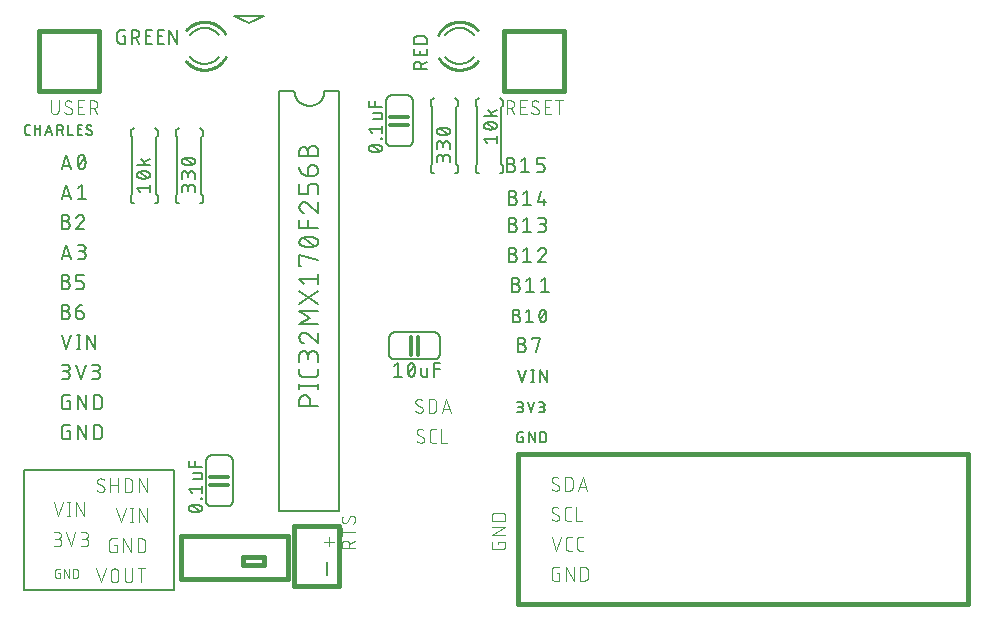
<source format=gbr>
G04 EAGLE Gerber RS-274X export*
G75*
%MOMM*%
%FSLAX34Y34*%
%LPD*%
%INSilkscreen Top*%
%IPPOS*%
%AMOC8*
5,1,8,0,0,1.08239X$1,22.5*%
G01*
%ADD10C,0.203200*%
%ADD11C,0.152400*%
%ADD12C,0.304800*%
%ADD13C,0.127000*%
%ADD14C,0.254000*%
%ADD15C,0.177800*%
%ADD16C,0.101600*%
%ADD17C,0.076200*%
%ADD18C,0.406400*%


D10*
X44196Y365506D02*
X48260Y377698D01*
X52324Y365506D01*
X51308Y368554D02*
X45212Y368554D01*
X57675Y371602D02*
X57678Y371842D01*
X57686Y372082D01*
X57701Y372321D01*
X57721Y372560D01*
X57746Y372798D01*
X57778Y373036D01*
X57815Y373273D01*
X57858Y373509D01*
X57906Y373744D01*
X57960Y373978D01*
X58019Y374210D01*
X58084Y374441D01*
X58155Y374670D01*
X58231Y374898D01*
X58312Y375123D01*
X58399Y375347D01*
X58491Y375569D01*
X58588Y375788D01*
X58691Y376005D01*
X58725Y376096D01*
X58762Y376186D01*
X58802Y376274D01*
X58845Y376361D01*
X58892Y376446D01*
X58943Y376529D01*
X58996Y376610D01*
X59053Y376689D01*
X59112Y376766D01*
X59175Y376841D01*
X59240Y376912D01*
X59308Y376982D01*
X59379Y377048D01*
X59452Y377112D01*
X59527Y377173D01*
X59605Y377231D01*
X59686Y377286D01*
X59768Y377338D01*
X59852Y377386D01*
X59938Y377432D01*
X60025Y377474D01*
X60115Y377512D01*
X60205Y377547D01*
X60297Y377578D01*
X60390Y377606D01*
X60484Y377631D01*
X60579Y377651D01*
X60675Y377668D01*
X60771Y377681D01*
X60868Y377690D01*
X60965Y377696D01*
X61062Y377698D01*
X61159Y377696D01*
X61256Y377690D01*
X61353Y377681D01*
X61449Y377668D01*
X61545Y377651D01*
X61640Y377631D01*
X61734Y377606D01*
X61827Y377578D01*
X61919Y377547D01*
X62009Y377512D01*
X62099Y377474D01*
X62186Y377432D01*
X62272Y377386D01*
X62356Y377338D01*
X62438Y377286D01*
X62519Y377231D01*
X62597Y377173D01*
X62672Y377112D01*
X62745Y377048D01*
X62816Y376982D01*
X62884Y376912D01*
X62949Y376841D01*
X63012Y376766D01*
X63071Y376689D01*
X63128Y376610D01*
X63181Y376529D01*
X63232Y376446D01*
X63279Y376361D01*
X63322Y376274D01*
X63362Y376186D01*
X63399Y376096D01*
X63433Y376005D01*
X63432Y376005D02*
X63535Y375788D01*
X63632Y375569D01*
X63724Y375347D01*
X63811Y375123D01*
X63892Y374898D01*
X63968Y374670D01*
X64039Y374441D01*
X64104Y374210D01*
X64163Y373978D01*
X64217Y373744D01*
X64265Y373509D01*
X64308Y373273D01*
X64345Y373036D01*
X64377Y372798D01*
X64402Y372560D01*
X64422Y372321D01*
X64437Y372082D01*
X64445Y371842D01*
X64448Y371602D01*
X57675Y371602D02*
X57678Y371362D01*
X57686Y371122D01*
X57701Y370883D01*
X57721Y370644D01*
X57746Y370406D01*
X57778Y370168D01*
X57815Y369931D01*
X57858Y369695D01*
X57906Y369460D01*
X57960Y369226D01*
X58019Y368994D01*
X58084Y368763D01*
X58155Y368534D01*
X58231Y368306D01*
X58312Y368081D01*
X58399Y367857D01*
X58491Y367635D01*
X58588Y367416D01*
X58691Y367199D01*
X58725Y367108D01*
X58762Y367018D01*
X58802Y366930D01*
X58845Y366843D01*
X58892Y366758D01*
X58943Y366675D01*
X58996Y366594D01*
X59053Y366515D01*
X59112Y366438D01*
X59175Y366363D01*
X59240Y366292D01*
X59308Y366222D01*
X59379Y366156D01*
X59452Y366092D01*
X59527Y366031D01*
X59605Y365973D01*
X59686Y365918D01*
X59768Y365866D01*
X59852Y365818D01*
X59938Y365772D01*
X60025Y365730D01*
X60115Y365692D01*
X60205Y365657D01*
X60297Y365626D01*
X60390Y365598D01*
X60484Y365573D01*
X60579Y365553D01*
X60675Y365536D01*
X60771Y365523D01*
X60868Y365514D01*
X60965Y365508D01*
X61062Y365506D01*
X63432Y367199D02*
X63535Y367416D01*
X63632Y367635D01*
X63724Y367857D01*
X63811Y368081D01*
X63892Y368306D01*
X63968Y368534D01*
X64039Y368763D01*
X64104Y368994D01*
X64163Y369226D01*
X64217Y369460D01*
X64265Y369695D01*
X64308Y369931D01*
X64345Y370168D01*
X64377Y370406D01*
X64402Y370644D01*
X64422Y370883D01*
X64437Y371122D01*
X64445Y371362D01*
X64448Y371602D01*
X63433Y367199D02*
X63399Y367108D01*
X63362Y367018D01*
X63322Y366930D01*
X63279Y366843D01*
X63232Y366758D01*
X63181Y366675D01*
X63128Y366594D01*
X63071Y366515D01*
X63012Y366438D01*
X62949Y366363D01*
X62884Y366292D01*
X62816Y366222D01*
X62745Y366156D01*
X62672Y366092D01*
X62597Y366031D01*
X62519Y365973D01*
X62438Y365918D01*
X62356Y365866D01*
X62272Y365818D01*
X62186Y365772D01*
X62099Y365730D01*
X62009Y365692D01*
X61919Y365657D01*
X61827Y365626D01*
X61734Y365598D01*
X61640Y365573D01*
X61545Y365553D01*
X61449Y365536D01*
X61353Y365523D01*
X61256Y365514D01*
X61159Y365508D01*
X61062Y365506D01*
X58352Y368215D02*
X63771Y374989D01*
X48260Y352298D02*
X44196Y340106D01*
X52324Y340106D02*
X48260Y352298D01*
X51308Y343154D02*
X45212Y343154D01*
X57675Y349589D02*
X61062Y352298D01*
X61062Y340106D01*
X64448Y340106D02*
X57675Y340106D01*
X47583Y321479D02*
X44196Y321479D01*
X47583Y321480D02*
X47699Y321478D01*
X47814Y321472D01*
X47929Y321462D01*
X48044Y321448D01*
X48158Y321431D01*
X48272Y321409D01*
X48385Y321384D01*
X48497Y321354D01*
X48608Y321321D01*
X48717Y321284D01*
X48826Y321244D01*
X48932Y321200D01*
X49038Y321152D01*
X49141Y321100D01*
X49243Y321045D01*
X49343Y320987D01*
X49441Y320925D01*
X49536Y320860D01*
X49630Y320792D01*
X49720Y320720D01*
X49809Y320646D01*
X49895Y320568D01*
X49978Y320488D01*
X50058Y320405D01*
X50136Y320319D01*
X50210Y320230D01*
X50282Y320140D01*
X50350Y320046D01*
X50415Y319951D01*
X50477Y319853D01*
X50535Y319753D01*
X50590Y319651D01*
X50642Y319548D01*
X50690Y319442D01*
X50734Y319336D01*
X50774Y319227D01*
X50811Y319118D01*
X50844Y319007D01*
X50874Y318895D01*
X50899Y318782D01*
X50921Y318668D01*
X50938Y318554D01*
X50952Y318439D01*
X50962Y318324D01*
X50968Y318209D01*
X50970Y318093D01*
X50968Y317977D01*
X50962Y317862D01*
X50952Y317747D01*
X50938Y317632D01*
X50921Y317518D01*
X50899Y317404D01*
X50874Y317291D01*
X50844Y317179D01*
X50811Y317068D01*
X50774Y316959D01*
X50734Y316850D01*
X50690Y316744D01*
X50642Y316638D01*
X50590Y316535D01*
X50535Y316433D01*
X50477Y316333D01*
X50415Y316235D01*
X50350Y316140D01*
X50282Y316046D01*
X50210Y315956D01*
X50136Y315867D01*
X50058Y315781D01*
X49978Y315698D01*
X49895Y315618D01*
X49809Y315540D01*
X49720Y315466D01*
X49630Y315394D01*
X49536Y315326D01*
X49441Y315261D01*
X49343Y315199D01*
X49243Y315141D01*
X49141Y315086D01*
X49038Y315034D01*
X48932Y314986D01*
X48826Y314942D01*
X48717Y314902D01*
X48608Y314865D01*
X48497Y314832D01*
X48385Y314802D01*
X48272Y314777D01*
X48158Y314755D01*
X48044Y314738D01*
X47929Y314724D01*
X47814Y314714D01*
X47699Y314708D01*
X47583Y314706D01*
X44196Y314706D01*
X44196Y326898D01*
X47583Y326898D01*
X47686Y326896D01*
X47788Y326890D01*
X47890Y326881D01*
X47992Y326867D01*
X48093Y326850D01*
X48193Y326828D01*
X48292Y326803D01*
X48391Y326775D01*
X48488Y326742D01*
X48584Y326706D01*
X48679Y326667D01*
X48772Y326623D01*
X48863Y326577D01*
X48952Y326526D01*
X49040Y326473D01*
X49125Y326416D01*
X49208Y326356D01*
X49289Y326293D01*
X49368Y326227D01*
X49443Y326158D01*
X49517Y326086D01*
X49587Y326012D01*
X49655Y325935D01*
X49719Y325855D01*
X49781Y325773D01*
X49839Y325689D01*
X49894Y325602D01*
X49946Y325514D01*
X49994Y325423D01*
X50039Y325331D01*
X50081Y325238D01*
X50119Y325142D01*
X50153Y325046D01*
X50184Y324948D01*
X50210Y324849D01*
X50234Y324749D01*
X50253Y324648D01*
X50268Y324547D01*
X50280Y324445D01*
X50288Y324343D01*
X50292Y324240D01*
X50292Y324138D01*
X50288Y324035D01*
X50280Y323933D01*
X50268Y323831D01*
X50253Y323730D01*
X50234Y323629D01*
X50210Y323529D01*
X50184Y323430D01*
X50153Y323332D01*
X50119Y323236D01*
X50081Y323140D01*
X50039Y323047D01*
X49994Y322955D01*
X49946Y322864D01*
X49894Y322776D01*
X49839Y322689D01*
X49781Y322605D01*
X49719Y322523D01*
X49655Y322443D01*
X49587Y322366D01*
X49517Y322292D01*
X49443Y322220D01*
X49368Y322151D01*
X49289Y322085D01*
X49208Y322022D01*
X49125Y321962D01*
X49040Y321905D01*
X48952Y321852D01*
X48863Y321801D01*
X48772Y321755D01*
X48679Y321711D01*
X48584Y321672D01*
X48488Y321636D01*
X48391Y321603D01*
X48292Y321575D01*
X48193Y321550D01*
X48093Y321528D01*
X47992Y321511D01*
X47890Y321497D01*
X47788Y321488D01*
X47686Y321482D01*
X47583Y321480D01*
X60032Y326898D02*
X60141Y326896D01*
X60249Y326890D01*
X60358Y326881D01*
X60466Y326867D01*
X60573Y326850D01*
X60680Y326828D01*
X60786Y326803D01*
X60891Y326775D01*
X60995Y326742D01*
X61097Y326706D01*
X61198Y326666D01*
X61298Y326623D01*
X61396Y326576D01*
X61493Y326525D01*
X61587Y326471D01*
X61680Y326414D01*
X61770Y326354D01*
X61859Y326290D01*
X61945Y326223D01*
X62028Y326154D01*
X62109Y326081D01*
X62187Y326005D01*
X62263Y325927D01*
X62336Y325846D01*
X62405Y325763D01*
X62472Y325677D01*
X62536Y325588D01*
X62596Y325498D01*
X62653Y325405D01*
X62707Y325311D01*
X62758Y325214D01*
X62805Y325116D01*
X62848Y325016D01*
X62888Y324915D01*
X62924Y324813D01*
X62957Y324709D01*
X62985Y324604D01*
X63010Y324498D01*
X63032Y324391D01*
X63049Y324284D01*
X63063Y324176D01*
X63072Y324067D01*
X63078Y323959D01*
X63080Y323850D01*
X60032Y326898D02*
X59909Y326896D01*
X59786Y326890D01*
X59663Y326881D01*
X59541Y326867D01*
X59419Y326850D01*
X59298Y326829D01*
X59177Y326804D01*
X59057Y326775D01*
X58939Y326742D01*
X58821Y326706D01*
X58705Y326666D01*
X58589Y326623D01*
X58476Y326575D01*
X58363Y326525D01*
X58253Y326471D01*
X58144Y326413D01*
X58037Y326352D01*
X57932Y326287D01*
X57829Y326220D01*
X57729Y326149D01*
X57630Y326075D01*
X57534Y325998D01*
X57441Y325918D01*
X57350Y325835D01*
X57261Y325749D01*
X57176Y325661D01*
X57093Y325570D01*
X57013Y325476D01*
X56936Y325380D01*
X56862Y325281D01*
X56792Y325181D01*
X56724Y325078D01*
X56660Y324973D01*
X56599Y324866D01*
X56541Y324757D01*
X56487Y324646D01*
X56437Y324534D01*
X56390Y324420D01*
X56346Y324305D01*
X56307Y324189D01*
X62064Y321479D02*
X62143Y321557D01*
X62219Y321637D01*
X62292Y321719D01*
X62362Y321805D01*
X62430Y321892D01*
X62495Y321982D01*
X62556Y322073D01*
X62614Y322167D01*
X62670Y322263D01*
X62721Y322360D01*
X62770Y322460D01*
X62815Y322560D01*
X62857Y322663D01*
X62895Y322766D01*
X62930Y322871D01*
X62961Y322977D01*
X62989Y323084D01*
X63013Y323192D01*
X63034Y323300D01*
X63050Y323409D01*
X63063Y323519D01*
X63073Y323629D01*
X63078Y323740D01*
X63080Y323850D01*
X62064Y321479D02*
X56307Y314706D01*
X63080Y314706D01*
X48260Y301498D02*
X44196Y289306D01*
X52324Y289306D02*
X48260Y301498D01*
X51308Y292354D02*
X45212Y292354D01*
X57675Y289306D02*
X61062Y289306D01*
X61178Y289308D01*
X61293Y289314D01*
X61408Y289324D01*
X61523Y289338D01*
X61637Y289355D01*
X61751Y289377D01*
X61864Y289402D01*
X61976Y289432D01*
X62087Y289465D01*
X62196Y289502D01*
X62305Y289542D01*
X62411Y289586D01*
X62517Y289634D01*
X62620Y289686D01*
X62722Y289741D01*
X62822Y289799D01*
X62920Y289861D01*
X63015Y289926D01*
X63109Y289994D01*
X63199Y290066D01*
X63288Y290140D01*
X63374Y290218D01*
X63457Y290298D01*
X63537Y290381D01*
X63615Y290467D01*
X63689Y290556D01*
X63761Y290646D01*
X63829Y290740D01*
X63894Y290835D01*
X63956Y290933D01*
X64014Y291033D01*
X64069Y291135D01*
X64121Y291238D01*
X64169Y291344D01*
X64213Y291450D01*
X64253Y291559D01*
X64290Y291668D01*
X64323Y291779D01*
X64353Y291891D01*
X64378Y292004D01*
X64400Y292118D01*
X64417Y292232D01*
X64431Y292347D01*
X64441Y292462D01*
X64447Y292577D01*
X64449Y292693D01*
X64447Y292809D01*
X64441Y292924D01*
X64431Y293039D01*
X64417Y293154D01*
X64400Y293268D01*
X64378Y293382D01*
X64353Y293495D01*
X64323Y293607D01*
X64290Y293718D01*
X64253Y293827D01*
X64213Y293936D01*
X64169Y294042D01*
X64121Y294148D01*
X64069Y294251D01*
X64014Y294353D01*
X63956Y294453D01*
X63894Y294551D01*
X63829Y294646D01*
X63761Y294740D01*
X63689Y294830D01*
X63615Y294919D01*
X63537Y295005D01*
X63457Y295088D01*
X63374Y295168D01*
X63288Y295246D01*
X63199Y295320D01*
X63109Y295392D01*
X63015Y295460D01*
X62920Y295525D01*
X62822Y295587D01*
X62722Y295645D01*
X62620Y295700D01*
X62517Y295752D01*
X62411Y295800D01*
X62305Y295844D01*
X62196Y295884D01*
X62087Y295921D01*
X61976Y295954D01*
X61864Y295984D01*
X61751Y296009D01*
X61637Y296031D01*
X61523Y296048D01*
X61408Y296062D01*
X61293Y296072D01*
X61178Y296078D01*
X61062Y296080D01*
X61739Y301498D02*
X57675Y301498D01*
X61739Y301498D02*
X61842Y301496D01*
X61944Y301490D01*
X62046Y301481D01*
X62148Y301467D01*
X62249Y301450D01*
X62349Y301428D01*
X62448Y301403D01*
X62547Y301375D01*
X62644Y301342D01*
X62740Y301306D01*
X62835Y301267D01*
X62928Y301223D01*
X63019Y301177D01*
X63108Y301126D01*
X63196Y301073D01*
X63281Y301016D01*
X63364Y300956D01*
X63445Y300893D01*
X63524Y300827D01*
X63599Y300758D01*
X63673Y300686D01*
X63743Y300612D01*
X63811Y300535D01*
X63875Y300455D01*
X63937Y300373D01*
X63995Y300289D01*
X64050Y300202D01*
X64102Y300114D01*
X64150Y300023D01*
X64195Y299931D01*
X64237Y299838D01*
X64275Y299742D01*
X64309Y299646D01*
X64340Y299548D01*
X64366Y299449D01*
X64390Y299349D01*
X64409Y299248D01*
X64424Y299147D01*
X64436Y299045D01*
X64444Y298943D01*
X64448Y298840D01*
X64448Y298738D01*
X64444Y298635D01*
X64436Y298533D01*
X64424Y298431D01*
X64409Y298330D01*
X64390Y298229D01*
X64366Y298129D01*
X64340Y298030D01*
X64309Y297932D01*
X64275Y297836D01*
X64237Y297740D01*
X64195Y297647D01*
X64150Y297555D01*
X64102Y297464D01*
X64050Y297376D01*
X63995Y297289D01*
X63937Y297205D01*
X63875Y297123D01*
X63811Y297043D01*
X63743Y296966D01*
X63673Y296892D01*
X63599Y296820D01*
X63524Y296751D01*
X63445Y296685D01*
X63364Y296622D01*
X63281Y296562D01*
X63196Y296505D01*
X63108Y296452D01*
X63019Y296401D01*
X62928Y296355D01*
X62835Y296311D01*
X62740Y296272D01*
X62644Y296236D01*
X62547Y296203D01*
X62448Y296175D01*
X62349Y296150D01*
X62249Y296128D01*
X62148Y296111D01*
X62046Y296097D01*
X61944Y296088D01*
X61842Y296082D01*
X61739Y296080D01*
X61739Y296079D02*
X59030Y296079D01*
X47583Y270679D02*
X44196Y270679D01*
X47583Y270680D02*
X47699Y270678D01*
X47814Y270672D01*
X47929Y270662D01*
X48044Y270648D01*
X48158Y270631D01*
X48272Y270609D01*
X48385Y270584D01*
X48497Y270554D01*
X48608Y270521D01*
X48717Y270484D01*
X48826Y270444D01*
X48932Y270400D01*
X49038Y270352D01*
X49141Y270300D01*
X49243Y270245D01*
X49343Y270187D01*
X49441Y270125D01*
X49536Y270060D01*
X49630Y269992D01*
X49720Y269920D01*
X49809Y269846D01*
X49895Y269768D01*
X49978Y269688D01*
X50058Y269605D01*
X50136Y269519D01*
X50210Y269430D01*
X50282Y269340D01*
X50350Y269246D01*
X50415Y269151D01*
X50477Y269053D01*
X50535Y268953D01*
X50590Y268851D01*
X50642Y268748D01*
X50690Y268642D01*
X50734Y268536D01*
X50774Y268427D01*
X50811Y268318D01*
X50844Y268207D01*
X50874Y268095D01*
X50899Y267982D01*
X50921Y267868D01*
X50938Y267754D01*
X50952Y267639D01*
X50962Y267524D01*
X50968Y267409D01*
X50970Y267293D01*
X50968Y267177D01*
X50962Y267062D01*
X50952Y266947D01*
X50938Y266832D01*
X50921Y266718D01*
X50899Y266604D01*
X50874Y266491D01*
X50844Y266379D01*
X50811Y266268D01*
X50774Y266159D01*
X50734Y266050D01*
X50690Y265944D01*
X50642Y265838D01*
X50590Y265735D01*
X50535Y265633D01*
X50477Y265533D01*
X50415Y265435D01*
X50350Y265340D01*
X50282Y265246D01*
X50210Y265156D01*
X50136Y265067D01*
X50058Y264981D01*
X49978Y264898D01*
X49895Y264818D01*
X49809Y264740D01*
X49720Y264666D01*
X49630Y264594D01*
X49536Y264526D01*
X49441Y264461D01*
X49343Y264399D01*
X49243Y264341D01*
X49141Y264286D01*
X49038Y264234D01*
X48932Y264186D01*
X48826Y264142D01*
X48717Y264102D01*
X48608Y264065D01*
X48497Y264032D01*
X48385Y264002D01*
X48272Y263977D01*
X48158Y263955D01*
X48044Y263938D01*
X47929Y263924D01*
X47814Y263914D01*
X47699Y263908D01*
X47583Y263906D01*
X44196Y263906D01*
X44196Y276098D01*
X47583Y276098D01*
X47686Y276096D01*
X47788Y276090D01*
X47890Y276081D01*
X47992Y276067D01*
X48093Y276050D01*
X48193Y276028D01*
X48292Y276003D01*
X48391Y275975D01*
X48488Y275942D01*
X48584Y275906D01*
X48679Y275867D01*
X48772Y275823D01*
X48863Y275777D01*
X48952Y275726D01*
X49040Y275673D01*
X49125Y275616D01*
X49208Y275556D01*
X49289Y275493D01*
X49368Y275427D01*
X49443Y275358D01*
X49517Y275286D01*
X49587Y275212D01*
X49655Y275135D01*
X49719Y275055D01*
X49781Y274973D01*
X49839Y274889D01*
X49894Y274802D01*
X49946Y274714D01*
X49994Y274623D01*
X50039Y274531D01*
X50081Y274438D01*
X50119Y274342D01*
X50153Y274246D01*
X50184Y274148D01*
X50210Y274049D01*
X50234Y273949D01*
X50253Y273848D01*
X50268Y273747D01*
X50280Y273645D01*
X50288Y273543D01*
X50292Y273440D01*
X50292Y273338D01*
X50288Y273235D01*
X50280Y273133D01*
X50268Y273031D01*
X50253Y272930D01*
X50234Y272829D01*
X50210Y272729D01*
X50184Y272630D01*
X50153Y272532D01*
X50119Y272436D01*
X50081Y272340D01*
X50039Y272247D01*
X49994Y272155D01*
X49946Y272064D01*
X49894Y271976D01*
X49839Y271889D01*
X49781Y271805D01*
X49719Y271723D01*
X49655Y271643D01*
X49587Y271566D01*
X49517Y271492D01*
X49443Y271420D01*
X49368Y271351D01*
X49289Y271285D01*
X49208Y271222D01*
X49125Y271162D01*
X49040Y271105D01*
X48952Y271052D01*
X48863Y271001D01*
X48772Y270955D01*
X48679Y270911D01*
X48584Y270872D01*
X48488Y270836D01*
X48391Y270803D01*
X48292Y270775D01*
X48193Y270750D01*
X48093Y270728D01*
X47992Y270711D01*
X47890Y270697D01*
X47788Y270688D01*
X47686Y270682D01*
X47583Y270680D01*
X56307Y263906D02*
X60371Y263906D01*
X60472Y263908D01*
X60573Y263914D01*
X60674Y263923D01*
X60775Y263936D01*
X60875Y263953D01*
X60974Y263974D01*
X61072Y263998D01*
X61169Y264026D01*
X61266Y264058D01*
X61361Y264093D01*
X61454Y264132D01*
X61546Y264174D01*
X61637Y264220D01*
X61725Y264269D01*
X61812Y264321D01*
X61897Y264377D01*
X61980Y264435D01*
X62060Y264497D01*
X62138Y264562D01*
X62214Y264629D01*
X62287Y264699D01*
X62357Y264772D01*
X62424Y264848D01*
X62489Y264926D01*
X62551Y265006D01*
X62609Y265089D01*
X62665Y265174D01*
X62717Y265261D01*
X62766Y265349D01*
X62812Y265440D01*
X62854Y265532D01*
X62893Y265625D01*
X62928Y265720D01*
X62960Y265817D01*
X62988Y265914D01*
X63012Y266012D01*
X63033Y266111D01*
X63050Y266211D01*
X63063Y266312D01*
X63072Y266413D01*
X63078Y266514D01*
X63080Y266615D01*
X63080Y267970D01*
X63078Y268071D01*
X63072Y268172D01*
X63063Y268273D01*
X63050Y268374D01*
X63033Y268474D01*
X63012Y268573D01*
X62988Y268671D01*
X62960Y268768D01*
X62928Y268865D01*
X62893Y268960D01*
X62854Y269053D01*
X62812Y269145D01*
X62766Y269236D01*
X62717Y269325D01*
X62665Y269411D01*
X62609Y269496D01*
X62551Y269579D01*
X62489Y269659D01*
X62424Y269737D01*
X62357Y269813D01*
X62287Y269886D01*
X62214Y269956D01*
X62138Y270023D01*
X62060Y270088D01*
X61980Y270150D01*
X61897Y270208D01*
X61812Y270264D01*
X61726Y270316D01*
X61637Y270365D01*
X61546Y270411D01*
X61454Y270453D01*
X61361Y270492D01*
X61266Y270527D01*
X61169Y270559D01*
X61072Y270587D01*
X60974Y270611D01*
X60875Y270632D01*
X60775Y270649D01*
X60674Y270662D01*
X60573Y270671D01*
X60472Y270677D01*
X60371Y270679D01*
X56307Y270679D01*
X56307Y276098D01*
X63080Y276098D01*
X47583Y245279D02*
X44196Y245279D01*
X47583Y245280D02*
X47699Y245278D01*
X47814Y245272D01*
X47929Y245262D01*
X48044Y245248D01*
X48158Y245231D01*
X48272Y245209D01*
X48385Y245184D01*
X48497Y245154D01*
X48608Y245121D01*
X48717Y245084D01*
X48826Y245044D01*
X48932Y245000D01*
X49038Y244952D01*
X49141Y244900D01*
X49243Y244845D01*
X49343Y244787D01*
X49441Y244725D01*
X49536Y244660D01*
X49630Y244592D01*
X49720Y244520D01*
X49809Y244446D01*
X49895Y244368D01*
X49978Y244288D01*
X50058Y244205D01*
X50136Y244119D01*
X50210Y244030D01*
X50282Y243940D01*
X50350Y243846D01*
X50415Y243751D01*
X50477Y243653D01*
X50535Y243553D01*
X50590Y243451D01*
X50642Y243348D01*
X50690Y243242D01*
X50734Y243136D01*
X50774Y243027D01*
X50811Y242918D01*
X50844Y242807D01*
X50874Y242695D01*
X50899Y242582D01*
X50921Y242468D01*
X50938Y242354D01*
X50952Y242239D01*
X50962Y242124D01*
X50968Y242009D01*
X50970Y241893D01*
X50968Y241777D01*
X50962Y241662D01*
X50952Y241547D01*
X50938Y241432D01*
X50921Y241318D01*
X50899Y241204D01*
X50874Y241091D01*
X50844Y240979D01*
X50811Y240868D01*
X50774Y240759D01*
X50734Y240650D01*
X50690Y240544D01*
X50642Y240438D01*
X50590Y240335D01*
X50535Y240233D01*
X50477Y240133D01*
X50415Y240035D01*
X50350Y239940D01*
X50282Y239846D01*
X50210Y239756D01*
X50136Y239667D01*
X50058Y239581D01*
X49978Y239498D01*
X49895Y239418D01*
X49809Y239340D01*
X49720Y239266D01*
X49630Y239194D01*
X49536Y239126D01*
X49441Y239061D01*
X49343Y238999D01*
X49243Y238941D01*
X49141Y238886D01*
X49038Y238834D01*
X48932Y238786D01*
X48826Y238742D01*
X48717Y238702D01*
X48608Y238665D01*
X48497Y238632D01*
X48385Y238602D01*
X48272Y238577D01*
X48158Y238555D01*
X48044Y238538D01*
X47929Y238524D01*
X47814Y238514D01*
X47699Y238508D01*
X47583Y238506D01*
X44196Y238506D01*
X44196Y250698D01*
X47583Y250698D01*
X47686Y250696D01*
X47788Y250690D01*
X47890Y250681D01*
X47992Y250667D01*
X48093Y250650D01*
X48193Y250628D01*
X48292Y250603D01*
X48391Y250575D01*
X48488Y250542D01*
X48584Y250506D01*
X48679Y250467D01*
X48772Y250423D01*
X48863Y250377D01*
X48952Y250326D01*
X49040Y250273D01*
X49125Y250216D01*
X49208Y250156D01*
X49289Y250093D01*
X49368Y250027D01*
X49443Y249958D01*
X49517Y249886D01*
X49587Y249812D01*
X49655Y249735D01*
X49719Y249655D01*
X49781Y249573D01*
X49839Y249489D01*
X49894Y249402D01*
X49946Y249314D01*
X49994Y249223D01*
X50039Y249131D01*
X50081Y249038D01*
X50119Y248942D01*
X50153Y248846D01*
X50184Y248748D01*
X50210Y248649D01*
X50234Y248549D01*
X50253Y248448D01*
X50268Y248347D01*
X50280Y248245D01*
X50288Y248143D01*
X50292Y248040D01*
X50292Y247938D01*
X50288Y247835D01*
X50280Y247733D01*
X50268Y247631D01*
X50253Y247530D01*
X50234Y247429D01*
X50210Y247329D01*
X50184Y247230D01*
X50153Y247132D01*
X50119Y247036D01*
X50081Y246940D01*
X50039Y246847D01*
X49994Y246755D01*
X49946Y246664D01*
X49894Y246576D01*
X49839Y246489D01*
X49781Y246405D01*
X49719Y246323D01*
X49655Y246243D01*
X49587Y246166D01*
X49517Y246092D01*
X49443Y246020D01*
X49368Y245951D01*
X49289Y245885D01*
X49208Y245822D01*
X49125Y245762D01*
X49040Y245705D01*
X48952Y245652D01*
X48863Y245601D01*
X48772Y245555D01*
X48679Y245511D01*
X48584Y245472D01*
X48488Y245436D01*
X48391Y245403D01*
X48292Y245375D01*
X48193Y245350D01*
X48093Y245328D01*
X47992Y245311D01*
X47890Y245297D01*
X47788Y245288D01*
X47686Y245282D01*
X47583Y245280D01*
X56307Y245279D02*
X60371Y245279D01*
X60472Y245277D01*
X60573Y245271D01*
X60674Y245262D01*
X60775Y245249D01*
X60875Y245232D01*
X60974Y245211D01*
X61072Y245187D01*
X61169Y245159D01*
X61266Y245127D01*
X61361Y245092D01*
X61454Y245053D01*
X61546Y245011D01*
X61637Y244965D01*
X61726Y244916D01*
X61812Y244864D01*
X61897Y244808D01*
X61980Y244750D01*
X62060Y244688D01*
X62138Y244623D01*
X62214Y244556D01*
X62287Y244486D01*
X62357Y244413D01*
X62424Y244337D01*
X62489Y244259D01*
X62551Y244179D01*
X62609Y244096D01*
X62665Y244011D01*
X62717Y243925D01*
X62766Y243836D01*
X62812Y243745D01*
X62854Y243653D01*
X62893Y243560D01*
X62928Y243465D01*
X62960Y243368D01*
X62988Y243271D01*
X63012Y243173D01*
X63033Y243074D01*
X63050Y242974D01*
X63063Y242873D01*
X63072Y242772D01*
X63078Y242671D01*
X63080Y242570D01*
X63080Y241893D01*
X63078Y241777D01*
X63072Y241662D01*
X63062Y241547D01*
X63048Y241432D01*
X63031Y241318D01*
X63009Y241204D01*
X62984Y241091D01*
X62954Y240979D01*
X62921Y240868D01*
X62884Y240759D01*
X62844Y240650D01*
X62800Y240544D01*
X62752Y240438D01*
X62700Y240335D01*
X62645Y240233D01*
X62587Y240133D01*
X62525Y240035D01*
X62460Y239940D01*
X62392Y239846D01*
X62320Y239756D01*
X62246Y239667D01*
X62168Y239581D01*
X62088Y239498D01*
X62005Y239418D01*
X61919Y239340D01*
X61830Y239266D01*
X61740Y239194D01*
X61646Y239126D01*
X61551Y239061D01*
X61453Y238999D01*
X61353Y238941D01*
X61251Y238886D01*
X61148Y238834D01*
X61042Y238786D01*
X60936Y238742D01*
X60827Y238702D01*
X60718Y238665D01*
X60607Y238632D01*
X60495Y238602D01*
X60382Y238577D01*
X60268Y238555D01*
X60154Y238538D01*
X60039Y238524D01*
X59924Y238514D01*
X59809Y238508D01*
X59693Y238506D01*
X59577Y238508D01*
X59462Y238514D01*
X59347Y238524D01*
X59232Y238538D01*
X59118Y238555D01*
X59004Y238577D01*
X58891Y238602D01*
X58779Y238632D01*
X58668Y238665D01*
X58559Y238702D01*
X58450Y238742D01*
X58344Y238786D01*
X58238Y238834D01*
X58135Y238886D01*
X58033Y238941D01*
X57933Y238999D01*
X57835Y239061D01*
X57740Y239126D01*
X57646Y239194D01*
X57556Y239266D01*
X57467Y239340D01*
X57381Y239418D01*
X57298Y239498D01*
X57218Y239581D01*
X57140Y239667D01*
X57066Y239756D01*
X56994Y239846D01*
X56926Y239940D01*
X56861Y240035D01*
X56799Y240133D01*
X56741Y240233D01*
X56686Y240335D01*
X56634Y240438D01*
X56586Y240544D01*
X56542Y240650D01*
X56502Y240759D01*
X56465Y240868D01*
X56432Y240979D01*
X56402Y241091D01*
X56377Y241204D01*
X56355Y241318D01*
X56338Y241432D01*
X56324Y241547D01*
X56314Y241662D01*
X56308Y241777D01*
X56306Y241893D01*
X56307Y241893D02*
X56307Y245279D01*
X56306Y245279D02*
X56308Y245426D01*
X56314Y245572D01*
X56324Y245719D01*
X56338Y245865D01*
X56356Y246011D01*
X56377Y246156D01*
X56403Y246300D01*
X56433Y246444D01*
X56466Y246587D01*
X56504Y246729D01*
X56545Y246870D01*
X56590Y247009D01*
X56638Y247148D01*
X56691Y247285D01*
X56747Y247420D01*
X56807Y247554D01*
X56870Y247687D01*
X56937Y247817D01*
X57008Y247946D01*
X57082Y248073D01*
X57159Y248197D01*
X57240Y248320D01*
X57324Y248440D01*
X57411Y248558D01*
X57501Y248674D01*
X57595Y248787D01*
X57691Y248898D01*
X57791Y249006D01*
X57893Y249111D01*
X57998Y249213D01*
X58106Y249313D01*
X58217Y249409D01*
X58330Y249503D01*
X58446Y249593D01*
X58564Y249680D01*
X58684Y249764D01*
X58806Y249845D01*
X58931Y249922D01*
X59058Y249996D01*
X59187Y250067D01*
X59317Y250134D01*
X59450Y250197D01*
X59584Y250257D01*
X59719Y250313D01*
X59856Y250366D01*
X59995Y250414D01*
X60134Y250459D01*
X60275Y250500D01*
X60417Y250538D01*
X60560Y250571D01*
X60704Y250601D01*
X60848Y250627D01*
X60993Y250648D01*
X61139Y250666D01*
X61285Y250680D01*
X61432Y250690D01*
X61578Y250696D01*
X61725Y250698D01*
X44196Y225298D02*
X48260Y213106D01*
X52324Y225298D01*
X58501Y225298D02*
X58501Y213106D01*
X57147Y213106D02*
X59856Y213106D01*
X59856Y225298D02*
X57147Y225298D01*
X65783Y225298D02*
X65783Y213106D01*
X72556Y213106D02*
X65783Y225298D01*
X72556Y225298D02*
X72556Y213106D01*
X47583Y187706D02*
X44196Y187706D01*
X47583Y187706D02*
X47699Y187708D01*
X47814Y187714D01*
X47929Y187724D01*
X48044Y187738D01*
X48158Y187755D01*
X48272Y187777D01*
X48385Y187802D01*
X48497Y187832D01*
X48608Y187865D01*
X48717Y187902D01*
X48826Y187942D01*
X48932Y187986D01*
X49038Y188034D01*
X49141Y188086D01*
X49243Y188141D01*
X49343Y188199D01*
X49441Y188261D01*
X49536Y188326D01*
X49630Y188394D01*
X49720Y188466D01*
X49809Y188540D01*
X49895Y188618D01*
X49978Y188698D01*
X50058Y188781D01*
X50136Y188867D01*
X50210Y188956D01*
X50282Y189046D01*
X50350Y189140D01*
X50415Y189235D01*
X50477Y189333D01*
X50535Y189433D01*
X50590Y189535D01*
X50642Y189638D01*
X50690Y189744D01*
X50734Y189850D01*
X50774Y189959D01*
X50811Y190068D01*
X50844Y190179D01*
X50874Y190291D01*
X50899Y190404D01*
X50921Y190518D01*
X50938Y190632D01*
X50952Y190747D01*
X50962Y190862D01*
X50968Y190977D01*
X50970Y191093D01*
X50968Y191209D01*
X50962Y191324D01*
X50952Y191439D01*
X50938Y191554D01*
X50921Y191668D01*
X50899Y191782D01*
X50874Y191895D01*
X50844Y192007D01*
X50811Y192118D01*
X50774Y192227D01*
X50734Y192336D01*
X50690Y192442D01*
X50642Y192548D01*
X50590Y192651D01*
X50535Y192753D01*
X50477Y192853D01*
X50415Y192951D01*
X50350Y193046D01*
X50282Y193140D01*
X50210Y193230D01*
X50136Y193319D01*
X50058Y193405D01*
X49978Y193488D01*
X49895Y193568D01*
X49809Y193646D01*
X49720Y193720D01*
X49630Y193792D01*
X49536Y193860D01*
X49441Y193925D01*
X49343Y193987D01*
X49243Y194045D01*
X49141Y194100D01*
X49038Y194152D01*
X48932Y194200D01*
X48826Y194244D01*
X48717Y194284D01*
X48608Y194321D01*
X48497Y194354D01*
X48385Y194384D01*
X48272Y194409D01*
X48158Y194431D01*
X48044Y194448D01*
X47929Y194462D01*
X47814Y194472D01*
X47699Y194478D01*
X47583Y194480D01*
X48260Y199898D02*
X44196Y199898D01*
X48260Y199898D02*
X48363Y199896D01*
X48465Y199890D01*
X48567Y199881D01*
X48669Y199867D01*
X48770Y199850D01*
X48870Y199828D01*
X48969Y199803D01*
X49068Y199775D01*
X49165Y199742D01*
X49261Y199706D01*
X49356Y199667D01*
X49449Y199623D01*
X49540Y199577D01*
X49629Y199526D01*
X49717Y199473D01*
X49802Y199416D01*
X49885Y199356D01*
X49966Y199293D01*
X50045Y199227D01*
X50120Y199158D01*
X50194Y199086D01*
X50264Y199012D01*
X50332Y198935D01*
X50396Y198855D01*
X50458Y198773D01*
X50516Y198689D01*
X50571Y198602D01*
X50623Y198514D01*
X50671Y198423D01*
X50716Y198331D01*
X50758Y198238D01*
X50796Y198142D01*
X50830Y198046D01*
X50861Y197948D01*
X50887Y197849D01*
X50911Y197749D01*
X50930Y197648D01*
X50945Y197547D01*
X50957Y197445D01*
X50965Y197343D01*
X50969Y197240D01*
X50969Y197138D01*
X50965Y197035D01*
X50957Y196933D01*
X50945Y196831D01*
X50930Y196730D01*
X50911Y196629D01*
X50887Y196529D01*
X50861Y196430D01*
X50830Y196332D01*
X50796Y196236D01*
X50758Y196140D01*
X50716Y196047D01*
X50671Y195955D01*
X50623Y195864D01*
X50571Y195776D01*
X50516Y195689D01*
X50458Y195605D01*
X50396Y195523D01*
X50332Y195443D01*
X50264Y195366D01*
X50194Y195292D01*
X50120Y195220D01*
X50045Y195151D01*
X49966Y195085D01*
X49885Y195022D01*
X49802Y194962D01*
X49717Y194905D01*
X49629Y194852D01*
X49540Y194801D01*
X49449Y194755D01*
X49356Y194711D01*
X49261Y194672D01*
X49165Y194636D01*
X49068Y194603D01*
X48969Y194575D01*
X48870Y194550D01*
X48770Y194528D01*
X48669Y194511D01*
X48567Y194497D01*
X48465Y194488D01*
X48363Y194482D01*
X48260Y194480D01*
X48260Y194479D02*
X45551Y194479D01*
X56320Y199898D02*
X60384Y187706D01*
X64448Y199898D01*
X69799Y187706D02*
X73186Y187706D01*
X73302Y187708D01*
X73417Y187714D01*
X73532Y187724D01*
X73647Y187738D01*
X73761Y187755D01*
X73875Y187777D01*
X73988Y187802D01*
X74100Y187832D01*
X74211Y187865D01*
X74320Y187902D01*
X74429Y187942D01*
X74535Y187986D01*
X74641Y188034D01*
X74744Y188086D01*
X74846Y188141D01*
X74946Y188199D01*
X75044Y188261D01*
X75139Y188326D01*
X75233Y188394D01*
X75323Y188466D01*
X75412Y188540D01*
X75498Y188618D01*
X75581Y188698D01*
X75661Y188781D01*
X75739Y188867D01*
X75813Y188956D01*
X75885Y189046D01*
X75953Y189140D01*
X76018Y189235D01*
X76080Y189333D01*
X76138Y189433D01*
X76193Y189535D01*
X76245Y189638D01*
X76293Y189744D01*
X76337Y189850D01*
X76377Y189959D01*
X76414Y190068D01*
X76447Y190179D01*
X76477Y190291D01*
X76502Y190404D01*
X76524Y190518D01*
X76541Y190632D01*
X76555Y190747D01*
X76565Y190862D01*
X76571Y190977D01*
X76573Y191093D01*
X76571Y191209D01*
X76565Y191324D01*
X76555Y191439D01*
X76541Y191554D01*
X76524Y191668D01*
X76502Y191782D01*
X76477Y191895D01*
X76447Y192007D01*
X76414Y192118D01*
X76377Y192227D01*
X76337Y192336D01*
X76293Y192442D01*
X76245Y192548D01*
X76193Y192651D01*
X76138Y192753D01*
X76080Y192853D01*
X76018Y192951D01*
X75953Y193046D01*
X75885Y193140D01*
X75813Y193230D01*
X75739Y193319D01*
X75661Y193405D01*
X75581Y193488D01*
X75498Y193568D01*
X75412Y193646D01*
X75323Y193720D01*
X75233Y193792D01*
X75139Y193860D01*
X75044Y193925D01*
X74946Y193987D01*
X74846Y194045D01*
X74744Y194100D01*
X74641Y194152D01*
X74535Y194200D01*
X74429Y194244D01*
X74320Y194284D01*
X74211Y194321D01*
X74100Y194354D01*
X73988Y194384D01*
X73875Y194409D01*
X73761Y194431D01*
X73647Y194448D01*
X73532Y194462D01*
X73417Y194472D01*
X73302Y194478D01*
X73186Y194480D01*
X73863Y199898D02*
X69799Y199898D01*
X73863Y199898D02*
X73966Y199896D01*
X74068Y199890D01*
X74170Y199881D01*
X74272Y199867D01*
X74373Y199850D01*
X74473Y199828D01*
X74572Y199803D01*
X74671Y199775D01*
X74768Y199742D01*
X74864Y199706D01*
X74959Y199667D01*
X75052Y199623D01*
X75143Y199577D01*
X75232Y199526D01*
X75320Y199473D01*
X75405Y199416D01*
X75488Y199356D01*
X75569Y199293D01*
X75648Y199227D01*
X75723Y199158D01*
X75797Y199086D01*
X75867Y199012D01*
X75935Y198935D01*
X75999Y198855D01*
X76061Y198773D01*
X76119Y198689D01*
X76174Y198602D01*
X76226Y198514D01*
X76274Y198423D01*
X76319Y198331D01*
X76361Y198238D01*
X76399Y198142D01*
X76433Y198046D01*
X76464Y197948D01*
X76490Y197849D01*
X76514Y197749D01*
X76533Y197648D01*
X76548Y197547D01*
X76560Y197445D01*
X76568Y197343D01*
X76572Y197240D01*
X76572Y197138D01*
X76568Y197035D01*
X76560Y196933D01*
X76548Y196831D01*
X76533Y196730D01*
X76514Y196629D01*
X76490Y196529D01*
X76464Y196430D01*
X76433Y196332D01*
X76399Y196236D01*
X76361Y196140D01*
X76319Y196047D01*
X76274Y195955D01*
X76226Y195864D01*
X76174Y195776D01*
X76119Y195689D01*
X76061Y195605D01*
X75999Y195523D01*
X75935Y195443D01*
X75867Y195366D01*
X75797Y195292D01*
X75723Y195220D01*
X75648Y195151D01*
X75569Y195085D01*
X75488Y195022D01*
X75405Y194962D01*
X75320Y194905D01*
X75232Y194852D01*
X75143Y194801D01*
X75052Y194755D01*
X74959Y194711D01*
X74864Y194672D01*
X74768Y194636D01*
X74671Y194603D01*
X74572Y194575D01*
X74473Y194550D01*
X74373Y194528D01*
X74272Y194511D01*
X74170Y194497D01*
X74068Y194488D01*
X73966Y194482D01*
X73863Y194480D01*
X73863Y194479D02*
X71154Y194479D01*
X50969Y169079D02*
X48937Y169079D01*
X50969Y169079D02*
X50969Y162306D01*
X46905Y162306D01*
X46804Y162308D01*
X46703Y162314D01*
X46602Y162323D01*
X46501Y162336D01*
X46401Y162353D01*
X46302Y162374D01*
X46204Y162398D01*
X46107Y162426D01*
X46010Y162458D01*
X45915Y162493D01*
X45822Y162532D01*
X45730Y162574D01*
X45639Y162620D01*
X45551Y162669D01*
X45464Y162721D01*
X45379Y162777D01*
X45296Y162835D01*
X45216Y162897D01*
X45138Y162962D01*
X45062Y163029D01*
X44989Y163099D01*
X44919Y163172D01*
X44852Y163248D01*
X44787Y163326D01*
X44725Y163406D01*
X44667Y163489D01*
X44611Y163574D01*
X44559Y163661D01*
X44510Y163749D01*
X44464Y163840D01*
X44422Y163932D01*
X44383Y164025D01*
X44348Y164120D01*
X44316Y164217D01*
X44288Y164314D01*
X44264Y164412D01*
X44243Y164511D01*
X44226Y164611D01*
X44213Y164712D01*
X44204Y164813D01*
X44198Y164914D01*
X44196Y165015D01*
X44196Y171789D01*
X44198Y171893D01*
X44204Y171996D01*
X44214Y172100D01*
X44228Y172203D01*
X44246Y172305D01*
X44267Y172406D01*
X44293Y172507D01*
X44322Y172606D01*
X44355Y172705D01*
X44392Y172802D01*
X44433Y172897D01*
X44477Y172991D01*
X44525Y173083D01*
X44576Y173173D01*
X44631Y173262D01*
X44689Y173348D01*
X44751Y173431D01*
X44815Y173513D01*
X44883Y173591D01*
X44953Y173667D01*
X45026Y173741D01*
X45103Y173811D01*
X45181Y173879D01*
X45263Y173943D01*
X45346Y174005D01*
X45432Y174063D01*
X45521Y174118D01*
X45611Y174169D01*
X45703Y174217D01*
X45797Y174261D01*
X45892Y174302D01*
X45989Y174339D01*
X46088Y174372D01*
X46187Y174401D01*
X46288Y174427D01*
X46389Y174448D01*
X46491Y174466D01*
X46594Y174480D01*
X46698Y174490D01*
X46801Y174496D01*
X46905Y174498D01*
X50969Y174498D01*
X57851Y174498D02*
X57851Y162306D01*
X64624Y162306D02*
X57851Y174498D01*
X64624Y174498D02*
X64624Y162306D01*
X71506Y162306D02*
X71506Y174498D01*
X74893Y174498D01*
X75009Y174496D01*
X75124Y174490D01*
X75239Y174480D01*
X75354Y174466D01*
X75468Y174449D01*
X75582Y174427D01*
X75695Y174402D01*
X75807Y174372D01*
X75918Y174339D01*
X76027Y174302D01*
X76136Y174262D01*
X76242Y174218D01*
X76348Y174170D01*
X76451Y174118D01*
X76553Y174063D01*
X76653Y174005D01*
X76751Y173943D01*
X76846Y173878D01*
X76940Y173810D01*
X77031Y173738D01*
X77119Y173664D01*
X77205Y173586D01*
X77288Y173506D01*
X77368Y173423D01*
X77446Y173337D01*
X77520Y173248D01*
X77592Y173158D01*
X77660Y173064D01*
X77725Y172969D01*
X77787Y172871D01*
X77845Y172771D01*
X77900Y172669D01*
X77952Y172566D01*
X78000Y172460D01*
X78044Y172354D01*
X78084Y172245D01*
X78121Y172136D01*
X78154Y172025D01*
X78184Y171913D01*
X78209Y171800D01*
X78231Y171686D01*
X78248Y171572D01*
X78262Y171457D01*
X78272Y171342D01*
X78278Y171227D01*
X78280Y171111D01*
X78279Y171111D02*
X78279Y165693D01*
X78280Y165693D02*
X78278Y165577D01*
X78272Y165462D01*
X78262Y165347D01*
X78248Y165232D01*
X78231Y165118D01*
X78209Y165004D01*
X78184Y164891D01*
X78154Y164779D01*
X78121Y164668D01*
X78084Y164559D01*
X78044Y164450D01*
X78000Y164344D01*
X77952Y164238D01*
X77900Y164135D01*
X77845Y164033D01*
X77787Y163933D01*
X77725Y163835D01*
X77660Y163740D01*
X77592Y163646D01*
X77520Y163556D01*
X77446Y163467D01*
X77368Y163381D01*
X77288Y163298D01*
X77205Y163218D01*
X77119Y163140D01*
X77031Y163066D01*
X76940Y162994D01*
X76846Y162926D01*
X76751Y162861D01*
X76653Y162799D01*
X76553Y162741D01*
X76451Y162686D01*
X76348Y162634D01*
X76242Y162586D01*
X76136Y162542D01*
X76027Y162502D01*
X75918Y162465D01*
X75807Y162432D01*
X75695Y162402D01*
X75582Y162377D01*
X75469Y162355D01*
X75354Y162338D01*
X75239Y162324D01*
X75124Y162314D01*
X75009Y162308D01*
X74893Y162306D01*
X71506Y162306D01*
X50969Y143679D02*
X48937Y143679D01*
X50969Y143679D02*
X50969Y136906D01*
X46905Y136906D01*
X46804Y136908D01*
X46703Y136914D01*
X46602Y136923D01*
X46501Y136936D01*
X46401Y136953D01*
X46302Y136974D01*
X46204Y136998D01*
X46107Y137026D01*
X46010Y137058D01*
X45915Y137093D01*
X45822Y137132D01*
X45730Y137174D01*
X45639Y137220D01*
X45551Y137269D01*
X45464Y137321D01*
X45379Y137377D01*
X45296Y137435D01*
X45216Y137497D01*
X45138Y137562D01*
X45062Y137629D01*
X44989Y137699D01*
X44919Y137772D01*
X44852Y137848D01*
X44787Y137926D01*
X44725Y138006D01*
X44667Y138089D01*
X44611Y138174D01*
X44559Y138261D01*
X44510Y138349D01*
X44464Y138440D01*
X44422Y138532D01*
X44383Y138625D01*
X44348Y138720D01*
X44316Y138817D01*
X44288Y138914D01*
X44264Y139012D01*
X44243Y139111D01*
X44226Y139211D01*
X44213Y139312D01*
X44204Y139413D01*
X44198Y139514D01*
X44196Y139615D01*
X44196Y146389D01*
X44198Y146493D01*
X44204Y146596D01*
X44214Y146700D01*
X44228Y146803D01*
X44246Y146905D01*
X44267Y147006D01*
X44293Y147107D01*
X44322Y147206D01*
X44355Y147305D01*
X44392Y147402D01*
X44433Y147497D01*
X44477Y147591D01*
X44525Y147683D01*
X44576Y147773D01*
X44631Y147862D01*
X44689Y147948D01*
X44751Y148031D01*
X44815Y148113D01*
X44883Y148191D01*
X44953Y148267D01*
X45026Y148341D01*
X45103Y148411D01*
X45181Y148479D01*
X45263Y148543D01*
X45346Y148605D01*
X45432Y148663D01*
X45521Y148718D01*
X45611Y148769D01*
X45703Y148817D01*
X45797Y148861D01*
X45892Y148902D01*
X45989Y148939D01*
X46088Y148972D01*
X46187Y149001D01*
X46288Y149027D01*
X46389Y149048D01*
X46491Y149066D01*
X46594Y149080D01*
X46698Y149090D01*
X46801Y149096D01*
X46905Y149098D01*
X50969Y149098D01*
X57851Y149098D02*
X57851Y136906D01*
X64624Y136906D02*
X57851Y149098D01*
X64624Y149098D02*
X64624Y136906D01*
X71506Y136906D02*
X71506Y149098D01*
X74893Y149098D01*
X75009Y149096D01*
X75124Y149090D01*
X75239Y149080D01*
X75354Y149066D01*
X75468Y149049D01*
X75582Y149027D01*
X75695Y149002D01*
X75807Y148972D01*
X75918Y148939D01*
X76027Y148902D01*
X76136Y148862D01*
X76242Y148818D01*
X76348Y148770D01*
X76451Y148718D01*
X76553Y148663D01*
X76653Y148605D01*
X76751Y148543D01*
X76846Y148478D01*
X76940Y148410D01*
X77031Y148338D01*
X77119Y148264D01*
X77205Y148186D01*
X77288Y148106D01*
X77368Y148023D01*
X77446Y147937D01*
X77520Y147848D01*
X77592Y147758D01*
X77660Y147664D01*
X77725Y147569D01*
X77787Y147471D01*
X77845Y147371D01*
X77900Y147269D01*
X77952Y147166D01*
X78000Y147060D01*
X78044Y146954D01*
X78084Y146845D01*
X78121Y146736D01*
X78154Y146625D01*
X78184Y146513D01*
X78209Y146400D01*
X78231Y146286D01*
X78248Y146172D01*
X78262Y146057D01*
X78272Y145942D01*
X78278Y145827D01*
X78280Y145711D01*
X78279Y145711D02*
X78279Y140293D01*
X78280Y140293D02*
X78278Y140177D01*
X78272Y140062D01*
X78262Y139947D01*
X78248Y139832D01*
X78231Y139718D01*
X78209Y139604D01*
X78184Y139491D01*
X78154Y139379D01*
X78121Y139268D01*
X78084Y139159D01*
X78044Y139050D01*
X78000Y138944D01*
X77952Y138838D01*
X77900Y138735D01*
X77845Y138633D01*
X77787Y138533D01*
X77725Y138435D01*
X77660Y138340D01*
X77592Y138246D01*
X77520Y138156D01*
X77446Y138067D01*
X77368Y137981D01*
X77288Y137898D01*
X77205Y137818D01*
X77119Y137740D01*
X77031Y137666D01*
X76940Y137594D01*
X76846Y137526D01*
X76751Y137461D01*
X76653Y137399D01*
X76553Y137341D01*
X76451Y137286D01*
X76348Y137234D01*
X76242Y137186D01*
X76136Y137142D01*
X76027Y137102D01*
X75918Y137065D01*
X75807Y137032D01*
X75695Y137002D01*
X75582Y136977D01*
X75469Y136955D01*
X75354Y136938D01*
X75239Y136924D01*
X75124Y136914D01*
X75009Y136908D01*
X74893Y136906D01*
X71506Y136906D01*
X421386Y369739D02*
X424773Y369739D01*
X424773Y369740D02*
X424889Y369738D01*
X425004Y369732D01*
X425119Y369722D01*
X425234Y369708D01*
X425348Y369691D01*
X425462Y369669D01*
X425575Y369644D01*
X425687Y369614D01*
X425798Y369581D01*
X425907Y369544D01*
X426016Y369504D01*
X426122Y369460D01*
X426228Y369412D01*
X426331Y369360D01*
X426433Y369305D01*
X426533Y369247D01*
X426631Y369185D01*
X426726Y369120D01*
X426820Y369052D01*
X426910Y368980D01*
X426999Y368906D01*
X427085Y368828D01*
X427168Y368748D01*
X427248Y368665D01*
X427326Y368579D01*
X427400Y368490D01*
X427472Y368400D01*
X427540Y368306D01*
X427605Y368211D01*
X427667Y368113D01*
X427725Y368013D01*
X427780Y367911D01*
X427832Y367808D01*
X427880Y367702D01*
X427924Y367596D01*
X427964Y367487D01*
X428001Y367378D01*
X428034Y367267D01*
X428064Y367155D01*
X428089Y367042D01*
X428111Y366928D01*
X428128Y366814D01*
X428142Y366699D01*
X428152Y366584D01*
X428158Y366469D01*
X428160Y366353D01*
X428158Y366237D01*
X428152Y366122D01*
X428142Y366007D01*
X428128Y365892D01*
X428111Y365778D01*
X428089Y365664D01*
X428064Y365551D01*
X428034Y365439D01*
X428001Y365328D01*
X427964Y365219D01*
X427924Y365110D01*
X427880Y365004D01*
X427832Y364898D01*
X427780Y364795D01*
X427725Y364693D01*
X427667Y364593D01*
X427605Y364495D01*
X427540Y364400D01*
X427472Y364306D01*
X427400Y364216D01*
X427326Y364127D01*
X427248Y364041D01*
X427168Y363958D01*
X427085Y363878D01*
X426999Y363800D01*
X426910Y363726D01*
X426820Y363654D01*
X426726Y363586D01*
X426631Y363521D01*
X426533Y363459D01*
X426433Y363401D01*
X426331Y363346D01*
X426228Y363294D01*
X426122Y363246D01*
X426016Y363202D01*
X425907Y363162D01*
X425798Y363125D01*
X425687Y363092D01*
X425575Y363062D01*
X425462Y363037D01*
X425348Y363015D01*
X425234Y362998D01*
X425119Y362984D01*
X425004Y362974D01*
X424889Y362968D01*
X424773Y362966D01*
X421386Y362966D01*
X421386Y375158D01*
X424773Y375158D01*
X424876Y375156D01*
X424978Y375150D01*
X425080Y375141D01*
X425182Y375127D01*
X425283Y375110D01*
X425383Y375088D01*
X425482Y375063D01*
X425581Y375035D01*
X425678Y375002D01*
X425774Y374966D01*
X425869Y374927D01*
X425962Y374883D01*
X426053Y374837D01*
X426142Y374786D01*
X426230Y374733D01*
X426315Y374676D01*
X426398Y374616D01*
X426479Y374553D01*
X426558Y374487D01*
X426633Y374418D01*
X426707Y374346D01*
X426777Y374272D01*
X426845Y374195D01*
X426909Y374115D01*
X426971Y374033D01*
X427029Y373949D01*
X427084Y373862D01*
X427136Y373774D01*
X427184Y373683D01*
X427229Y373591D01*
X427271Y373498D01*
X427309Y373402D01*
X427343Y373306D01*
X427374Y373208D01*
X427400Y373109D01*
X427424Y373009D01*
X427443Y372908D01*
X427458Y372807D01*
X427470Y372705D01*
X427478Y372603D01*
X427482Y372500D01*
X427482Y372398D01*
X427478Y372295D01*
X427470Y372193D01*
X427458Y372091D01*
X427443Y371990D01*
X427424Y371889D01*
X427400Y371789D01*
X427374Y371690D01*
X427343Y371592D01*
X427309Y371496D01*
X427271Y371400D01*
X427229Y371307D01*
X427184Y371215D01*
X427136Y371124D01*
X427084Y371036D01*
X427029Y370949D01*
X426971Y370865D01*
X426909Y370783D01*
X426845Y370703D01*
X426777Y370626D01*
X426707Y370552D01*
X426633Y370480D01*
X426558Y370411D01*
X426479Y370345D01*
X426398Y370282D01*
X426315Y370222D01*
X426230Y370165D01*
X426142Y370112D01*
X426053Y370061D01*
X425962Y370015D01*
X425869Y369971D01*
X425774Y369932D01*
X425678Y369896D01*
X425581Y369863D01*
X425482Y369835D01*
X425383Y369810D01*
X425283Y369788D01*
X425182Y369771D01*
X425080Y369757D01*
X424978Y369748D01*
X424876Y369742D01*
X424773Y369740D01*
X433497Y372449D02*
X436883Y375158D01*
X436883Y362966D01*
X433497Y362966D02*
X440270Y362966D01*
X446298Y362966D02*
X450362Y362966D01*
X450463Y362968D01*
X450564Y362974D01*
X450665Y362983D01*
X450766Y362996D01*
X450866Y363013D01*
X450965Y363034D01*
X451063Y363058D01*
X451160Y363086D01*
X451257Y363118D01*
X451352Y363153D01*
X451445Y363192D01*
X451537Y363234D01*
X451628Y363280D01*
X451717Y363329D01*
X451803Y363381D01*
X451888Y363437D01*
X451971Y363495D01*
X452051Y363557D01*
X452129Y363622D01*
X452205Y363689D01*
X452278Y363759D01*
X452348Y363832D01*
X452415Y363908D01*
X452480Y363986D01*
X452542Y364066D01*
X452600Y364149D01*
X452656Y364234D01*
X452708Y364321D01*
X452757Y364409D01*
X452803Y364500D01*
X452845Y364592D01*
X452884Y364685D01*
X452919Y364780D01*
X452951Y364877D01*
X452979Y364974D01*
X453003Y365072D01*
X453024Y365171D01*
X453041Y365271D01*
X453054Y365372D01*
X453063Y365473D01*
X453069Y365574D01*
X453071Y365675D01*
X453072Y365675D02*
X453072Y367030D01*
X453071Y367030D02*
X453069Y367131D01*
X453063Y367232D01*
X453054Y367333D01*
X453041Y367434D01*
X453024Y367534D01*
X453003Y367633D01*
X452979Y367731D01*
X452951Y367828D01*
X452919Y367925D01*
X452884Y368020D01*
X452845Y368113D01*
X452803Y368205D01*
X452757Y368296D01*
X452708Y368385D01*
X452656Y368471D01*
X452600Y368556D01*
X452542Y368639D01*
X452480Y368719D01*
X452415Y368797D01*
X452348Y368873D01*
X452278Y368946D01*
X452205Y369016D01*
X452129Y369083D01*
X452051Y369148D01*
X451971Y369210D01*
X451888Y369268D01*
X451803Y369324D01*
X451717Y369376D01*
X451628Y369425D01*
X451537Y369471D01*
X451445Y369513D01*
X451352Y369552D01*
X451257Y369587D01*
X451160Y369619D01*
X451063Y369647D01*
X450965Y369671D01*
X450866Y369692D01*
X450766Y369709D01*
X450665Y369722D01*
X450564Y369731D01*
X450463Y369737D01*
X450362Y369739D01*
X446298Y369739D01*
X446298Y375158D01*
X453072Y375158D01*
X426043Y341799D02*
X422656Y341799D01*
X426043Y341800D02*
X426159Y341798D01*
X426274Y341792D01*
X426389Y341782D01*
X426504Y341768D01*
X426618Y341751D01*
X426732Y341729D01*
X426845Y341704D01*
X426957Y341674D01*
X427068Y341641D01*
X427177Y341604D01*
X427286Y341564D01*
X427392Y341520D01*
X427498Y341472D01*
X427601Y341420D01*
X427703Y341365D01*
X427803Y341307D01*
X427901Y341245D01*
X427996Y341180D01*
X428090Y341112D01*
X428180Y341040D01*
X428269Y340966D01*
X428355Y340888D01*
X428438Y340808D01*
X428518Y340725D01*
X428596Y340639D01*
X428670Y340550D01*
X428742Y340460D01*
X428810Y340366D01*
X428875Y340271D01*
X428937Y340173D01*
X428995Y340073D01*
X429050Y339971D01*
X429102Y339868D01*
X429150Y339762D01*
X429194Y339656D01*
X429234Y339547D01*
X429271Y339438D01*
X429304Y339327D01*
X429334Y339215D01*
X429359Y339102D01*
X429381Y338988D01*
X429398Y338874D01*
X429412Y338759D01*
X429422Y338644D01*
X429428Y338529D01*
X429430Y338413D01*
X429428Y338297D01*
X429422Y338182D01*
X429412Y338067D01*
X429398Y337952D01*
X429381Y337838D01*
X429359Y337724D01*
X429334Y337611D01*
X429304Y337499D01*
X429271Y337388D01*
X429234Y337279D01*
X429194Y337170D01*
X429150Y337064D01*
X429102Y336958D01*
X429050Y336855D01*
X428995Y336753D01*
X428937Y336653D01*
X428875Y336555D01*
X428810Y336460D01*
X428742Y336366D01*
X428670Y336276D01*
X428596Y336187D01*
X428518Y336101D01*
X428438Y336018D01*
X428355Y335938D01*
X428269Y335860D01*
X428180Y335786D01*
X428090Y335714D01*
X427996Y335646D01*
X427901Y335581D01*
X427803Y335519D01*
X427703Y335461D01*
X427601Y335406D01*
X427498Y335354D01*
X427392Y335306D01*
X427286Y335262D01*
X427177Y335222D01*
X427068Y335185D01*
X426957Y335152D01*
X426845Y335122D01*
X426732Y335097D01*
X426618Y335075D01*
X426504Y335058D01*
X426389Y335044D01*
X426274Y335034D01*
X426159Y335028D01*
X426043Y335026D01*
X422656Y335026D01*
X422656Y347218D01*
X426043Y347218D01*
X426146Y347216D01*
X426248Y347210D01*
X426350Y347201D01*
X426452Y347187D01*
X426553Y347170D01*
X426653Y347148D01*
X426752Y347123D01*
X426851Y347095D01*
X426948Y347062D01*
X427044Y347026D01*
X427139Y346987D01*
X427232Y346943D01*
X427323Y346897D01*
X427412Y346846D01*
X427500Y346793D01*
X427585Y346736D01*
X427668Y346676D01*
X427749Y346613D01*
X427828Y346547D01*
X427903Y346478D01*
X427977Y346406D01*
X428047Y346332D01*
X428115Y346255D01*
X428179Y346175D01*
X428241Y346093D01*
X428299Y346009D01*
X428354Y345922D01*
X428406Y345834D01*
X428454Y345743D01*
X428499Y345651D01*
X428541Y345558D01*
X428579Y345462D01*
X428613Y345366D01*
X428644Y345268D01*
X428670Y345169D01*
X428694Y345069D01*
X428713Y344968D01*
X428728Y344867D01*
X428740Y344765D01*
X428748Y344663D01*
X428752Y344560D01*
X428752Y344458D01*
X428748Y344355D01*
X428740Y344253D01*
X428728Y344151D01*
X428713Y344050D01*
X428694Y343949D01*
X428670Y343849D01*
X428644Y343750D01*
X428613Y343652D01*
X428579Y343556D01*
X428541Y343460D01*
X428499Y343367D01*
X428454Y343275D01*
X428406Y343184D01*
X428354Y343096D01*
X428299Y343009D01*
X428241Y342925D01*
X428179Y342843D01*
X428115Y342763D01*
X428047Y342686D01*
X427977Y342612D01*
X427903Y342540D01*
X427828Y342471D01*
X427749Y342405D01*
X427668Y342342D01*
X427585Y342282D01*
X427500Y342225D01*
X427412Y342172D01*
X427323Y342121D01*
X427232Y342075D01*
X427139Y342031D01*
X427044Y341992D01*
X426948Y341956D01*
X426851Y341923D01*
X426752Y341895D01*
X426653Y341870D01*
X426553Y341848D01*
X426452Y341831D01*
X426350Y341817D01*
X426248Y341808D01*
X426146Y341802D01*
X426043Y341800D01*
X434767Y344509D02*
X438153Y347218D01*
X438153Y335026D01*
X434767Y335026D02*
X441540Y335026D01*
X447568Y337735D02*
X450278Y347218D01*
X447568Y337735D02*
X454342Y337735D01*
X452310Y335026D02*
X452310Y340445D01*
X426043Y318939D02*
X422656Y318939D01*
X426043Y318940D02*
X426159Y318938D01*
X426274Y318932D01*
X426389Y318922D01*
X426504Y318908D01*
X426618Y318891D01*
X426732Y318869D01*
X426845Y318844D01*
X426957Y318814D01*
X427068Y318781D01*
X427177Y318744D01*
X427286Y318704D01*
X427392Y318660D01*
X427498Y318612D01*
X427601Y318560D01*
X427703Y318505D01*
X427803Y318447D01*
X427901Y318385D01*
X427996Y318320D01*
X428090Y318252D01*
X428180Y318180D01*
X428269Y318106D01*
X428355Y318028D01*
X428438Y317948D01*
X428518Y317865D01*
X428596Y317779D01*
X428670Y317690D01*
X428742Y317600D01*
X428810Y317506D01*
X428875Y317411D01*
X428937Y317313D01*
X428995Y317213D01*
X429050Y317111D01*
X429102Y317008D01*
X429150Y316902D01*
X429194Y316796D01*
X429234Y316687D01*
X429271Y316578D01*
X429304Y316467D01*
X429334Y316355D01*
X429359Y316242D01*
X429381Y316128D01*
X429398Y316014D01*
X429412Y315899D01*
X429422Y315784D01*
X429428Y315669D01*
X429430Y315553D01*
X429428Y315437D01*
X429422Y315322D01*
X429412Y315207D01*
X429398Y315092D01*
X429381Y314978D01*
X429359Y314864D01*
X429334Y314751D01*
X429304Y314639D01*
X429271Y314528D01*
X429234Y314419D01*
X429194Y314310D01*
X429150Y314204D01*
X429102Y314098D01*
X429050Y313995D01*
X428995Y313893D01*
X428937Y313793D01*
X428875Y313695D01*
X428810Y313600D01*
X428742Y313506D01*
X428670Y313416D01*
X428596Y313327D01*
X428518Y313241D01*
X428438Y313158D01*
X428355Y313078D01*
X428269Y313000D01*
X428180Y312926D01*
X428090Y312854D01*
X427996Y312786D01*
X427901Y312721D01*
X427803Y312659D01*
X427703Y312601D01*
X427601Y312546D01*
X427498Y312494D01*
X427392Y312446D01*
X427286Y312402D01*
X427177Y312362D01*
X427068Y312325D01*
X426957Y312292D01*
X426845Y312262D01*
X426732Y312237D01*
X426618Y312215D01*
X426504Y312198D01*
X426389Y312184D01*
X426274Y312174D01*
X426159Y312168D01*
X426043Y312166D01*
X422656Y312166D01*
X422656Y324358D01*
X426043Y324358D01*
X426146Y324356D01*
X426248Y324350D01*
X426350Y324341D01*
X426452Y324327D01*
X426553Y324310D01*
X426653Y324288D01*
X426752Y324263D01*
X426851Y324235D01*
X426948Y324202D01*
X427044Y324166D01*
X427139Y324127D01*
X427232Y324083D01*
X427323Y324037D01*
X427412Y323986D01*
X427500Y323933D01*
X427585Y323876D01*
X427668Y323816D01*
X427749Y323753D01*
X427828Y323687D01*
X427903Y323618D01*
X427977Y323546D01*
X428047Y323472D01*
X428115Y323395D01*
X428179Y323315D01*
X428241Y323233D01*
X428299Y323149D01*
X428354Y323062D01*
X428406Y322974D01*
X428454Y322883D01*
X428499Y322791D01*
X428541Y322698D01*
X428579Y322602D01*
X428613Y322506D01*
X428644Y322408D01*
X428670Y322309D01*
X428694Y322209D01*
X428713Y322108D01*
X428728Y322007D01*
X428740Y321905D01*
X428748Y321803D01*
X428752Y321700D01*
X428752Y321598D01*
X428748Y321495D01*
X428740Y321393D01*
X428728Y321291D01*
X428713Y321190D01*
X428694Y321089D01*
X428670Y320989D01*
X428644Y320890D01*
X428613Y320792D01*
X428579Y320696D01*
X428541Y320600D01*
X428499Y320507D01*
X428454Y320415D01*
X428406Y320324D01*
X428354Y320236D01*
X428299Y320149D01*
X428241Y320065D01*
X428179Y319983D01*
X428115Y319903D01*
X428047Y319826D01*
X427977Y319752D01*
X427903Y319680D01*
X427828Y319611D01*
X427749Y319545D01*
X427668Y319482D01*
X427585Y319422D01*
X427500Y319365D01*
X427412Y319312D01*
X427323Y319261D01*
X427232Y319215D01*
X427139Y319171D01*
X427044Y319132D01*
X426948Y319096D01*
X426851Y319063D01*
X426752Y319035D01*
X426653Y319010D01*
X426553Y318988D01*
X426452Y318971D01*
X426350Y318957D01*
X426248Y318948D01*
X426146Y318942D01*
X426043Y318940D01*
X434767Y321649D02*
X438153Y324358D01*
X438153Y312166D01*
X434767Y312166D02*
X441540Y312166D01*
X447568Y312166D02*
X450955Y312166D01*
X451071Y312168D01*
X451186Y312174D01*
X451301Y312184D01*
X451416Y312198D01*
X451530Y312215D01*
X451644Y312237D01*
X451757Y312262D01*
X451869Y312292D01*
X451980Y312325D01*
X452089Y312362D01*
X452198Y312402D01*
X452304Y312446D01*
X452410Y312494D01*
X452513Y312546D01*
X452615Y312601D01*
X452715Y312659D01*
X452813Y312721D01*
X452908Y312786D01*
X453002Y312854D01*
X453092Y312926D01*
X453181Y313000D01*
X453267Y313078D01*
X453350Y313158D01*
X453430Y313241D01*
X453508Y313327D01*
X453582Y313416D01*
X453654Y313506D01*
X453722Y313600D01*
X453787Y313695D01*
X453849Y313793D01*
X453907Y313893D01*
X453962Y313995D01*
X454014Y314098D01*
X454062Y314204D01*
X454106Y314310D01*
X454146Y314419D01*
X454183Y314528D01*
X454216Y314639D01*
X454246Y314751D01*
X454271Y314864D01*
X454293Y314978D01*
X454310Y315092D01*
X454324Y315207D01*
X454334Y315322D01*
X454340Y315437D01*
X454342Y315553D01*
X454340Y315669D01*
X454334Y315784D01*
X454324Y315899D01*
X454310Y316014D01*
X454293Y316128D01*
X454271Y316242D01*
X454246Y316355D01*
X454216Y316467D01*
X454183Y316578D01*
X454146Y316687D01*
X454106Y316796D01*
X454062Y316902D01*
X454014Y317008D01*
X453962Y317111D01*
X453907Y317213D01*
X453849Y317313D01*
X453787Y317411D01*
X453722Y317506D01*
X453654Y317600D01*
X453582Y317690D01*
X453508Y317779D01*
X453430Y317865D01*
X453350Y317948D01*
X453267Y318028D01*
X453181Y318106D01*
X453092Y318180D01*
X453002Y318252D01*
X452908Y318320D01*
X452813Y318385D01*
X452715Y318447D01*
X452615Y318505D01*
X452513Y318560D01*
X452410Y318612D01*
X452304Y318660D01*
X452198Y318704D01*
X452089Y318744D01*
X451980Y318781D01*
X451869Y318814D01*
X451757Y318844D01*
X451644Y318869D01*
X451530Y318891D01*
X451416Y318908D01*
X451301Y318922D01*
X451186Y318932D01*
X451071Y318938D01*
X450955Y318940D01*
X451632Y324358D02*
X447568Y324358D01*
X451632Y324358D02*
X451735Y324356D01*
X451837Y324350D01*
X451939Y324341D01*
X452041Y324327D01*
X452142Y324310D01*
X452242Y324288D01*
X452341Y324263D01*
X452440Y324235D01*
X452537Y324202D01*
X452633Y324166D01*
X452728Y324127D01*
X452821Y324083D01*
X452912Y324037D01*
X453001Y323986D01*
X453089Y323933D01*
X453174Y323876D01*
X453257Y323816D01*
X453338Y323753D01*
X453417Y323687D01*
X453492Y323618D01*
X453566Y323546D01*
X453636Y323472D01*
X453704Y323395D01*
X453768Y323315D01*
X453830Y323233D01*
X453888Y323149D01*
X453943Y323062D01*
X453995Y322974D01*
X454043Y322883D01*
X454088Y322791D01*
X454130Y322698D01*
X454168Y322602D01*
X454202Y322506D01*
X454233Y322408D01*
X454259Y322309D01*
X454283Y322209D01*
X454302Y322108D01*
X454317Y322007D01*
X454329Y321905D01*
X454337Y321803D01*
X454341Y321700D01*
X454341Y321598D01*
X454337Y321495D01*
X454329Y321393D01*
X454317Y321291D01*
X454302Y321190D01*
X454283Y321089D01*
X454259Y320989D01*
X454233Y320890D01*
X454202Y320792D01*
X454168Y320696D01*
X454130Y320600D01*
X454088Y320507D01*
X454043Y320415D01*
X453995Y320324D01*
X453943Y320236D01*
X453888Y320149D01*
X453830Y320065D01*
X453768Y319983D01*
X453704Y319903D01*
X453636Y319826D01*
X453566Y319752D01*
X453492Y319680D01*
X453417Y319611D01*
X453338Y319545D01*
X453257Y319482D01*
X453174Y319422D01*
X453089Y319365D01*
X453001Y319312D01*
X452912Y319261D01*
X452821Y319215D01*
X452728Y319171D01*
X452633Y319132D01*
X452537Y319096D01*
X452440Y319063D01*
X452341Y319035D01*
X452242Y319010D01*
X452142Y318988D01*
X452041Y318971D01*
X451939Y318957D01*
X451837Y318948D01*
X451735Y318942D01*
X451632Y318940D01*
X451632Y318939D02*
X448923Y318939D01*
X426043Y293539D02*
X422656Y293539D01*
X426043Y293540D02*
X426159Y293538D01*
X426274Y293532D01*
X426389Y293522D01*
X426504Y293508D01*
X426618Y293491D01*
X426732Y293469D01*
X426845Y293444D01*
X426957Y293414D01*
X427068Y293381D01*
X427177Y293344D01*
X427286Y293304D01*
X427392Y293260D01*
X427498Y293212D01*
X427601Y293160D01*
X427703Y293105D01*
X427803Y293047D01*
X427901Y292985D01*
X427996Y292920D01*
X428090Y292852D01*
X428180Y292780D01*
X428269Y292706D01*
X428355Y292628D01*
X428438Y292548D01*
X428518Y292465D01*
X428596Y292379D01*
X428670Y292290D01*
X428742Y292200D01*
X428810Y292106D01*
X428875Y292011D01*
X428937Y291913D01*
X428995Y291813D01*
X429050Y291711D01*
X429102Y291608D01*
X429150Y291502D01*
X429194Y291396D01*
X429234Y291287D01*
X429271Y291178D01*
X429304Y291067D01*
X429334Y290955D01*
X429359Y290842D01*
X429381Y290728D01*
X429398Y290614D01*
X429412Y290499D01*
X429422Y290384D01*
X429428Y290269D01*
X429430Y290153D01*
X429428Y290037D01*
X429422Y289922D01*
X429412Y289807D01*
X429398Y289692D01*
X429381Y289578D01*
X429359Y289464D01*
X429334Y289351D01*
X429304Y289239D01*
X429271Y289128D01*
X429234Y289019D01*
X429194Y288910D01*
X429150Y288804D01*
X429102Y288698D01*
X429050Y288595D01*
X428995Y288493D01*
X428937Y288393D01*
X428875Y288295D01*
X428810Y288200D01*
X428742Y288106D01*
X428670Y288016D01*
X428596Y287927D01*
X428518Y287841D01*
X428438Y287758D01*
X428355Y287678D01*
X428269Y287600D01*
X428180Y287526D01*
X428090Y287454D01*
X427996Y287386D01*
X427901Y287321D01*
X427803Y287259D01*
X427703Y287201D01*
X427601Y287146D01*
X427498Y287094D01*
X427392Y287046D01*
X427286Y287002D01*
X427177Y286962D01*
X427068Y286925D01*
X426957Y286892D01*
X426845Y286862D01*
X426732Y286837D01*
X426618Y286815D01*
X426504Y286798D01*
X426389Y286784D01*
X426274Y286774D01*
X426159Y286768D01*
X426043Y286766D01*
X422656Y286766D01*
X422656Y298958D01*
X426043Y298958D01*
X426146Y298956D01*
X426248Y298950D01*
X426350Y298941D01*
X426452Y298927D01*
X426553Y298910D01*
X426653Y298888D01*
X426752Y298863D01*
X426851Y298835D01*
X426948Y298802D01*
X427044Y298766D01*
X427139Y298727D01*
X427232Y298683D01*
X427323Y298637D01*
X427412Y298586D01*
X427500Y298533D01*
X427585Y298476D01*
X427668Y298416D01*
X427749Y298353D01*
X427828Y298287D01*
X427903Y298218D01*
X427977Y298146D01*
X428047Y298072D01*
X428115Y297995D01*
X428179Y297915D01*
X428241Y297833D01*
X428299Y297749D01*
X428354Y297662D01*
X428406Y297574D01*
X428454Y297483D01*
X428499Y297391D01*
X428541Y297298D01*
X428579Y297202D01*
X428613Y297106D01*
X428644Y297008D01*
X428670Y296909D01*
X428694Y296809D01*
X428713Y296708D01*
X428728Y296607D01*
X428740Y296505D01*
X428748Y296403D01*
X428752Y296300D01*
X428752Y296198D01*
X428748Y296095D01*
X428740Y295993D01*
X428728Y295891D01*
X428713Y295790D01*
X428694Y295689D01*
X428670Y295589D01*
X428644Y295490D01*
X428613Y295392D01*
X428579Y295296D01*
X428541Y295200D01*
X428499Y295107D01*
X428454Y295015D01*
X428406Y294924D01*
X428354Y294836D01*
X428299Y294749D01*
X428241Y294665D01*
X428179Y294583D01*
X428115Y294503D01*
X428047Y294426D01*
X427977Y294352D01*
X427903Y294280D01*
X427828Y294211D01*
X427749Y294145D01*
X427668Y294082D01*
X427585Y294022D01*
X427500Y293965D01*
X427412Y293912D01*
X427323Y293861D01*
X427232Y293815D01*
X427139Y293771D01*
X427044Y293732D01*
X426948Y293696D01*
X426851Y293663D01*
X426752Y293635D01*
X426653Y293610D01*
X426553Y293588D01*
X426452Y293571D01*
X426350Y293557D01*
X426248Y293548D01*
X426146Y293542D01*
X426043Y293540D01*
X434767Y296249D02*
X438153Y298958D01*
X438153Y286766D01*
X434767Y286766D02*
X441540Y286766D01*
X451294Y298958D02*
X451403Y298956D01*
X451511Y298950D01*
X451620Y298941D01*
X451728Y298927D01*
X451835Y298910D01*
X451942Y298888D01*
X452048Y298863D01*
X452153Y298835D01*
X452257Y298802D01*
X452359Y298766D01*
X452460Y298726D01*
X452560Y298683D01*
X452658Y298636D01*
X452755Y298585D01*
X452849Y298531D01*
X452942Y298474D01*
X453032Y298414D01*
X453121Y298350D01*
X453207Y298283D01*
X453290Y298214D01*
X453371Y298141D01*
X453449Y298065D01*
X453525Y297987D01*
X453598Y297906D01*
X453667Y297823D01*
X453734Y297737D01*
X453798Y297648D01*
X453858Y297558D01*
X453915Y297465D01*
X453969Y297371D01*
X454020Y297274D01*
X454067Y297176D01*
X454110Y297076D01*
X454150Y296975D01*
X454186Y296873D01*
X454219Y296769D01*
X454247Y296664D01*
X454272Y296558D01*
X454294Y296451D01*
X454311Y296344D01*
X454325Y296236D01*
X454334Y296127D01*
X454340Y296019D01*
X454342Y295910D01*
X451294Y298958D02*
X451171Y298956D01*
X451048Y298950D01*
X450925Y298941D01*
X450803Y298927D01*
X450681Y298910D01*
X450560Y298889D01*
X450439Y298864D01*
X450319Y298835D01*
X450201Y298802D01*
X450083Y298766D01*
X449967Y298726D01*
X449851Y298683D01*
X449738Y298635D01*
X449625Y298585D01*
X449515Y298531D01*
X449406Y298473D01*
X449299Y298412D01*
X449194Y298347D01*
X449091Y298280D01*
X448991Y298209D01*
X448892Y298135D01*
X448796Y298058D01*
X448703Y297978D01*
X448612Y297895D01*
X448523Y297809D01*
X448438Y297721D01*
X448355Y297630D01*
X448275Y297536D01*
X448198Y297440D01*
X448124Y297341D01*
X448054Y297241D01*
X447986Y297138D01*
X447922Y297033D01*
X447861Y296926D01*
X447803Y296817D01*
X447749Y296706D01*
X447699Y296594D01*
X447652Y296480D01*
X447608Y296365D01*
X447569Y296249D01*
X453326Y293539D02*
X453405Y293617D01*
X453481Y293697D01*
X453554Y293779D01*
X453624Y293865D01*
X453692Y293952D01*
X453757Y294042D01*
X453818Y294133D01*
X453876Y294227D01*
X453932Y294323D01*
X453983Y294420D01*
X454032Y294520D01*
X454077Y294620D01*
X454119Y294723D01*
X454157Y294826D01*
X454192Y294931D01*
X454223Y295037D01*
X454251Y295144D01*
X454275Y295252D01*
X454296Y295360D01*
X454312Y295469D01*
X454325Y295579D01*
X454335Y295689D01*
X454340Y295800D01*
X454342Y295910D01*
X453326Y293539D02*
X447568Y286766D01*
X454342Y286766D01*
X428583Y268139D02*
X425196Y268139D01*
X428583Y268140D02*
X428699Y268138D01*
X428814Y268132D01*
X428929Y268122D01*
X429044Y268108D01*
X429158Y268091D01*
X429272Y268069D01*
X429385Y268044D01*
X429497Y268014D01*
X429608Y267981D01*
X429717Y267944D01*
X429826Y267904D01*
X429932Y267860D01*
X430038Y267812D01*
X430141Y267760D01*
X430243Y267705D01*
X430343Y267647D01*
X430441Y267585D01*
X430536Y267520D01*
X430630Y267452D01*
X430720Y267380D01*
X430809Y267306D01*
X430895Y267228D01*
X430978Y267148D01*
X431058Y267065D01*
X431136Y266979D01*
X431210Y266890D01*
X431282Y266800D01*
X431350Y266706D01*
X431415Y266611D01*
X431477Y266513D01*
X431535Y266413D01*
X431590Y266311D01*
X431642Y266208D01*
X431690Y266102D01*
X431734Y265996D01*
X431774Y265887D01*
X431811Y265778D01*
X431844Y265667D01*
X431874Y265555D01*
X431899Y265442D01*
X431921Y265328D01*
X431938Y265214D01*
X431952Y265099D01*
X431962Y264984D01*
X431968Y264869D01*
X431970Y264753D01*
X431968Y264637D01*
X431962Y264522D01*
X431952Y264407D01*
X431938Y264292D01*
X431921Y264178D01*
X431899Y264064D01*
X431874Y263951D01*
X431844Y263839D01*
X431811Y263728D01*
X431774Y263619D01*
X431734Y263510D01*
X431690Y263404D01*
X431642Y263298D01*
X431590Y263195D01*
X431535Y263093D01*
X431477Y262993D01*
X431415Y262895D01*
X431350Y262800D01*
X431282Y262706D01*
X431210Y262616D01*
X431136Y262527D01*
X431058Y262441D01*
X430978Y262358D01*
X430895Y262278D01*
X430809Y262200D01*
X430720Y262126D01*
X430630Y262054D01*
X430536Y261986D01*
X430441Y261921D01*
X430343Y261859D01*
X430243Y261801D01*
X430141Y261746D01*
X430038Y261694D01*
X429932Y261646D01*
X429826Y261602D01*
X429717Y261562D01*
X429608Y261525D01*
X429497Y261492D01*
X429385Y261462D01*
X429272Y261437D01*
X429158Y261415D01*
X429044Y261398D01*
X428929Y261384D01*
X428814Y261374D01*
X428699Y261368D01*
X428583Y261366D01*
X425196Y261366D01*
X425196Y273558D01*
X428583Y273558D01*
X428686Y273556D01*
X428788Y273550D01*
X428890Y273541D01*
X428992Y273527D01*
X429093Y273510D01*
X429193Y273488D01*
X429292Y273463D01*
X429391Y273435D01*
X429488Y273402D01*
X429584Y273366D01*
X429679Y273327D01*
X429772Y273283D01*
X429863Y273237D01*
X429952Y273186D01*
X430040Y273133D01*
X430125Y273076D01*
X430208Y273016D01*
X430289Y272953D01*
X430368Y272887D01*
X430443Y272818D01*
X430517Y272746D01*
X430587Y272672D01*
X430655Y272595D01*
X430719Y272515D01*
X430781Y272433D01*
X430839Y272349D01*
X430894Y272262D01*
X430946Y272174D01*
X430994Y272083D01*
X431039Y271991D01*
X431081Y271898D01*
X431119Y271802D01*
X431153Y271706D01*
X431184Y271608D01*
X431210Y271509D01*
X431234Y271409D01*
X431253Y271308D01*
X431268Y271207D01*
X431280Y271105D01*
X431288Y271003D01*
X431292Y270900D01*
X431292Y270798D01*
X431288Y270695D01*
X431280Y270593D01*
X431268Y270491D01*
X431253Y270390D01*
X431234Y270289D01*
X431210Y270189D01*
X431184Y270090D01*
X431153Y269992D01*
X431119Y269896D01*
X431081Y269800D01*
X431039Y269707D01*
X430994Y269615D01*
X430946Y269524D01*
X430894Y269436D01*
X430839Y269349D01*
X430781Y269265D01*
X430719Y269183D01*
X430655Y269103D01*
X430587Y269026D01*
X430517Y268952D01*
X430443Y268880D01*
X430368Y268811D01*
X430289Y268745D01*
X430208Y268682D01*
X430125Y268622D01*
X430040Y268565D01*
X429952Y268512D01*
X429863Y268461D01*
X429772Y268415D01*
X429679Y268371D01*
X429584Y268332D01*
X429488Y268296D01*
X429391Y268263D01*
X429292Y268235D01*
X429193Y268210D01*
X429093Y268188D01*
X428992Y268171D01*
X428890Y268157D01*
X428788Y268148D01*
X428686Y268142D01*
X428583Y268140D01*
X437307Y270849D02*
X440693Y273558D01*
X440693Y261366D01*
X437307Y261366D02*
X444080Y261366D01*
X450108Y270849D02*
X453495Y273558D01*
X453495Y261366D01*
X450108Y261366D02*
X456882Y261366D01*
X429429Y241893D02*
X426466Y241893D01*
X429429Y241892D02*
X429536Y241890D01*
X429643Y241884D01*
X429749Y241875D01*
X429855Y241861D01*
X429961Y241844D01*
X430066Y241823D01*
X430170Y241798D01*
X430273Y241769D01*
X430375Y241737D01*
X430476Y241701D01*
X430575Y241661D01*
X430673Y241618D01*
X430769Y241571D01*
X430864Y241521D01*
X430957Y241468D01*
X431047Y241411D01*
X431136Y241351D01*
X431222Y241288D01*
X431306Y241222D01*
X431388Y241152D01*
X431467Y241080D01*
X431543Y241005D01*
X431617Y240927D01*
X431687Y240847D01*
X431755Y240764D01*
X431820Y240679D01*
X431881Y240592D01*
X431940Y240502D01*
X431995Y240410D01*
X432047Y240317D01*
X432095Y240221D01*
X432140Y240124D01*
X432182Y240026D01*
X432219Y239926D01*
X432254Y239824D01*
X432284Y239722D01*
X432311Y239618D01*
X432334Y239514D01*
X432353Y239408D01*
X432368Y239302D01*
X432380Y239196D01*
X432388Y239089D01*
X432392Y238982D01*
X432392Y238876D01*
X432388Y238769D01*
X432380Y238662D01*
X432368Y238556D01*
X432353Y238450D01*
X432334Y238344D01*
X432311Y238240D01*
X432284Y238136D01*
X432254Y238034D01*
X432219Y237932D01*
X432182Y237832D01*
X432140Y237734D01*
X432095Y237637D01*
X432047Y237541D01*
X431995Y237448D01*
X431940Y237356D01*
X431881Y237266D01*
X431820Y237179D01*
X431755Y237094D01*
X431687Y237011D01*
X431617Y236931D01*
X431543Y236853D01*
X431467Y236778D01*
X431388Y236706D01*
X431306Y236636D01*
X431222Y236570D01*
X431136Y236507D01*
X431047Y236447D01*
X430957Y236390D01*
X430864Y236337D01*
X430769Y236287D01*
X430673Y236240D01*
X430575Y236197D01*
X430476Y236157D01*
X430375Y236121D01*
X430273Y236089D01*
X430170Y236060D01*
X430066Y236035D01*
X429961Y236014D01*
X429855Y235997D01*
X429749Y235983D01*
X429643Y235974D01*
X429536Y235968D01*
X429429Y235966D01*
X426466Y235966D01*
X426466Y246634D01*
X429429Y246634D01*
X429526Y246632D01*
X429622Y246626D01*
X429718Y246616D01*
X429814Y246602D01*
X429909Y246585D01*
X430004Y246563D01*
X430097Y246538D01*
X430189Y246509D01*
X430280Y246476D01*
X430370Y246439D01*
X430458Y246399D01*
X430544Y246355D01*
X430628Y246308D01*
X430711Y246258D01*
X430791Y246204D01*
X430869Y246146D01*
X430945Y246086D01*
X431018Y246023D01*
X431088Y245957D01*
X431156Y245887D01*
X431221Y245816D01*
X431283Y245741D01*
X431341Y245664D01*
X431397Y245585D01*
X431449Y245504D01*
X431498Y245420D01*
X431544Y245335D01*
X431586Y245248D01*
X431624Y245159D01*
X431659Y245069D01*
X431690Y244977D01*
X431717Y244884D01*
X431741Y244791D01*
X431760Y244696D01*
X431776Y244600D01*
X431788Y244504D01*
X431796Y244408D01*
X431800Y244311D01*
X431800Y244215D01*
X431796Y244118D01*
X431788Y244022D01*
X431776Y243926D01*
X431760Y243830D01*
X431741Y243735D01*
X431717Y243642D01*
X431690Y243549D01*
X431659Y243457D01*
X431624Y243367D01*
X431586Y243278D01*
X431544Y243191D01*
X431498Y243106D01*
X431449Y243022D01*
X431397Y242941D01*
X431341Y242862D01*
X431283Y242785D01*
X431221Y242710D01*
X431156Y242639D01*
X431088Y242569D01*
X431018Y242503D01*
X430945Y242440D01*
X430869Y242380D01*
X430791Y242322D01*
X430711Y242268D01*
X430628Y242218D01*
X430544Y242171D01*
X430458Y242127D01*
X430370Y242087D01*
X430280Y242050D01*
X430189Y242017D01*
X430097Y241988D01*
X430004Y241963D01*
X429909Y241941D01*
X429814Y241924D01*
X429718Y241910D01*
X429622Y241900D01*
X429526Y241894D01*
X429429Y241892D01*
X437261Y244263D02*
X440224Y246634D01*
X440224Y235966D01*
X437261Y235966D02*
X443188Y235966D01*
X448691Y241300D02*
X448694Y241510D01*
X448701Y241720D01*
X448714Y241929D01*
X448731Y242138D01*
X448754Y242347D01*
X448781Y242555D01*
X448813Y242762D01*
X448851Y242969D01*
X448893Y243174D01*
X448940Y243379D01*
X448992Y243582D01*
X449049Y243784D01*
X449111Y243985D01*
X449177Y244184D01*
X449249Y244381D01*
X449325Y244577D01*
X449405Y244771D01*
X449490Y244963D01*
X449580Y245152D01*
X449611Y245237D01*
X449645Y245321D01*
X449683Y245403D01*
X449725Y245484D01*
X449770Y245563D01*
X449818Y245640D01*
X449869Y245715D01*
X449923Y245787D01*
X449980Y245858D01*
X450040Y245926D01*
X450103Y245991D01*
X450168Y246054D01*
X450236Y246114D01*
X450307Y246171D01*
X450379Y246225D01*
X450454Y246277D01*
X450531Y246325D01*
X450610Y246370D01*
X450691Y246411D01*
X450773Y246449D01*
X450857Y246484D01*
X450942Y246515D01*
X451028Y246543D01*
X451115Y246567D01*
X451204Y246587D01*
X451293Y246604D01*
X451383Y246617D01*
X451473Y246627D01*
X451563Y246632D01*
X451654Y246634D01*
X451745Y246632D01*
X451835Y246627D01*
X451925Y246617D01*
X452015Y246604D01*
X452104Y246587D01*
X452193Y246567D01*
X452280Y246543D01*
X452366Y246515D01*
X452451Y246484D01*
X452535Y246449D01*
X452617Y246411D01*
X452698Y246370D01*
X452777Y246325D01*
X452854Y246277D01*
X452929Y246226D01*
X453001Y246171D01*
X453072Y246114D01*
X453140Y246054D01*
X453205Y245991D01*
X453268Y245926D01*
X453328Y245858D01*
X453385Y245787D01*
X453439Y245715D01*
X453490Y245640D01*
X453538Y245563D01*
X453583Y245484D01*
X453625Y245403D01*
X453663Y245321D01*
X453697Y245237D01*
X453728Y245152D01*
X453818Y244963D01*
X453903Y244771D01*
X453983Y244577D01*
X454059Y244381D01*
X454131Y244184D01*
X454197Y243985D01*
X454259Y243784D01*
X454316Y243582D01*
X454368Y243379D01*
X454415Y243174D01*
X454457Y242969D01*
X454495Y242762D01*
X454527Y242555D01*
X454554Y242347D01*
X454577Y242138D01*
X454594Y241929D01*
X454607Y241720D01*
X454614Y241510D01*
X454617Y241300D01*
X448691Y241300D02*
X448694Y241090D01*
X448701Y240880D01*
X448714Y240671D01*
X448731Y240462D01*
X448754Y240253D01*
X448781Y240045D01*
X448813Y239838D01*
X448851Y239631D01*
X448893Y239426D01*
X448940Y239221D01*
X448992Y239018D01*
X449049Y238816D01*
X449111Y238615D01*
X449177Y238416D01*
X449249Y238219D01*
X449325Y238023D01*
X449405Y237829D01*
X449490Y237638D01*
X449580Y237448D01*
X449611Y237363D01*
X449645Y237279D01*
X449683Y237197D01*
X449725Y237116D01*
X449770Y237037D01*
X449818Y236960D01*
X449869Y236885D01*
X449923Y236813D01*
X449980Y236742D01*
X450040Y236674D01*
X450103Y236609D01*
X450168Y236546D01*
X450236Y236486D01*
X450307Y236429D01*
X450379Y236374D01*
X450454Y236323D01*
X450531Y236275D01*
X450610Y236230D01*
X450691Y236189D01*
X450773Y236151D01*
X450857Y236116D01*
X450942Y236085D01*
X451028Y236057D01*
X451115Y236033D01*
X451204Y236013D01*
X451293Y235996D01*
X451383Y235983D01*
X451473Y235973D01*
X451563Y235968D01*
X451654Y235966D01*
X453728Y237448D02*
X453818Y237638D01*
X453903Y237829D01*
X453983Y238023D01*
X454059Y238219D01*
X454131Y238416D01*
X454197Y238615D01*
X454259Y238816D01*
X454316Y239018D01*
X454368Y239221D01*
X454415Y239426D01*
X454457Y239631D01*
X454495Y239838D01*
X454527Y240045D01*
X454554Y240253D01*
X454577Y240462D01*
X454594Y240671D01*
X454607Y240880D01*
X454614Y241090D01*
X454617Y241300D01*
X453728Y237448D02*
X453697Y237363D01*
X453663Y237279D01*
X453625Y237197D01*
X453583Y237116D01*
X453538Y237037D01*
X453490Y236960D01*
X453439Y236885D01*
X453385Y236813D01*
X453328Y236742D01*
X453268Y236674D01*
X453205Y236609D01*
X453140Y236546D01*
X453072Y236486D01*
X453001Y236429D01*
X452929Y236374D01*
X452854Y236323D01*
X452777Y236275D01*
X452698Y236230D01*
X452617Y236189D01*
X452535Y236151D01*
X452451Y236116D01*
X452366Y236085D01*
X452280Y236057D01*
X452193Y236033D01*
X452104Y236013D01*
X452015Y235996D01*
X451925Y235983D01*
X451835Y235973D01*
X451745Y235968D01*
X451654Y235966D01*
X449284Y238337D02*
X454025Y244263D01*
X433663Y217339D02*
X430276Y217339D01*
X433663Y217340D02*
X433779Y217338D01*
X433894Y217332D01*
X434009Y217322D01*
X434124Y217308D01*
X434238Y217291D01*
X434352Y217269D01*
X434465Y217244D01*
X434577Y217214D01*
X434688Y217181D01*
X434797Y217144D01*
X434906Y217104D01*
X435012Y217060D01*
X435118Y217012D01*
X435221Y216960D01*
X435323Y216905D01*
X435423Y216847D01*
X435521Y216785D01*
X435616Y216720D01*
X435710Y216652D01*
X435800Y216580D01*
X435889Y216506D01*
X435975Y216428D01*
X436058Y216348D01*
X436138Y216265D01*
X436216Y216179D01*
X436290Y216090D01*
X436362Y216000D01*
X436430Y215906D01*
X436495Y215811D01*
X436557Y215713D01*
X436615Y215613D01*
X436670Y215511D01*
X436722Y215408D01*
X436770Y215302D01*
X436814Y215196D01*
X436854Y215087D01*
X436891Y214978D01*
X436924Y214867D01*
X436954Y214755D01*
X436979Y214642D01*
X437001Y214528D01*
X437018Y214414D01*
X437032Y214299D01*
X437042Y214184D01*
X437048Y214069D01*
X437050Y213953D01*
X437048Y213837D01*
X437042Y213722D01*
X437032Y213607D01*
X437018Y213492D01*
X437001Y213378D01*
X436979Y213264D01*
X436954Y213151D01*
X436924Y213039D01*
X436891Y212928D01*
X436854Y212819D01*
X436814Y212710D01*
X436770Y212604D01*
X436722Y212498D01*
X436670Y212395D01*
X436615Y212293D01*
X436557Y212193D01*
X436495Y212095D01*
X436430Y212000D01*
X436362Y211906D01*
X436290Y211816D01*
X436216Y211727D01*
X436138Y211641D01*
X436058Y211558D01*
X435975Y211478D01*
X435889Y211400D01*
X435800Y211326D01*
X435710Y211254D01*
X435616Y211186D01*
X435521Y211121D01*
X435423Y211059D01*
X435323Y211001D01*
X435221Y210946D01*
X435118Y210894D01*
X435012Y210846D01*
X434906Y210802D01*
X434797Y210762D01*
X434688Y210725D01*
X434577Y210692D01*
X434465Y210662D01*
X434352Y210637D01*
X434238Y210615D01*
X434124Y210598D01*
X434009Y210584D01*
X433894Y210574D01*
X433779Y210568D01*
X433663Y210566D01*
X430276Y210566D01*
X430276Y222758D01*
X433663Y222758D01*
X433766Y222756D01*
X433868Y222750D01*
X433970Y222741D01*
X434072Y222727D01*
X434173Y222710D01*
X434273Y222688D01*
X434372Y222663D01*
X434471Y222635D01*
X434568Y222602D01*
X434664Y222566D01*
X434759Y222527D01*
X434852Y222483D01*
X434943Y222437D01*
X435032Y222386D01*
X435120Y222333D01*
X435205Y222276D01*
X435288Y222216D01*
X435369Y222153D01*
X435448Y222087D01*
X435523Y222018D01*
X435597Y221946D01*
X435667Y221872D01*
X435735Y221795D01*
X435799Y221715D01*
X435861Y221633D01*
X435919Y221549D01*
X435974Y221462D01*
X436026Y221374D01*
X436074Y221283D01*
X436119Y221191D01*
X436161Y221098D01*
X436199Y221002D01*
X436233Y220906D01*
X436264Y220808D01*
X436290Y220709D01*
X436314Y220609D01*
X436333Y220508D01*
X436348Y220407D01*
X436360Y220305D01*
X436368Y220203D01*
X436372Y220100D01*
X436372Y219998D01*
X436368Y219895D01*
X436360Y219793D01*
X436348Y219691D01*
X436333Y219590D01*
X436314Y219489D01*
X436290Y219389D01*
X436264Y219290D01*
X436233Y219192D01*
X436199Y219096D01*
X436161Y219000D01*
X436119Y218907D01*
X436074Y218815D01*
X436026Y218724D01*
X435974Y218636D01*
X435919Y218549D01*
X435861Y218465D01*
X435799Y218383D01*
X435735Y218303D01*
X435667Y218226D01*
X435597Y218152D01*
X435523Y218080D01*
X435448Y218011D01*
X435369Y217945D01*
X435288Y217882D01*
X435205Y217822D01*
X435120Y217765D01*
X435032Y217712D01*
X434943Y217661D01*
X434852Y217615D01*
X434759Y217571D01*
X434664Y217532D01*
X434568Y217496D01*
X434471Y217463D01*
X434372Y217435D01*
X434273Y217410D01*
X434173Y217388D01*
X434072Y217371D01*
X433970Y217357D01*
X433868Y217348D01*
X433766Y217342D01*
X433663Y217340D01*
X442387Y221403D02*
X442387Y222758D01*
X449160Y222758D01*
X445773Y210566D01*
X430276Y195834D02*
X433832Y185166D01*
X437388Y195834D01*
X442976Y195834D02*
X442976Y185166D01*
X441791Y185166D02*
X444161Y185166D01*
X444161Y195834D02*
X441791Y195834D01*
X449538Y195834D02*
X449538Y185166D01*
X455464Y185166D02*
X449538Y195834D01*
X455464Y195834D02*
X455464Y185166D01*
D11*
X432421Y159512D02*
X430022Y159512D01*
X432421Y159512D02*
X432518Y159514D01*
X432614Y159520D01*
X432710Y159529D01*
X432806Y159543D01*
X432901Y159560D01*
X432995Y159582D01*
X433088Y159607D01*
X433181Y159635D01*
X433272Y159668D01*
X433361Y159704D01*
X433449Y159744D01*
X433536Y159787D01*
X433621Y159833D01*
X433703Y159883D01*
X433784Y159937D01*
X433862Y159993D01*
X433938Y160053D01*
X434012Y160115D01*
X434083Y160181D01*
X434151Y160249D01*
X434217Y160320D01*
X434279Y160394D01*
X434339Y160470D01*
X434395Y160548D01*
X434449Y160629D01*
X434499Y160712D01*
X434545Y160796D01*
X434588Y160883D01*
X434628Y160971D01*
X434664Y161060D01*
X434697Y161151D01*
X434725Y161244D01*
X434750Y161337D01*
X434772Y161431D01*
X434789Y161526D01*
X434803Y161622D01*
X434812Y161718D01*
X434818Y161814D01*
X434820Y161911D01*
X434818Y162008D01*
X434812Y162104D01*
X434803Y162200D01*
X434789Y162296D01*
X434772Y162391D01*
X434750Y162485D01*
X434725Y162578D01*
X434697Y162671D01*
X434664Y162762D01*
X434628Y162851D01*
X434588Y162939D01*
X434545Y163026D01*
X434499Y163110D01*
X434449Y163193D01*
X434395Y163274D01*
X434339Y163352D01*
X434279Y163428D01*
X434217Y163502D01*
X434151Y163573D01*
X434083Y163641D01*
X434012Y163707D01*
X433938Y163769D01*
X433862Y163829D01*
X433784Y163885D01*
X433703Y163939D01*
X433621Y163989D01*
X433536Y164035D01*
X433449Y164078D01*
X433361Y164118D01*
X433272Y164154D01*
X433181Y164187D01*
X433088Y164215D01*
X432995Y164240D01*
X432901Y164262D01*
X432806Y164279D01*
X432710Y164293D01*
X432614Y164302D01*
X432518Y164308D01*
X432421Y164310D01*
X432901Y168148D02*
X430022Y168148D01*
X432901Y168148D02*
X432987Y168146D01*
X433073Y168140D01*
X433159Y168131D01*
X433244Y168117D01*
X433328Y168100D01*
X433412Y168079D01*
X433494Y168054D01*
X433575Y168026D01*
X433655Y167994D01*
X433734Y167958D01*
X433810Y167919D01*
X433885Y167876D01*
X433958Y167831D01*
X434029Y167782D01*
X434097Y167729D01*
X434164Y167674D01*
X434227Y167616D01*
X434288Y167555D01*
X434346Y167492D01*
X434401Y167425D01*
X434454Y167357D01*
X434503Y167286D01*
X434548Y167213D01*
X434591Y167138D01*
X434630Y167062D01*
X434666Y166983D01*
X434698Y166903D01*
X434726Y166822D01*
X434751Y166740D01*
X434772Y166656D01*
X434789Y166572D01*
X434803Y166487D01*
X434812Y166401D01*
X434818Y166315D01*
X434820Y166229D01*
X434818Y166143D01*
X434812Y166057D01*
X434803Y165971D01*
X434789Y165886D01*
X434772Y165802D01*
X434751Y165718D01*
X434726Y165636D01*
X434698Y165555D01*
X434666Y165475D01*
X434630Y165396D01*
X434591Y165320D01*
X434548Y165245D01*
X434503Y165172D01*
X434454Y165101D01*
X434401Y165033D01*
X434346Y164966D01*
X434288Y164903D01*
X434227Y164842D01*
X434164Y164784D01*
X434097Y164729D01*
X434029Y164676D01*
X433958Y164627D01*
X433885Y164582D01*
X433810Y164539D01*
X433734Y164500D01*
X433655Y164464D01*
X433575Y164432D01*
X433494Y164404D01*
X433412Y164379D01*
X433328Y164358D01*
X433244Y164341D01*
X433159Y164327D01*
X433073Y164318D01*
X432987Y164312D01*
X432901Y164310D01*
X430982Y164310D01*
X438686Y168148D02*
X441565Y159512D01*
X444444Y168148D01*
X448310Y159512D02*
X450709Y159512D01*
X450806Y159514D01*
X450902Y159520D01*
X450998Y159529D01*
X451094Y159543D01*
X451189Y159560D01*
X451283Y159582D01*
X451376Y159607D01*
X451469Y159635D01*
X451560Y159668D01*
X451649Y159704D01*
X451737Y159744D01*
X451824Y159787D01*
X451909Y159833D01*
X451991Y159883D01*
X452072Y159937D01*
X452150Y159993D01*
X452226Y160053D01*
X452300Y160115D01*
X452371Y160181D01*
X452439Y160249D01*
X452505Y160320D01*
X452567Y160394D01*
X452627Y160470D01*
X452683Y160548D01*
X452737Y160629D01*
X452787Y160712D01*
X452833Y160796D01*
X452876Y160883D01*
X452916Y160971D01*
X452952Y161060D01*
X452985Y161151D01*
X453013Y161244D01*
X453038Y161337D01*
X453060Y161431D01*
X453077Y161526D01*
X453091Y161622D01*
X453100Y161718D01*
X453106Y161814D01*
X453108Y161911D01*
X453106Y162008D01*
X453100Y162104D01*
X453091Y162200D01*
X453077Y162296D01*
X453060Y162391D01*
X453038Y162485D01*
X453013Y162578D01*
X452985Y162671D01*
X452952Y162762D01*
X452916Y162851D01*
X452876Y162939D01*
X452833Y163026D01*
X452787Y163110D01*
X452737Y163193D01*
X452683Y163274D01*
X452627Y163352D01*
X452567Y163428D01*
X452505Y163502D01*
X452439Y163573D01*
X452371Y163641D01*
X452300Y163707D01*
X452226Y163769D01*
X452150Y163829D01*
X452072Y163885D01*
X451991Y163939D01*
X451909Y163989D01*
X451824Y164035D01*
X451737Y164078D01*
X451649Y164118D01*
X451560Y164154D01*
X451469Y164187D01*
X451376Y164215D01*
X451283Y164240D01*
X451189Y164262D01*
X451094Y164279D01*
X450998Y164293D01*
X450902Y164302D01*
X450806Y164308D01*
X450709Y164310D01*
X451189Y168148D02*
X448310Y168148D01*
X451189Y168148D02*
X451275Y168146D01*
X451361Y168140D01*
X451447Y168131D01*
X451532Y168117D01*
X451616Y168100D01*
X451700Y168079D01*
X451782Y168054D01*
X451863Y168026D01*
X451943Y167994D01*
X452022Y167958D01*
X452098Y167919D01*
X452173Y167876D01*
X452246Y167831D01*
X452317Y167782D01*
X452385Y167729D01*
X452452Y167674D01*
X452515Y167616D01*
X452576Y167555D01*
X452634Y167492D01*
X452689Y167425D01*
X452742Y167357D01*
X452791Y167286D01*
X452836Y167213D01*
X452879Y167138D01*
X452918Y167062D01*
X452954Y166983D01*
X452986Y166903D01*
X453014Y166822D01*
X453039Y166740D01*
X453060Y166656D01*
X453077Y166572D01*
X453091Y166487D01*
X453100Y166401D01*
X453106Y166315D01*
X453108Y166229D01*
X453106Y166143D01*
X453100Y166057D01*
X453091Y165971D01*
X453077Y165886D01*
X453060Y165802D01*
X453039Y165718D01*
X453014Y165636D01*
X452986Y165555D01*
X452954Y165475D01*
X452918Y165396D01*
X452879Y165320D01*
X452836Y165245D01*
X452791Y165172D01*
X452742Y165101D01*
X452689Y165033D01*
X452634Y164966D01*
X452576Y164903D01*
X452515Y164842D01*
X452452Y164784D01*
X452385Y164729D01*
X452317Y164676D01*
X452246Y164627D01*
X452173Y164582D01*
X452098Y164539D01*
X452022Y164500D01*
X451943Y164464D01*
X451863Y164432D01*
X451782Y164404D01*
X451700Y164379D01*
X451616Y164358D01*
X451532Y164341D01*
X451447Y164327D01*
X451361Y164318D01*
X451275Y164312D01*
X451189Y164310D01*
X449269Y164310D01*
X434820Y138910D02*
X433380Y138910D01*
X434820Y138910D02*
X434820Y134112D01*
X431941Y134112D01*
X431855Y134114D01*
X431769Y134120D01*
X431683Y134129D01*
X431598Y134143D01*
X431514Y134160D01*
X431430Y134181D01*
X431348Y134206D01*
X431267Y134234D01*
X431187Y134266D01*
X431108Y134302D01*
X431032Y134341D01*
X430957Y134384D01*
X430884Y134429D01*
X430813Y134478D01*
X430745Y134531D01*
X430678Y134586D01*
X430615Y134644D01*
X430554Y134705D01*
X430496Y134768D01*
X430441Y134835D01*
X430388Y134903D01*
X430339Y134974D01*
X430294Y135047D01*
X430251Y135122D01*
X430212Y135198D01*
X430176Y135277D01*
X430144Y135357D01*
X430116Y135438D01*
X430091Y135520D01*
X430070Y135604D01*
X430053Y135688D01*
X430039Y135773D01*
X430030Y135859D01*
X430024Y135945D01*
X430022Y136031D01*
X430022Y140829D01*
X430024Y140915D01*
X430030Y141001D01*
X430039Y141087D01*
X430053Y141172D01*
X430070Y141256D01*
X430091Y141340D01*
X430116Y141422D01*
X430144Y141503D01*
X430176Y141583D01*
X430212Y141662D01*
X430251Y141738D01*
X430294Y141813D01*
X430339Y141886D01*
X430388Y141957D01*
X430441Y142025D01*
X430496Y142092D01*
X430554Y142155D01*
X430615Y142216D01*
X430678Y142274D01*
X430745Y142329D01*
X430813Y142381D01*
X430884Y142431D01*
X430957Y142476D01*
X431032Y142519D01*
X431108Y142558D01*
X431187Y142594D01*
X431267Y142626D01*
X431348Y142654D01*
X431430Y142679D01*
X431514Y142700D01*
X431598Y142717D01*
X431683Y142731D01*
X431769Y142740D01*
X431855Y142746D01*
X431941Y142748D01*
X434820Y142748D01*
X439776Y142748D02*
X439776Y134112D01*
X444573Y134112D02*
X439776Y142748D01*
X444573Y142748D02*
X444573Y134112D01*
X449529Y134112D02*
X449529Y142748D01*
X451928Y142748D01*
X452025Y142746D01*
X452121Y142740D01*
X452217Y142731D01*
X452313Y142717D01*
X452408Y142700D01*
X452502Y142678D01*
X452595Y142653D01*
X452688Y142625D01*
X452779Y142592D01*
X452868Y142556D01*
X452956Y142516D01*
X453043Y142473D01*
X453128Y142427D01*
X453210Y142377D01*
X453291Y142323D01*
X453369Y142267D01*
X453445Y142207D01*
X453519Y142145D01*
X453590Y142079D01*
X453658Y142011D01*
X453724Y141940D01*
X453786Y141866D01*
X453846Y141790D01*
X453902Y141712D01*
X453956Y141631D01*
X454006Y141549D01*
X454052Y141464D01*
X454095Y141377D01*
X454135Y141289D01*
X454171Y141200D01*
X454204Y141109D01*
X454232Y141016D01*
X454257Y140923D01*
X454279Y140829D01*
X454296Y140734D01*
X454310Y140638D01*
X454319Y140542D01*
X454325Y140446D01*
X454327Y140349D01*
X454327Y136511D01*
X454325Y136414D01*
X454319Y136318D01*
X454310Y136222D01*
X454296Y136126D01*
X454279Y136031D01*
X454257Y135937D01*
X454232Y135844D01*
X454204Y135751D01*
X454171Y135660D01*
X454135Y135571D01*
X454095Y135483D01*
X454052Y135396D01*
X454006Y135312D01*
X453956Y135229D01*
X453902Y135148D01*
X453846Y135070D01*
X453786Y134994D01*
X453724Y134920D01*
X453658Y134849D01*
X453590Y134781D01*
X453519Y134715D01*
X453445Y134653D01*
X453369Y134593D01*
X453291Y134537D01*
X453210Y134483D01*
X453128Y134433D01*
X453043Y134387D01*
X452956Y134344D01*
X452868Y134304D01*
X452779Y134268D01*
X452688Y134235D01*
X452595Y134207D01*
X452502Y134182D01*
X452408Y134160D01*
X452313Y134143D01*
X452217Y134129D01*
X452121Y134120D01*
X452025Y134114D01*
X451928Y134112D01*
X449529Y134112D01*
X17300Y394462D02*
X15381Y394462D01*
X15295Y394464D01*
X15209Y394470D01*
X15123Y394479D01*
X15038Y394493D01*
X14954Y394510D01*
X14870Y394531D01*
X14788Y394556D01*
X14707Y394584D01*
X14627Y394616D01*
X14548Y394652D01*
X14472Y394691D01*
X14397Y394734D01*
X14324Y394779D01*
X14253Y394828D01*
X14185Y394881D01*
X14118Y394936D01*
X14055Y394994D01*
X13994Y395055D01*
X13936Y395118D01*
X13881Y395185D01*
X13828Y395253D01*
X13779Y395324D01*
X13734Y395397D01*
X13691Y395472D01*
X13652Y395548D01*
X13616Y395627D01*
X13584Y395707D01*
X13556Y395788D01*
X13531Y395870D01*
X13510Y395954D01*
X13493Y396038D01*
X13479Y396123D01*
X13470Y396209D01*
X13464Y396295D01*
X13462Y396381D01*
X13462Y401179D01*
X13464Y401265D01*
X13470Y401351D01*
X13479Y401437D01*
X13493Y401522D01*
X13510Y401606D01*
X13531Y401690D01*
X13556Y401772D01*
X13584Y401853D01*
X13616Y401933D01*
X13652Y402012D01*
X13691Y402088D01*
X13734Y402163D01*
X13779Y402236D01*
X13828Y402307D01*
X13881Y402375D01*
X13936Y402442D01*
X13994Y402505D01*
X14055Y402566D01*
X14118Y402624D01*
X14185Y402679D01*
X14253Y402731D01*
X14324Y402781D01*
X14397Y402826D01*
X14472Y402869D01*
X14548Y402908D01*
X14627Y402944D01*
X14707Y402976D01*
X14788Y403004D01*
X14870Y403029D01*
X14954Y403050D01*
X15038Y403067D01*
X15123Y403081D01*
X15209Y403090D01*
X15295Y403096D01*
X15381Y403098D01*
X17300Y403098D01*
X21425Y403098D02*
X21425Y394462D01*
X21425Y399260D02*
X26223Y399260D01*
X26223Y403098D02*
X26223Y394462D01*
X30394Y394462D02*
X33273Y403098D01*
X36151Y394462D01*
X35432Y396621D02*
X31114Y396621D01*
X40407Y394462D02*
X40407Y403098D01*
X42806Y403098D01*
X42903Y403096D01*
X42999Y403090D01*
X43095Y403081D01*
X43191Y403067D01*
X43286Y403050D01*
X43380Y403028D01*
X43473Y403003D01*
X43566Y402975D01*
X43657Y402942D01*
X43746Y402906D01*
X43834Y402866D01*
X43921Y402823D01*
X44006Y402777D01*
X44088Y402727D01*
X44169Y402673D01*
X44247Y402617D01*
X44323Y402557D01*
X44397Y402495D01*
X44468Y402429D01*
X44536Y402361D01*
X44602Y402290D01*
X44664Y402216D01*
X44724Y402140D01*
X44780Y402062D01*
X44834Y401981D01*
X44884Y401899D01*
X44930Y401814D01*
X44973Y401727D01*
X45013Y401639D01*
X45049Y401550D01*
X45082Y401459D01*
X45110Y401366D01*
X45135Y401273D01*
X45157Y401179D01*
X45174Y401084D01*
X45188Y400988D01*
X45197Y400892D01*
X45203Y400796D01*
X45205Y400699D01*
X45203Y400602D01*
X45197Y400506D01*
X45188Y400410D01*
X45174Y400314D01*
X45157Y400219D01*
X45135Y400125D01*
X45110Y400032D01*
X45082Y399939D01*
X45049Y399848D01*
X45013Y399759D01*
X44973Y399671D01*
X44930Y399584D01*
X44884Y399500D01*
X44834Y399417D01*
X44780Y399336D01*
X44724Y399258D01*
X44664Y399182D01*
X44602Y399108D01*
X44536Y399037D01*
X44468Y398969D01*
X44397Y398903D01*
X44323Y398841D01*
X44247Y398781D01*
X44169Y398725D01*
X44088Y398671D01*
X44005Y398621D01*
X43921Y398575D01*
X43834Y398532D01*
X43746Y398492D01*
X43657Y398456D01*
X43566Y398423D01*
X43473Y398395D01*
X43380Y398370D01*
X43286Y398348D01*
X43191Y398331D01*
X43095Y398317D01*
X42999Y398308D01*
X42903Y398302D01*
X42806Y398300D01*
X40407Y398300D01*
X43286Y398300D02*
X45205Y394462D01*
X49797Y394462D02*
X49797Y403098D01*
X49797Y394462D02*
X53635Y394462D01*
X57722Y394462D02*
X61560Y394462D01*
X57722Y394462D02*
X57722Y403098D01*
X61560Y403098D01*
X60601Y399260D02*
X57722Y399260D01*
X67890Y394462D02*
X67976Y394464D01*
X68062Y394470D01*
X68148Y394479D01*
X68233Y394493D01*
X68317Y394510D01*
X68401Y394531D01*
X68483Y394556D01*
X68564Y394584D01*
X68644Y394616D01*
X68723Y394652D01*
X68799Y394691D01*
X68874Y394734D01*
X68947Y394779D01*
X69018Y394829D01*
X69086Y394881D01*
X69153Y394936D01*
X69216Y394994D01*
X69277Y395055D01*
X69335Y395118D01*
X69390Y395185D01*
X69443Y395253D01*
X69492Y395324D01*
X69537Y395397D01*
X69580Y395472D01*
X69619Y395548D01*
X69655Y395627D01*
X69687Y395707D01*
X69715Y395788D01*
X69740Y395870D01*
X69761Y395954D01*
X69778Y396038D01*
X69792Y396123D01*
X69801Y396209D01*
X69807Y396295D01*
X69809Y396381D01*
X67890Y394462D02*
X67767Y394464D01*
X67644Y394469D01*
X67521Y394479D01*
X67399Y394492D01*
X67277Y394509D01*
X67155Y394529D01*
X67035Y394553D01*
X66915Y394581D01*
X66796Y394612D01*
X66678Y394647D01*
X66561Y394686D01*
X66445Y394728D01*
X66331Y394774D01*
X66218Y394823D01*
X66107Y394875D01*
X65997Y394931D01*
X65889Y394990D01*
X65783Y395053D01*
X65678Y395118D01*
X65576Y395187D01*
X65476Y395259D01*
X65379Y395334D01*
X65283Y395411D01*
X65190Y395492D01*
X65099Y395575D01*
X65011Y395661D01*
X65251Y401179D02*
X65253Y401265D01*
X65259Y401351D01*
X65268Y401437D01*
X65282Y401522D01*
X65299Y401606D01*
X65320Y401690D01*
X65345Y401772D01*
X65373Y401853D01*
X65405Y401933D01*
X65441Y402012D01*
X65480Y402088D01*
X65523Y402163D01*
X65568Y402236D01*
X65617Y402307D01*
X65670Y402375D01*
X65725Y402442D01*
X65783Y402505D01*
X65844Y402566D01*
X65907Y402624D01*
X65974Y402679D01*
X66042Y402732D01*
X66113Y402781D01*
X66186Y402826D01*
X66261Y402869D01*
X66337Y402908D01*
X66416Y402944D01*
X66496Y402976D01*
X66577Y403004D01*
X66659Y403029D01*
X66743Y403050D01*
X66827Y403067D01*
X66912Y403081D01*
X66998Y403090D01*
X67084Y403096D01*
X67170Y403098D01*
X67286Y403096D01*
X67401Y403091D01*
X67517Y403081D01*
X67632Y403068D01*
X67746Y403052D01*
X67860Y403031D01*
X67974Y403007D01*
X68086Y402979D01*
X68197Y402948D01*
X68308Y402913D01*
X68417Y402875D01*
X68525Y402833D01*
X68631Y402788D01*
X68737Y402739D01*
X68840Y402687D01*
X68942Y402632D01*
X69041Y402573D01*
X69139Y402511D01*
X69235Y402446D01*
X69329Y402378D01*
X66210Y399500D02*
X66136Y399546D01*
X66063Y399596D01*
X65993Y399649D01*
X65925Y399705D01*
X65860Y399764D01*
X65797Y399826D01*
X65738Y399891D01*
X65681Y399958D01*
X65627Y400028D01*
X65577Y400100D01*
X65530Y400174D01*
X65486Y400250D01*
X65446Y400329D01*
X65410Y400409D01*
X65377Y400490D01*
X65348Y400573D01*
X65322Y400658D01*
X65300Y400743D01*
X65283Y400829D01*
X65269Y400916D01*
X65259Y401003D01*
X65253Y401091D01*
X65251Y401179D01*
X68850Y398060D02*
X68924Y398014D01*
X68997Y397964D01*
X69067Y397911D01*
X69135Y397855D01*
X69200Y397796D01*
X69263Y397734D01*
X69322Y397669D01*
X69379Y397602D01*
X69433Y397532D01*
X69483Y397460D01*
X69530Y397386D01*
X69574Y397310D01*
X69614Y397231D01*
X69650Y397151D01*
X69683Y397070D01*
X69712Y396987D01*
X69738Y396902D01*
X69760Y396817D01*
X69777Y396731D01*
X69791Y396644D01*
X69801Y396557D01*
X69807Y396469D01*
X69809Y396381D01*
X68849Y398060D02*
X66211Y399500D01*
X323850Y427990D02*
X336550Y427990D01*
X336690Y427988D01*
X336830Y427982D01*
X336970Y427973D01*
X337109Y427959D01*
X337248Y427942D01*
X337386Y427921D01*
X337524Y427896D01*
X337661Y427867D01*
X337797Y427835D01*
X337932Y427798D01*
X338066Y427758D01*
X338199Y427715D01*
X338331Y427667D01*
X338462Y427617D01*
X338591Y427562D01*
X338718Y427504D01*
X338844Y427443D01*
X338968Y427378D01*
X339090Y427309D01*
X339210Y427238D01*
X339328Y427163D01*
X339445Y427085D01*
X339559Y427003D01*
X339670Y426919D01*
X339779Y426831D01*
X339886Y426741D01*
X339991Y426647D01*
X340092Y426551D01*
X340191Y426452D01*
X340287Y426351D01*
X340381Y426246D01*
X340471Y426139D01*
X340559Y426030D01*
X340643Y425919D01*
X340725Y425805D01*
X340803Y425688D01*
X340878Y425570D01*
X340949Y425450D01*
X341018Y425328D01*
X341083Y425204D01*
X341144Y425078D01*
X341202Y424951D01*
X341257Y424822D01*
X341307Y424691D01*
X341355Y424559D01*
X341398Y424426D01*
X341438Y424292D01*
X341475Y424157D01*
X341507Y424021D01*
X341536Y423884D01*
X341561Y423746D01*
X341582Y423608D01*
X341599Y423469D01*
X341613Y423330D01*
X341622Y423190D01*
X341628Y423050D01*
X341630Y422910D01*
X323850Y427990D02*
X323710Y427988D01*
X323570Y427982D01*
X323430Y427973D01*
X323291Y427959D01*
X323152Y427942D01*
X323014Y427921D01*
X322876Y427896D01*
X322739Y427867D01*
X322603Y427835D01*
X322468Y427798D01*
X322334Y427758D01*
X322201Y427715D01*
X322069Y427667D01*
X321938Y427617D01*
X321809Y427562D01*
X321682Y427504D01*
X321556Y427443D01*
X321432Y427378D01*
X321310Y427309D01*
X321190Y427238D01*
X321072Y427163D01*
X320955Y427085D01*
X320841Y427003D01*
X320730Y426919D01*
X320621Y426831D01*
X320514Y426741D01*
X320409Y426647D01*
X320308Y426551D01*
X320209Y426452D01*
X320113Y426351D01*
X320019Y426246D01*
X319929Y426139D01*
X319841Y426030D01*
X319757Y425919D01*
X319675Y425805D01*
X319597Y425688D01*
X319522Y425570D01*
X319451Y425450D01*
X319382Y425328D01*
X319317Y425204D01*
X319256Y425078D01*
X319198Y424951D01*
X319143Y424822D01*
X319093Y424691D01*
X319045Y424559D01*
X319002Y424426D01*
X318962Y424292D01*
X318925Y424157D01*
X318893Y424021D01*
X318864Y423884D01*
X318839Y423746D01*
X318818Y423608D01*
X318801Y423469D01*
X318787Y423330D01*
X318778Y423190D01*
X318772Y423050D01*
X318770Y422910D01*
X341630Y422910D02*
X341630Y389890D01*
X336550Y384810D02*
X323850Y384810D01*
X318770Y389890D02*
X318770Y422910D01*
X341630Y389890D02*
X341628Y389750D01*
X341622Y389610D01*
X341613Y389470D01*
X341599Y389331D01*
X341582Y389192D01*
X341561Y389054D01*
X341536Y388916D01*
X341507Y388779D01*
X341475Y388643D01*
X341438Y388508D01*
X341398Y388374D01*
X341355Y388241D01*
X341307Y388109D01*
X341257Y387978D01*
X341202Y387849D01*
X341144Y387722D01*
X341083Y387596D01*
X341018Y387472D01*
X340949Y387350D01*
X340878Y387230D01*
X340803Y387112D01*
X340725Y386995D01*
X340643Y386881D01*
X340559Y386770D01*
X340471Y386661D01*
X340381Y386554D01*
X340287Y386449D01*
X340191Y386348D01*
X340092Y386249D01*
X339991Y386153D01*
X339886Y386059D01*
X339779Y385969D01*
X339670Y385881D01*
X339559Y385797D01*
X339445Y385715D01*
X339328Y385637D01*
X339210Y385562D01*
X339090Y385491D01*
X338968Y385422D01*
X338844Y385357D01*
X338718Y385296D01*
X338591Y385238D01*
X338462Y385183D01*
X338331Y385133D01*
X338199Y385085D01*
X338066Y385042D01*
X337932Y385002D01*
X337797Y384965D01*
X337661Y384933D01*
X337524Y384904D01*
X337386Y384879D01*
X337248Y384858D01*
X337109Y384841D01*
X336970Y384827D01*
X336830Y384818D01*
X336690Y384812D01*
X336550Y384810D01*
X323850Y384810D02*
X323710Y384812D01*
X323570Y384818D01*
X323430Y384827D01*
X323291Y384841D01*
X323152Y384858D01*
X323014Y384879D01*
X322876Y384904D01*
X322739Y384933D01*
X322603Y384965D01*
X322468Y385002D01*
X322334Y385042D01*
X322201Y385085D01*
X322069Y385133D01*
X321938Y385183D01*
X321809Y385238D01*
X321682Y385296D01*
X321556Y385357D01*
X321432Y385422D01*
X321310Y385491D01*
X321190Y385562D01*
X321072Y385637D01*
X320955Y385715D01*
X320841Y385797D01*
X320730Y385881D01*
X320621Y385969D01*
X320514Y386059D01*
X320409Y386153D01*
X320308Y386249D01*
X320209Y386348D01*
X320113Y386449D01*
X320019Y386554D01*
X319929Y386661D01*
X319841Y386770D01*
X319757Y386881D01*
X319675Y386995D01*
X319597Y387112D01*
X319522Y387230D01*
X319451Y387350D01*
X319382Y387472D01*
X319317Y387596D01*
X319256Y387722D01*
X319198Y387849D01*
X319143Y387978D01*
X319093Y388109D01*
X319045Y388241D01*
X319002Y388374D01*
X318962Y388508D01*
X318925Y388643D01*
X318893Y388779D01*
X318864Y388916D01*
X318839Y389054D01*
X318818Y389192D01*
X318801Y389331D01*
X318787Y389470D01*
X318778Y389610D01*
X318772Y389750D01*
X318770Y389890D01*
D12*
X322580Y409448D02*
X337820Y409448D01*
X337820Y403098D02*
X322580Y403098D01*
D13*
X309880Y379959D02*
X309655Y379962D01*
X309430Y379970D01*
X309206Y379983D01*
X308982Y380002D01*
X308758Y380026D01*
X308535Y380055D01*
X308313Y380090D01*
X308092Y380130D01*
X307872Y380176D01*
X307653Y380226D01*
X307435Y380282D01*
X307218Y380343D01*
X307003Y380409D01*
X306790Y380480D01*
X306579Y380557D01*
X306369Y380638D01*
X306161Y380724D01*
X305956Y380815D01*
X305753Y380911D01*
X305665Y380943D01*
X305578Y380979D01*
X305492Y381018D01*
X305408Y381061D01*
X305326Y381107D01*
X305246Y381156D01*
X305168Y381208D01*
X305092Y381264D01*
X305018Y381322D01*
X304947Y381384D01*
X304878Y381448D01*
X304812Y381515D01*
X304749Y381584D01*
X304688Y381656D01*
X304630Y381730D01*
X304576Y381807D01*
X304524Y381885D01*
X304476Y381966D01*
X304431Y382048D01*
X304389Y382133D01*
X304351Y382219D01*
X304316Y382306D01*
X304284Y382394D01*
X304257Y382484D01*
X304232Y382575D01*
X304212Y382667D01*
X304195Y382759D01*
X304182Y382853D01*
X304173Y382946D01*
X304167Y383040D01*
X304165Y383134D01*
X304167Y383228D01*
X304173Y383322D01*
X304182Y383415D01*
X304195Y383509D01*
X304212Y383601D01*
X304232Y383693D01*
X304257Y383784D01*
X304284Y383874D01*
X304316Y383962D01*
X304351Y384049D01*
X304389Y384135D01*
X304431Y384220D01*
X304476Y384302D01*
X304524Y384383D01*
X304576Y384461D01*
X304630Y384538D01*
X304688Y384612D01*
X304749Y384684D01*
X304812Y384753D01*
X304878Y384820D01*
X304947Y384884D01*
X305018Y384946D01*
X305092Y385004D01*
X305168Y385060D01*
X305246Y385112D01*
X305326Y385161D01*
X305408Y385207D01*
X305492Y385250D01*
X305578Y385289D01*
X305665Y385325D01*
X305753Y385357D01*
X305753Y385356D02*
X305956Y385452D01*
X306161Y385543D01*
X306369Y385629D01*
X306579Y385710D01*
X306790Y385787D01*
X307003Y385858D01*
X307218Y385924D01*
X307435Y385985D01*
X307653Y386041D01*
X307872Y386091D01*
X308092Y386137D01*
X308313Y386177D01*
X308535Y386212D01*
X308758Y386241D01*
X308982Y386265D01*
X309206Y386284D01*
X309430Y386297D01*
X309655Y386305D01*
X309880Y386308D01*
X309880Y379959D02*
X310105Y379962D01*
X310330Y379970D01*
X310554Y379983D01*
X310778Y380002D01*
X311002Y380026D01*
X311225Y380055D01*
X311447Y380090D01*
X311668Y380130D01*
X311888Y380176D01*
X312107Y380226D01*
X312325Y380282D01*
X312542Y380343D01*
X312757Y380409D01*
X312970Y380480D01*
X313181Y380557D01*
X313391Y380638D01*
X313599Y380724D01*
X313804Y380815D01*
X314007Y380911D01*
X314008Y380911D02*
X314096Y380943D01*
X314183Y380979D01*
X314269Y381018D01*
X314353Y381061D01*
X314435Y381107D01*
X314515Y381156D01*
X314593Y381208D01*
X314669Y381264D01*
X314743Y381322D01*
X314814Y381384D01*
X314883Y381448D01*
X314949Y381515D01*
X315012Y381584D01*
X315073Y381656D01*
X315131Y381730D01*
X315185Y381807D01*
X315237Y381885D01*
X315285Y381966D01*
X315330Y382048D01*
X315372Y382133D01*
X315410Y382219D01*
X315445Y382306D01*
X315477Y382394D01*
X315504Y382484D01*
X315529Y382575D01*
X315549Y382667D01*
X315566Y382759D01*
X315579Y382853D01*
X315588Y382946D01*
X315594Y383040D01*
X315596Y383134D01*
X314007Y385356D02*
X313804Y385452D01*
X313599Y385543D01*
X313391Y385629D01*
X313181Y385710D01*
X312970Y385787D01*
X312757Y385858D01*
X312542Y385924D01*
X312325Y385985D01*
X312107Y386041D01*
X311888Y386091D01*
X311668Y386137D01*
X311447Y386177D01*
X311225Y386212D01*
X311002Y386241D01*
X310778Y386265D01*
X310554Y386284D01*
X310330Y386297D01*
X310105Y386305D01*
X309880Y386308D01*
X314008Y385357D02*
X314096Y385325D01*
X314183Y385289D01*
X314269Y385250D01*
X314353Y385207D01*
X314435Y385161D01*
X314515Y385112D01*
X314593Y385060D01*
X314669Y385004D01*
X314743Y384946D01*
X314814Y384884D01*
X314883Y384820D01*
X314949Y384753D01*
X315012Y384684D01*
X315073Y384612D01*
X315131Y384538D01*
X315185Y384461D01*
X315237Y384383D01*
X315285Y384302D01*
X315330Y384220D01*
X315372Y384135D01*
X315410Y384049D01*
X315445Y383962D01*
X315477Y383874D01*
X315504Y383784D01*
X315529Y383693D01*
X315549Y383601D01*
X315566Y383509D01*
X315579Y383415D01*
X315588Y383322D01*
X315594Y383228D01*
X315596Y383134D01*
X313055Y380594D02*
X306705Y385674D01*
X314960Y390817D02*
X315595Y390817D01*
X314960Y390817D02*
X314960Y391452D01*
X315595Y391452D01*
X315595Y390817D01*
X306705Y395961D02*
X304165Y399136D01*
X315595Y399136D01*
X315595Y395961D02*
X315595Y402311D01*
X313690Y407645D02*
X307975Y407645D01*
X313690Y407645D02*
X313775Y407647D01*
X313861Y407653D01*
X313946Y407662D01*
X314030Y407676D01*
X314114Y407693D01*
X314197Y407714D01*
X314279Y407738D01*
X314359Y407766D01*
X314439Y407798D01*
X314517Y407834D01*
X314593Y407872D01*
X314667Y407915D01*
X314739Y407960D01*
X314810Y408009D01*
X314878Y408061D01*
X314943Y408115D01*
X315006Y408173D01*
X315067Y408234D01*
X315125Y408297D01*
X315179Y408362D01*
X315231Y408430D01*
X315280Y408501D01*
X315325Y408573D01*
X315368Y408647D01*
X315406Y408723D01*
X315442Y408801D01*
X315474Y408881D01*
X315502Y408961D01*
X315526Y409043D01*
X315547Y409126D01*
X315564Y409210D01*
X315578Y409294D01*
X315587Y409379D01*
X315593Y409465D01*
X315595Y409550D01*
X315595Y412725D01*
X307975Y412725D01*
X304165Y418465D02*
X315595Y418465D01*
X304165Y418465D02*
X304165Y423545D01*
X309245Y423545D02*
X309245Y418465D01*
D11*
X321310Y222250D02*
X321310Y209550D01*
X321310Y222250D02*
X321312Y222390D01*
X321318Y222530D01*
X321327Y222670D01*
X321341Y222809D01*
X321358Y222948D01*
X321379Y223086D01*
X321404Y223224D01*
X321433Y223361D01*
X321465Y223497D01*
X321502Y223632D01*
X321542Y223766D01*
X321585Y223899D01*
X321633Y224031D01*
X321683Y224162D01*
X321738Y224291D01*
X321796Y224418D01*
X321857Y224544D01*
X321922Y224668D01*
X321991Y224790D01*
X322062Y224910D01*
X322137Y225028D01*
X322215Y225145D01*
X322297Y225259D01*
X322381Y225370D01*
X322469Y225479D01*
X322559Y225586D01*
X322653Y225691D01*
X322749Y225792D01*
X322848Y225891D01*
X322949Y225987D01*
X323054Y226081D01*
X323161Y226171D01*
X323270Y226259D01*
X323381Y226343D01*
X323495Y226425D01*
X323612Y226503D01*
X323730Y226578D01*
X323850Y226649D01*
X323972Y226718D01*
X324096Y226783D01*
X324222Y226844D01*
X324349Y226902D01*
X324478Y226957D01*
X324609Y227007D01*
X324741Y227055D01*
X324874Y227098D01*
X325008Y227138D01*
X325143Y227175D01*
X325279Y227207D01*
X325416Y227236D01*
X325554Y227261D01*
X325692Y227282D01*
X325831Y227299D01*
X325970Y227313D01*
X326110Y227322D01*
X326250Y227328D01*
X326390Y227330D01*
X321310Y209550D02*
X321312Y209410D01*
X321318Y209270D01*
X321327Y209130D01*
X321341Y208991D01*
X321358Y208852D01*
X321379Y208714D01*
X321404Y208576D01*
X321433Y208439D01*
X321465Y208303D01*
X321502Y208168D01*
X321542Y208034D01*
X321585Y207901D01*
X321633Y207769D01*
X321683Y207638D01*
X321738Y207509D01*
X321796Y207382D01*
X321857Y207256D01*
X321922Y207132D01*
X321991Y207010D01*
X322062Y206890D01*
X322137Y206772D01*
X322215Y206655D01*
X322297Y206541D01*
X322381Y206430D01*
X322469Y206321D01*
X322559Y206214D01*
X322653Y206109D01*
X322749Y206008D01*
X322848Y205909D01*
X322949Y205813D01*
X323054Y205719D01*
X323161Y205629D01*
X323270Y205541D01*
X323381Y205457D01*
X323495Y205375D01*
X323612Y205297D01*
X323730Y205222D01*
X323850Y205151D01*
X323972Y205082D01*
X324096Y205017D01*
X324222Y204956D01*
X324349Y204898D01*
X324478Y204843D01*
X324609Y204793D01*
X324741Y204745D01*
X324874Y204702D01*
X325008Y204662D01*
X325143Y204625D01*
X325279Y204593D01*
X325416Y204564D01*
X325554Y204539D01*
X325692Y204518D01*
X325831Y204501D01*
X325970Y204487D01*
X326110Y204478D01*
X326250Y204472D01*
X326390Y204470D01*
X326390Y227330D02*
X359410Y227330D01*
X364490Y222250D02*
X364490Y209550D01*
X359410Y204470D02*
X326390Y204470D01*
X359410Y227330D02*
X359550Y227328D01*
X359690Y227322D01*
X359830Y227313D01*
X359969Y227299D01*
X360108Y227282D01*
X360246Y227261D01*
X360384Y227236D01*
X360521Y227207D01*
X360657Y227175D01*
X360792Y227138D01*
X360926Y227098D01*
X361059Y227055D01*
X361191Y227007D01*
X361322Y226957D01*
X361451Y226902D01*
X361578Y226844D01*
X361704Y226783D01*
X361828Y226718D01*
X361950Y226649D01*
X362070Y226578D01*
X362188Y226503D01*
X362305Y226425D01*
X362419Y226343D01*
X362530Y226259D01*
X362639Y226171D01*
X362746Y226081D01*
X362851Y225987D01*
X362952Y225891D01*
X363051Y225792D01*
X363147Y225691D01*
X363241Y225586D01*
X363331Y225479D01*
X363419Y225370D01*
X363503Y225259D01*
X363585Y225145D01*
X363663Y225028D01*
X363738Y224910D01*
X363809Y224790D01*
X363878Y224668D01*
X363943Y224544D01*
X364004Y224418D01*
X364062Y224291D01*
X364117Y224162D01*
X364167Y224031D01*
X364215Y223899D01*
X364258Y223766D01*
X364298Y223632D01*
X364335Y223497D01*
X364367Y223361D01*
X364396Y223224D01*
X364421Y223086D01*
X364442Y222948D01*
X364459Y222809D01*
X364473Y222670D01*
X364482Y222530D01*
X364488Y222390D01*
X364490Y222250D01*
X364490Y209550D02*
X364488Y209410D01*
X364482Y209270D01*
X364473Y209130D01*
X364459Y208991D01*
X364442Y208852D01*
X364421Y208714D01*
X364396Y208576D01*
X364367Y208439D01*
X364335Y208303D01*
X364298Y208168D01*
X364258Y208034D01*
X364215Y207901D01*
X364167Y207769D01*
X364117Y207638D01*
X364062Y207509D01*
X364004Y207382D01*
X363943Y207256D01*
X363878Y207132D01*
X363809Y207010D01*
X363738Y206890D01*
X363663Y206772D01*
X363585Y206655D01*
X363503Y206541D01*
X363419Y206430D01*
X363331Y206321D01*
X363241Y206214D01*
X363147Y206109D01*
X363051Y206008D01*
X362952Y205909D01*
X362851Y205813D01*
X362746Y205719D01*
X362639Y205629D01*
X362530Y205541D01*
X362419Y205457D01*
X362305Y205375D01*
X362188Y205297D01*
X362070Y205222D01*
X361950Y205151D01*
X361828Y205082D01*
X361704Y205017D01*
X361578Y204956D01*
X361451Y204898D01*
X361322Y204843D01*
X361191Y204793D01*
X361059Y204745D01*
X360926Y204702D01*
X360792Y204662D01*
X360657Y204625D01*
X360521Y204593D01*
X360384Y204564D01*
X360246Y204539D01*
X360108Y204518D01*
X359969Y204501D01*
X359830Y204487D01*
X359690Y204478D01*
X359550Y204472D01*
X359410Y204470D01*
D12*
X339852Y208280D02*
X339852Y223520D01*
X346202Y223520D02*
X346202Y208280D01*
D13*
X328930Y201295D02*
X325755Y198755D01*
X328930Y201295D02*
X328930Y189865D01*
X325755Y189865D02*
X332105Y189865D01*
X337185Y195580D02*
X337188Y195805D01*
X337196Y196030D01*
X337209Y196254D01*
X337228Y196478D01*
X337252Y196702D01*
X337281Y196925D01*
X337316Y197147D01*
X337356Y197368D01*
X337402Y197588D01*
X337452Y197807D01*
X337508Y198025D01*
X337569Y198242D01*
X337635Y198457D01*
X337706Y198670D01*
X337783Y198881D01*
X337864Y199091D01*
X337950Y199299D01*
X338041Y199504D01*
X338137Y199707D01*
X338137Y199708D02*
X338169Y199796D01*
X338205Y199883D01*
X338244Y199969D01*
X338287Y200053D01*
X338333Y200135D01*
X338382Y200215D01*
X338434Y200293D01*
X338490Y200369D01*
X338548Y200443D01*
X338610Y200514D01*
X338674Y200583D01*
X338741Y200649D01*
X338810Y200712D01*
X338882Y200773D01*
X338956Y200831D01*
X339033Y200885D01*
X339111Y200937D01*
X339192Y200985D01*
X339274Y201030D01*
X339359Y201072D01*
X339445Y201110D01*
X339532Y201145D01*
X339620Y201177D01*
X339710Y201204D01*
X339801Y201229D01*
X339893Y201249D01*
X339985Y201266D01*
X340079Y201279D01*
X340172Y201288D01*
X340266Y201294D01*
X340360Y201296D01*
X340454Y201294D01*
X340548Y201288D01*
X340641Y201279D01*
X340735Y201266D01*
X340827Y201249D01*
X340919Y201229D01*
X341010Y201204D01*
X341100Y201177D01*
X341188Y201145D01*
X341275Y201110D01*
X341361Y201072D01*
X341446Y201030D01*
X341528Y200985D01*
X341609Y200937D01*
X341687Y200885D01*
X341764Y200831D01*
X341838Y200773D01*
X341910Y200712D01*
X341979Y200649D01*
X342046Y200583D01*
X342110Y200514D01*
X342172Y200443D01*
X342230Y200369D01*
X342286Y200293D01*
X342338Y200215D01*
X342387Y200135D01*
X342433Y200053D01*
X342476Y199969D01*
X342515Y199883D01*
X342551Y199796D01*
X342583Y199708D01*
X342583Y199707D02*
X342679Y199504D01*
X342770Y199299D01*
X342856Y199091D01*
X342937Y198881D01*
X343014Y198670D01*
X343085Y198457D01*
X343151Y198242D01*
X343212Y198025D01*
X343268Y197807D01*
X343318Y197588D01*
X343364Y197368D01*
X343404Y197147D01*
X343439Y196925D01*
X343468Y196702D01*
X343492Y196478D01*
X343511Y196254D01*
X343524Y196030D01*
X343532Y195805D01*
X343535Y195580D01*
X337185Y195580D02*
X337188Y195355D01*
X337196Y195130D01*
X337209Y194906D01*
X337228Y194682D01*
X337252Y194458D01*
X337281Y194235D01*
X337316Y194013D01*
X337356Y193792D01*
X337402Y193572D01*
X337452Y193353D01*
X337508Y193135D01*
X337569Y192918D01*
X337635Y192703D01*
X337706Y192490D01*
X337783Y192279D01*
X337864Y192069D01*
X337950Y191861D01*
X338041Y191656D01*
X338137Y191453D01*
X338169Y191365D01*
X338205Y191278D01*
X338244Y191192D01*
X338287Y191108D01*
X338333Y191026D01*
X338382Y190946D01*
X338434Y190868D01*
X338490Y190792D01*
X338548Y190718D01*
X338610Y190647D01*
X338674Y190578D01*
X338741Y190512D01*
X338810Y190449D01*
X338882Y190388D01*
X338956Y190330D01*
X339033Y190276D01*
X339111Y190224D01*
X339192Y190176D01*
X339274Y190131D01*
X339359Y190089D01*
X339445Y190051D01*
X339532Y190016D01*
X339620Y189984D01*
X339710Y189957D01*
X339801Y189932D01*
X339893Y189912D01*
X339985Y189895D01*
X340079Y189882D01*
X340172Y189873D01*
X340266Y189867D01*
X340360Y189865D01*
X342583Y191453D02*
X342679Y191656D01*
X342770Y191861D01*
X342856Y192069D01*
X342937Y192279D01*
X343014Y192490D01*
X343085Y192703D01*
X343151Y192918D01*
X343212Y193135D01*
X343268Y193353D01*
X343318Y193572D01*
X343364Y193792D01*
X343404Y194013D01*
X343439Y194235D01*
X343468Y194458D01*
X343492Y194682D01*
X343511Y194906D01*
X343524Y195130D01*
X343532Y195355D01*
X343535Y195580D01*
X342583Y191453D02*
X342551Y191365D01*
X342515Y191278D01*
X342476Y191192D01*
X342433Y191108D01*
X342387Y191026D01*
X342338Y190946D01*
X342286Y190868D01*
X342230Y190792D01*
X342172Y190718D01*
X342110Y190647D01*
X342046Y190578D01*
X341979Y190512D01*
X341910Y190449D01*
X341838Y190388D01*
X341764Y190330D01*
X341687Y190276D01*
X341609Y190224D01*
X341528Y190176D01*
X341446Y190131D01*
X341361Y190089D01*
X341275Y190051D01*
X341188Y190016D01*
X341100Y189984D01*
X341010Y189957D01*
X340919Y189932D01*
X340827Y189912D01*
X340735Y189895D01*
X340641Y189882D01*
X340548Y189873D01*
X340454Y189867D01*
X340360Y189865D01*
X337820Y192405D02*
X342900Y198755D01*
X348869Y197485D02*
X348869Y191770D01*
X348871Y191685D01*
X348877Y191599D01*
X348886Y191514D01*
X348900Y191430D01*
X348917Y191346D01*
X348938Y191263D01*
X348962Y191181D01*
X348990Y191101D01*
X349022Y191021D01*
X349058Y190943D01*
X349096Y190867D01*
X349139Y190793D01*
X349184Y190721D01*
X349233Y190650D01*
X349285Y190582D01*
X349339Y190517D01*
X349397Y190454D01*
X349458Y190393D01*
X349521Y190335D01*
X349586Y190281D01*
X349654Y190229D01*
X349725Y190180D01*
X349797Y190135D01*
X349871Y190092D01*
X349947Y190054D01*
X350025Y190018D01*
X350105Y189986D01*
X350185Y189958D01*
X350267Y189934D01*
X350350Y189913D01*
X350434Y189896D01*
X350518Y189882D01*
X350603Y189873D01*
X350689Y189867D01*
X350774Y189865D01*
X353949Y189865D01*
X353949Y197485D01*
X359689Y201295D02*
X359689Y189865D01*
X359689Y201295D02*
X364769Y201295D01*
X364769Y196215D02*
X359689Y196215D01*
D11*
X184150Y123190D02*
X171450Y123190D01*
X184150Y123190D02*
X184290Y123188D01*
X184430Y123182D01*
X184570Y123173D01*
X184709Y123159D01*
X184848Y123142D01*
X184986Y123121D01*
X185124Y123096D01*
X185261Y123067D01*
X185397Y123035D01*
X185532Y122998D01*
X185666Y122958D01*
X185799Y122915D01*
X185931Y122867D01*
X186062Y122817D01*
X186191Y122762D01*
X186318Y122704D01*
X186444Y122643D01*
X186568Y122578D01*
X186690Y122509D01*
X186810Y122438D01*
X186928Y122363D01*
X187045Y122285D01*
X187159Y122203D01*
X187270Y122119D01*
X187379Y122031D01*
X187486Y121941D01*
X187591Y121847D01*
X187692Y121751D01*
X187791Y121652D01*
X187887Y121551D01*
X187981Y121446D01*
X188071Y121339D01*
X188159Y121230D01*
X188243Y121119D01*
X188325Y121005D01*
X188403Y120888D01*
X188478Y120770D01*
X188549Y120650D01*
X188618Y120528D01*
X188683Y120404D01*
X188744Y120278D01*
X188802Y120151D01*
X188857Y120022D01*
X188907Y119891D01*
X188955Y119759D01*
X188998Y119626D01*
X189038Y119492D01*
X189075Y119357D01*
X189107Y119221D01*
X189136Y119084D01*
X189161Y118946D01*
X189182Y118808D01*
X189199Y118669D01*
X189213Y118530D01*
X189222Y118390D01*
X189228Y118250D01*
X189230Y118110D01*
X171450Y123190D02*
X171310Y123188D01*
X171170Y123182D01*
X171030Y123173D01*
X170891Y123159D01*
X170752Y123142D01*
X170614Y123121D01*
X170476Y123096D01*
X170339Y123067D01*
X170203Y123035D01*
X170068Y122998D01*
X169934Y122958D01*
X169801Y122915D01*
X169669Y122867D01*
X169538Y122817D01*
X169409Y122762D01*
X169282Y122704D01*
X169156Y122643D01*
X169032Y122578D01*
X168910Y122509D01*
X168790Y122438D01*
X168672Y122363D01*
X168555Y122285D01*
X168441Y122203D01*
X168330Y122119D01*
X168221Y122031D01*
X168114Y121941D01*
X168009Y121847D01*
X167908Y121751D01*
X167809Y121652D01*
X167713Y121551D01*
X167619Y121446D01*
X167529Y121339D01*
X167441Y121230D01*
X167357Y121119D01*
X167275Y121005D01*
X167197Y120888D01*
X167122Y120770D01*
X167051Y120650D01*
X166982Y120528D01*
X166917Y120404D01*
X166856Y120278D01*
X166798Y120151D01*
X166743Y120022D01*
X166693Y119891D01*
X166645Y119759D01*
X166602Y119626D01*
X166562Y119492D01*
X166525Y119357D01*
X166493Y119221D01*
X166464Y119084D01*
X166439Y118946D01*
X166418Y118808D01*
X166401Y118669D01*
X166387Y118530D01*
X166378Y118390D01*
X166372Y118250D01*
X166370Y118110D01*
X189230Y118110D02*
X189230Y85090D01*
X184150Y80010D02*
X171450Y80010D01*
X166370Y85090D02*
X166370Y118110D01*
X189230Y85090D02*
X189228Y84950D01*
X189222Y84810D01*
X189213Y84670D01*
X189199Y84531D01*
X189182Y84392D01*
X189161Y84254D01*
X189136Y84116D01*
X189107Y83979D01*
X189075Y83843D01*
X189038Y83708D01*
X188998Y83574D01*
X188955Y83441D01*
X188907Y83309D01*
X188857Y83178D01*
X188802Y83049D01*
X188744Y82922D01*
X188683Y82796D01*
X188618Y82672D01*
X188549Y82550D01*
X188478Y82430D01*
X188403Y82312D01*
X188325Y82195D01*
X188243Y82081D01*
X188159Y81970D01*
X188071Y81861D01*
X187981Y81754D01*
X187887Y81649D01*
X187791Y81548D01*
X187692Y81449D01*
X187591Y81353D01*
X187486Y81259D01*
X187379Y81169D01*
X187270Y81081D01*
X187159Y80997D01*
X187045Y80915D01*
X186928Y80837D01*
X186810Y80762D01*
X186690Y80691D01*
X186568Y80622D01*
X186444Y80557D01*
X186318Y80496D01*
X186191Y80438D01*
X186062Y80383D01*
X185931Y80333D01*
X185799Y80285D01*
X185666Y80242D01*
X185532Y80202D01*
X185397Y80165D01*
X185261Y80133D01*
X185124Y80104D01*
X184986Y80079D01*
X184848Y80058D01*
X184709Y80041D01*
X184570Y80027D01*
X184430Y80018D01*
X184290Y80012D01*
X184150Y80010D01*
X171450Y80010D02*
X171310Y80012D01*
X171170Y80018D01*
X171030Y80027D01*
X170891Y80041D01*
X170752Y80058D01*
X170614Y80079D01*
X170476Y80104D01*
X170339Y80133D01*
X170203Y80165D01*
X170068Y80202D01*
X169934Y80242D01*
X169801Y80285D01*
X169669Y80333D01*
X169538Y80383D01*
X169409Y80438D01*
X169282Y80496D01*
X169156Y80557D01*
X169032Y80622D01*
X168910Y80691D01*
X168790Y80762D01*
X168672Y80837D01*
X168555Y80915D01*
X168441Y80997D01*
X168330Y81081D01*
X168221Y81169D01*
X168114Y81259D01*
X168009Y81353D01*
X167908Y81449D01*
X167809Y81548D01*
X167713Y81649D01*
X167619Y81754D01*
X167529Y81861D01*
X167441Y81970D01*
X167357Y82081D01*
X167275Y82195D01*
X167197Y82312D01*
X167122Y82430D01*
X167051Y82550D01*
X166982Y82672D01*
X166917Y82796D01*
X166856Y82922D01*
X166798Y83049D01*
X166743Y83178D01*
X166693Y83309D01*
X166645Y83441D01*
X166602Y83574D01*
X166562Y83708D01*
X166525Y83843D01*
X166493Y83979D01*
X166464Y84116D01*
X166439Y84254D01*
X166418Y84392D01*
X166401Y84531D01*
X166387Y84670D01*
X166378Y84810D01*
X166372Y84950D01*
X166370Y85090D01*
D12*
X170180Y104648D02*
X185420Y104648D01*
X185420Y98298D02*
X170180Y98298D01*
D13*
X157480Y75159D02*
X157255Y75162D01*
X157030Y75170D01*
X156806Y75183D01*
X156582Y75202D01*
X156358Y75226D01*
X156135Y75255D01*
X155913Y75290D01*
X155692Y75330D01*
X155472Y75376D01*
X155253Y75426D01*
X155035Y75482D01*
X154818Y75543D01*
X154603Y75609D01*
X154390Y75680D01*
X154179Y75757D01*
X153969Y75838D01*
X153761Y75924D01*
X153556Y76015D01*
X153353Y76111D01*
X153265Y76143D01*
X153178Y76179D01*
X153092Y76218D01*
X153008Y76261D01*
X152926Y76307D01*
X152846Y76356D01*
X152768Y76408D01*
X152692Y76464D01*
X152618Y76522D01*
X152547Y76584D01*
X152478Y76648D01*
X152412Y76715D01*
X152349Y76784D01*
X152288Y76856D01*
X152230Y76930D01*
X152176Y77007D01*
X152124Y77085D01*
X152076Y77166D01*
X152031Y77248D01*
X151989Y77333D01*
X151951Y77419D01*
X151916Y77506D01*
X151884Y77594D01*
X151857Y77684D01*
X151832Y77775D01*
X151812Y77867D01*
X151795Y77959D01*
X151782Y78053D01*
X151773Y78146D01*
X151767Y78240D01*
X151765Y78334D01*
X151767Y78428D01*
X151773Y78522D01*
X151782Y78615D01*
X151795Y78709D01*
X151812Y78801D01*
X151832Y78893D01*
X151857Y78984D01*
X151884Y79074D01*
X151916Y79162D01*
X151951Y79249D01*
X151989Y79335D01*
X152031Y79420D01*
X152076Y79502D01*
X152124Y79583D01*
X152176Y79661D01*
X152230Y79738D01*
X152288Y79812D01*
X152349Y79884D01*
X152412Y79953D01*
X152478Y80020D01*
X152547Y80084D01*
X152618Y80146D01*
X152692Y80204D01*
X152768Y80260D01*
X152846Y80312D01*
X152926Y80361D01*
X153008Y80407D01*
X153092Y80450D01*
X153178Y80489D01*
X153265Y80525D01*
X153353Y80557D01*
X153353Y80556D02*
X153556Y80652D01*
X153761Y80743D01*
X153969Y80829D01*
X154179Y80910D01*
X154390Y80987D01*
X154603Y81058D01*
X154818Y81124D01*
X155035Y81185D01*
X155253Y81241D01*
X155472Y81291D01*
X155692Y81337D01*
X155913Y81377D01*
X156135Y81412D01*
X156358Y81441D01*
X156582Y81465D01*
X156806Y81484D01*
X157030Y81497D01*
X157255Y81505D01*
X157480Y81508D01*
X157480Y75159D02*
X157705Y75162D01*
X157930Y75170D01*
X158154Y75183D01*
X158378Y75202D01*
X158602Y75226D01*
X158825Y75255D01*
X159047Y75290D01*
X159268Y75330D01*
X159488Y75376D01*
X159707Y75426D01*
X159925Y75482D01*
X160142Y75543D01*
X160357Y75609D01*
X160570Y75680D01*
X160781Y75757D01*
X160991Y75838D01*
X161199Y75924D01*
X161404Y76015D01*
X161607Y76111D01*
X161608Y76111D02*
X161696Y76143D01*
X161783Y76179D01*
X161869Y76218D01*
X161953Y76261D01*
X162035Y76307D01*
X162115Y76356D01*
X162193Y76408D01*
X162269Y76464D01*
X162343Y76522D01*
X162414Y76584D01*
X162483Y76648D01*
X162549Y76715D01*
X162612Y76784D01*
X162673Y76856D01*
X162731Y76930D01*
X162785Y77007D01*
X162837Y77085D01*
X162885Y77166D01*
X162930Y77248D01*
X162972Y77333D01*
X163010Y77419D01*
X163045Y77506D01*
X163077Y77594D01*
X163104Y77684D01*
X163129Y77775D01*
X163149Y77867D01*
X163166Y77959D01*
X163179Y78053D01*
X163188Y78146D01*
X163194Y78240D01*
X163196Y78334D01*
X161607Y80556D02*
X161404Y80652D01*
X161199Y80743D01*
X160991Y80829D01*
X160781Y80910D01*
X160570Y80987D01*
X160357Y81058D01*
X160142Y81124D01*
X159925Y81185D01*
X159707Y81241D01*
X159488Y81291D01*
X159268Y81337D01*
X159047Y81377D01*
X158825Y81412D01*
X158602Y81441D01*
X158378Y81465D01*
X158154Y81484D01*
X157930Y81497D01*
X157705Y81505D01*
X157480Y81508D01*
X161608Y80557D02*
X161696Y80525D01*
X161783Y80489D01*
X161869Y80450D01*
X161953Y80407D01*
X162035Y80361D01*
X162115Y80312D01*
X162193Y80260D01*
X162269Y80204D01*
X162343Y80146D01*
X162414Y80084D01*
X162483Y80020D01*
X162549Y79953D01*
X162612Y79884D01*
X162673Y79812D01*
X162731Y79738D01*
X162785Y79661D01*
X162837Y79583D01*
X162885Y79502D01*
X162930Y79420D01*
X162972Y79335D01*
X163010Y79249D01*
X163045Y79162D01*
X163077Y79074D01*
X163104Y78984D01*
X163129Y78893D01*
X163149Y78801D01*
X163166Y78709D01*
X163179Y78615D01*
X163188Y78522D01*
X163194Y78428D01*
X163196Y78334D01*
X160655Y75794D02*
X154305Y80874D01*
X162560Y86017D02*
X163195Y86017D01*
X162560Y86017D02*
X162560Y86652D01*
X163195Y86652D01*
X163195Y86017D01*
X154305Y91161D02*
X151765Y94336D01*
X163195Y94336D01*
X163195Y91161D02*
X163195Y97511D01*
X161290Y102845D02*
X155575Y102845D01*
X161290Y102845D02*
X161375Y102847D01*
X161461Y102853D01*
X161546Y102862D01*
X161630Y102876D01*
X161714Y102893D01*
X161797Y102914D01*
X161879Y102938D01*
X161959Y102966D01*
X162039Y102998D01*
X162117Y103034D01*
X162193Y103072D01*
X162267Y103115D01*
X162339Y103160D01*
X162410Y103209D01*
X162478Y103261D01*
X162543Y103315D01*
X162606Y103373D01*
X162667Y103434D01*
X162725Y103497D01*
X162779Y103562D01*
X162831Y103630D01*
X162880Y103701D01*
X162925Y103773D01*
X162968Y103847D01*
X163006Y103923D01*
X163042Y104001D01*
X163074Y104081D01*
X163102Y104161D01*
X163126Y104243D01*
X163147Y104326D01*
X163164Y104410D01*
X163178Y104494D01*
X163187Y104579D01*
X163193Y104665D01*
X163195Y104750D01*
X163195Y107925D01*
X155575Y107925D01*
X151765Y113665D02*
X163195Y113665D01*
X151765Y113665D02*
X151765Y118745D01*
X156845Y118745D02*
X156845Y113665D01*
D11*
X381000Y485140D02*
X381372Y485135D01*
X381743Y485122D01*
X382114Y485099D01*
X382484Y485068D01*
X382853Y485027D01*
X383221Y484977D01*
X383588Y484919D01*
X383953Y484851D01*
X384317Y484775D01*
X384678Y484690D01*
X385037Y484595D01*
X385394Y484493D01*
X385749Y484381D01*
X386100Y484261D01*
X386449Y484133D01*
X386794Y483996D01*
X387136Y483850D01*
X387474Y483697D01*
X387808Y483535D01*
X388138Y483365D01*
X388464Y483187D01*
X388786Y483001D01*
X389103Y482807D01*
X389415Y482606D01*
X389722Y482397D01*
X390024Y482181D01*
X390321Y481957D01*
X390612Y481727D01*
X390897Y481489D01*
X391177Y481244D01*
X391450Y480993D01*
X391717Y480735D01*
X391978Y480471D01*
X392233Y480200D01*
X392480Y479923D01*
X392721Y479640D01*
X392955Y479352D01*
X393182Y479058D01*
X393401Y478758D01*
X381000Y485140D02*
X380628Y485135D01*
X380257Y485122D01*
X379885Y485099D01*
X379515Y485067D01*
X379145Y485027D01*
X378777Y484977D01*
X378409Y484918D01*
X378044Y484851D01*
X377680Y484774D01*
X377318Y484688D01*
X376958Y484594D01*
X376601Y484491D01*
X376246Y484380D01*
X375894Y484259D01*
X375545Y484130D01*
X375200Y483993D01*
X374858Y483847D01*
X374519Y483693D01*
X374184Y483531D01*
X373854Y483361D01*
X373528Y483182D01*
X373206Y482996D01*
X372888Y482802D01*
X372576Y482600D01*
X372269Y482391D01*
X371967Y482174D01*
X371670Y481950D01*
X371378Y481719D01*
X371093Y481481D01*
X370813Y481235D01*
X370540Y480983D01*
X370272Y480725D01*
X370012Y480460D01*
X369757Y480189D01*
X369509Y479911D01*
X369269Y479628D01*
X369035Y479339D01*
X368808Y479044D01*
X381000Y454660D02*
X381365Y454664D01*
X381730Y454677D01*
X382094Y454699D01*
X382457Y454730D01*
X382820Y454769D01*
X383182Y454817D01*
X383542Y454874D01*
X383901Y454939D01*
X384259Y455012D01*
X384614Y455095D01*
X384967Y455185D01*
X385319Y455285D01*
X385667Y455392D01*
X386013Y455508D01*
X386356Y455632D01*
X386696Y455765D01*
X387033Y455905D01*
X387366Y456053D01*
X387696Y456210D01*
X388022Y456374D01*
X388344Y456546D01*
X388661Y456726D01*
X388974Y456913D01*
X389283Y457107D01*
X389587Y457309D01*
X389886Y457519D01*
X390180Y457735D01*
X390468Y457958D01*
X390751Y458188D01*
X391029Y458425D01*
X391301Y458668D01*
X391567Y458918D01*
X391827Y459174D01*
X392080Y459437D01*
X392328Y459705D01*
X392568Y459979D01*
X392803Y460259D01*
X393030Y460544D01*
X381000Y454660D02*
X380635Y454664D01*
X380270Y454677D01*
X379906Y454699D01*
X379543Y454730D01*
X379180Y454769D01*
X378818Y454817D01*
X378458Y454874D01*
X378099Y454939D01*
X377741Y455012D01*
X377386Y455095D01*
X377033Y455185D01*
X376681Y455285D01*
X376333Y455392D01*
X375987Y455508D01*
X375644Y455632D01*
X375304Y455765D01*
X374967Y455905D01*
X374634Y456053D01*
X374304Y456210D01*
X373978Y456374D01*
X373656Y456546D01*
X373339Y456726D01*
X373026Y456913D01*
X372717Y457107D01*
X372413Y457309D01*
X372114Y457519D01*
X371820Y457735D01*
X371532Y457958D01*
X371249Y458188D01*
X370971Y458425D01*
X370699Y458668D01*
X370433Y458918D01*
X370173Y459174D01*
X369920Y459437D01*
X369672Y459705D01*
X369432Y459979D01*
X369197Y460259D01*
X368970Y460544D01*
D14*
X381000Y490220D02*
X381494Y490214D01*
X381988Y490196D01*
X382482Y490166D01*
X382975Y490124D01*
X383466Y490070D01*
X383956Y490004D01*
X384444Y489926D01*
X384931Y489836D01*
X385415Y489735D01*
X385896Y489621D01*
X386374Y489496D01*
X386850Y489360D01*
X387321Y489212D01*
X387789Y489052D01*
X388253Y488881D01*
X388713Y488699D01*
X389168Y488506D01*
X389619Y488302D01*
X390064Y488087D01*
X390504Y487861D01*
X390938Y487624D01*
X391366Y487377D01*
X391788Y487120D01*
X392204Y486852D01*
X392613Y486574D01*
X393015Y486287D01*
X393411Y485990D01*
X393798Y485683D01*
X394179Y485367D01*
X394551Y485042D01*
X394916Y484707D01*
X395272Y484364D01*
X395619Y484013D01*
X395959Y483653D01*
X396289Y483285D01*
X396610Y482909D01*
X381000Y490220D02*
X380512Y490214D01*
X380025Y490197D01*
X379538Y490167D01*
X379051Y490126D01*
X378566Y490074D01*
X378082Y490009D01*
X377600Y489933D01*
X377120Y489846D01*
X376642Y489747D01*
X376167Y489637D01*
X375694Y489515D01*
X375225Y489382D01*
X374758Y489237D01*
X374296Y489082D01*
X373837Y488915D01*
X373382Y488738D01*
X372932Y488549D01*
X372487Y488350D01*
X372046Y488140D01*
X371610Y487920D01*
X371180Y487689D01*
X370756Y487448D01*
X370338Y487197D01*
X369925Y486936D01*
X369519Y486665D01*
X369120Y486385D01*
X368727Y486095D01*
X368342Y485795D01*
X367964Y485486D01*
X367593Y485169D01*
X367231Y484842D01*
X366876Y484507D01*
X366529Y484164D01*
X366191Y483812D01*
X365861Y483453D01*
X365540Y483085D01*
X365227Y482710D01*
X364924Y482327D01*
X364630Y481938D01*
X364346Y481541D01*
X364071Y481138D01*
X363806Y480728D01*
X363551Y480312D01*
X363306Y479890D01*
X363071Y479462D01*
X381000Y449580D02*
X381490Y449586D01*
X381980Y449604D01*
X382469Y449633D01*
X382958Y449675D01*
X383445Y449728D01*
X383931Y449792D01*
X384415Y449869D01*
X384897Y449957D01*
X385377Y450057D01*
X385855Y450168D01*
X386329Y450291D01*
X386801Y450426D01*
X387269Y450571D01*
X387733Y450728D01*
X388194Y450896D01*
X388650Y451075D01*
X389102Y451265D01*
X389549Y451466D01*
X389991Y451678D01*
X390428Y451900D01*
X390860Y452132D01*
X391286Y452375D01*
X391705Y452629D01*
X392119Y452892D01*
X392526Y453165D01*
X392926Y453448D01*
X393320Y453741D01*
X393706Y454042D01*
X394085Y454354D01*
X394456Y454674D01*
X394819Y455003D01*
X395175Y455340D01*
X395522Y455687D01*
X395860Y456041D01*
X396190Y456404D01*
X396512Y456774D01*
X381000Y449580D02*
X380503Y449586D01*
X380006Y449604D01*
X379510Y449635D01*
X379015Y449677D01*
X378521Y449732D01*
X378028Y449798D01*
X377538Y449877D01*
X377049Y449968D01*
X376563Y450070D01*
X376079Y450185D01*
X375599Y450311D01*
X375121Y450449D01*
X374647Y450598D01*
X374177Y450759D01*
X373711Y450932D01*
X373249Y451116D01*
X372792Y451311D01*
X372340Y451517D01*
X371893Y451734D01*
X371452Y451963D01*
X371016Y452201D01*
X370586Y452451D01*
X370163Y452711D01*
X369745Y452981D01*
X369335Y453261D01*
X368932Y453551D01*
X368535Y453851D01*
X368147Y454161D01*
X367766Y454480D01*
X367393Y454808D01*
X367028Y455145D01*
X366671Y455491D01*
X366323Y455846D01*
X365984Y456209D01*
X365653Y456580D01*
X365332Y456960D01*
X365020Y457347D01*
X364718Y457741D01*
X364426Y458143D01*
X364143Y458552D01*
X363871Y458967D01*
X363608Y459390D01*
X363357Y459818D01*
D13*
X353695Y450215D02*
X342265Y450215D01*
X342265Y453390D01*
X342267Y453501D01*
X342273Y453611D01*
X342282Y453722D01*
X342296Y453832D01*
X342313Y453941D01*
X342334Y454050D01*
X342359Y454158D01*
X342388Y454265D01*
X342420Y454371D01*
X342456Y454476D01*
X342496Y454579D01*
X342539Y454681D01*
X342586Y454782D01*
X342637Y454881D01*
X342690Y454978D01*
X342747Y455072D01*
X342808Y455165D01*
X342871Y455256D01*
X342938Y455345D01*
X343008Y455431D01*
X343081Y455514D01*
X343156Y455596D01*
X343234Y455674D01*
X343316Y455749D01*
X343399Y455822D01*
X343485Y455892D01*
X343574Y455959D01*
X343665Y456022D01*
X343758Y456083D01*
X343853Y456140D01*
X343949Y456193D01*
X344048Y456244D01*
X344149Y456291D01*
X344251Y456334D01*
X344354Y456374D01*
X344459Y456410D01*
X344565Y456442D01*
X344672Y456471D01*
X344780Y456496D01*
X344889Y456517D01*
X344998Y456534D01*
X345108Y456548D01*
X345219Y456557D01*
X345329Y456563D01*
X345440Y456565D01*
X345551Y456563D01*
X345661Y456557D01*
X345772Y456548D01*
X345882Y456534D01*
X345991Y456517D01*
X346100Y456496D01*
X346208Y456471D01*
X346315Y456442D01*
X346421Y456410D01*
X346526Y456374D01*
X346629Y456334D01*
X346731Y456291D01*
X346832Y456244D01*
X346931Y456193D01*
X347028Y456140D01*
X347122Y456083D01*
X347215Y456022D01*
X347306Y455959D01*
X347395Y455892D01*
X347481Y455822D01*
X347564Y455749D01*
X347646Y455674D01*
X347724Y455596D01*
X347799Y455514D01*
X347872Y455431D01*
X347942Y455345D01*
X348009Y455256D01*
X348072Y455165D01*
X348133Y455072D01*
X348190Y454978D01*
X348243Y454881D01*
X348294Y454782D01*
X348341Y454681D01*
X348384Y454579D01*
X348424Y454476D01*
X348460Y454371D01*
X348492Y454265D01*
X348521Y454158D01*
X348546Y454050D01*
X348567Y453941D01*
X348584Y453832D01*
X348598Y453722D01*
X348607Y453611D01*
X348613Y453501D01*
X348615Y453390D01*
X348615Y450215D01*
X348615Y454025D02*
X353695Y456565D01*
X353695Y461969D02*
X353695Y467049D01*
X353695Y461969D02*
X342265Y461969D01*
X342265Y467049D01*
X347345Y465779D02*
X347345Y461969D01*
X342265Y471849D02*
X353695Y471849D01*
X342265Y471849D02*
X342265Y475024D01*
X342267Y475135D01*
X342273Y475245D01*
X342282Y475356D01*
X342296Y475466D01*
X342313Y475575D01*
X342334Y475684D01*
X342359Y475792D01*
X342388Y475899D01*
X342420Y476005D01*
X342456Y476110D01*
X342496Y476213D01*
X342539Y476315D01*
X342586Y476416D01*
X342637Y476515D01*
X342690Y476612D01*
X342747Y476706D01*
X342808Y476799D01*
X342871Y476890D01*
X342938Y476979D01*
X343008Y477065D01*
X343081Y477148D01*
X343156Y477230D01*
X343234Y477308D01*
X343316Y477383D01*
X343399Y477456D01*
X343485Y477526D01*
X343574Y477593D01*
X343665Y477656D01*
X343758Y477717D01*
X343853Y477774D01*
X343949Y477827D01*
X344048Y477878D01*
X344149Y477925D01*
X344251Y477968D01*
X344354Y478008D01*
X344459Y478044D01*
X344565Y478076D01*
X344672Y478105D01*
X344780Y478130D01*
X344889Y478151D01*
X344998Y478168D01*
X345108Y478182D01*
X345219Y478191D01*
X345329Y478197D01*
X345440Y478199D01*
X350520Y478199D01*
X350631Y478197D01*
X350741Y478191D01*
X350852Y478182D01*
X350962Y478168D01*
X351071Y478151D01*
X351180Y478130D01*
X351288Y478105D01*
X351395Y478076D01*
X351501Y478044D01*
X351606Y478008D01*
X351709Y477968D01*
X351811Y477925D01*
X351912Y477878D01*
X352011Y477827D01*
X352108Y477774D01*
X352202Y477717D01*
X352295Y477656D01*
X352386Y477593D01*
X352475Y477526D01*
X352561Y477456D01*
X352644Y477383D01*
X352726Y477308D01*
X352804Y477230D01*
X352879Y477148D01*
X352952Y477065D01*
X353022Y476979D01*
X353089Y476890D01*
X353152Y476799D01*
X353213Y476706D01*
X353270Y476612D01*
X353323Y476515D01*
X353374Y476416D01*
X353421Y476315D01*
X353464Y476213D01*
X353504Y476110D01*
X353540Y476005D01*
X353572Y475899D01*
X353601Y475792D01*
X353626Y475684D01*
X353647Y475575D01*
X353664Y475466D01*
X353678Y475356D01*
X353687Y475245D01*
X353693Y475135D01*
X353695Y475024D01*
X353695Y471849D01*
D11*
X165100Y454660D02*
X164728Y454665D01*
X164357Y454678D01*
X163986Y454701D01*
X163616Y454732D01*
X163247Y454773D01*
X162879Y454823D01*
X162512Y454881D01*
X162147Y454949D01*
X161783Y455025D01*
X161422Y455110D01*
X161063Y455205D01*
X160706Y455307D01*
X160351Y455419D01*
X160000Y455539D01*
X159651Y455667D01*
X159306Y455804D01*
X158964Y455950D01*
X158626Y456103D01*
X158292Y456265D01*
X157962Y456435D01*
X157636Y456613D01*
X157314Y456799D01*
X156997Y456993D01*
X156685Y457194D01*
X156378Y457403D01*
X156076Y457619D01*
X155779Y457843D01*
X155488Y458073D01*
X155203Y458311D01*
X154923Y458556D01*
X154650Y458807D01*
X154383Y459065D01*
X154122Y459329D01*
X153867Y459600D01*
X153620Y459877D01*
X153379Y460160D01*
X153145Y460448D01*
X152918Y460742D01*
X152699Y461042D01*
X165100Y454660D02*
X165472Y454665D01*
X165843Y454678D01*
X166215Y454701D01*
X166585Y454733D01*
X166955Y454773D01*
X167323Y454823D01*
X167691Y454882D01*
X168056Y454949D01*
X168420Y455026D01*
X168782Y455112D01*
X169142Y455206D01*
X169499Y455309D01*
X169854Y455420D01*
X170206Y455541D01*
X170555Y455670D01*
X170900Y455807D01*
X171242Y455953D01*
X171581Y456107D01*
X171916Y456269D01*
X172246Y456439D01*
X172572Y456618D01*
X172894Y456804D01*
X173212Y456998D01*
X173524Y457200D01*
X173831Y457409D01*
X174133Y457626D01*
X174430Y457850D01*
X174722Y458081D01*
X175007Y458319D01*
X175287Y458565D01*
X175560Y458817D01*
X175828Y459075D01*
X176088Y459340D01*
X176343Y459611D01*
X176591Y459889D01*
X176831Y460172D01*
X177065Y460461D01*
X177292Y460756D01*
X165100Y485140D02*
X164735Y485136D01*
X164370Y485123D01*
X164006Y485101D01*
X163643Y485070D01*
X163280Y485031D01*
X162918Y484983D01*
X162558Y484926D01*
X162199Y484861D01*
X161841Y484788D01*
X161486Y484705D01*
X161133Y484615D01*
X160781Y484515D01*
X160433Y484408D01*
X160087Y484292D01*
X159744Y484168D01*
X159404Y484035D01*
X159067Y483895D01*
X158734Y483747D01*
X158404Y483590D01*
X158078Y483426D01*
X157756Y483254D01*
X157439Y483074D01*
X157126Y482887D01*
X156817Y482693D01*
X156513Y482491D01*
X156214Y482281D01*
X155920Y482065D01*
X155632Y481842D01*
X155349Y481612D01*
X155071Y481375D01*
X154799Y481132D01*
X154533Y480882D01*
X154273Y480626D01*
X154020Y480363D01*
X153772Y480095D01*
X153532Y479821D01*
X153297Y479541D01*
X153070Y479256D01*
X165100Y485140D02*
X165465Y485136D01*
X165830Y485123D01*
X166194Y485101D01*
X166557Y485070D01*
X166920Y485031D01*
X167282Y484983D01*
X167642Y484926D01*
X168001Y484861D01*
X168359Y484788D01*
X168714Y484705D01*
X169067Y484615D01*
X169419Y484515D01*
X169767Y484408D01*
X170113Y484292D01*
X170456Y484168D01*
X170796Y484035D01*
X171133Y483895D01*
X171466Y483747D01*
X171796Y483590D01*
X172122Y483426D01*
X172444Y483254D01*
X172761Y483074D01*
X173074Y482887D01*
X173383Y482693D01*
X173687Y482491D01*
X173986Y482281D01*
X174280Y482065D01*
X174568Y481842D01*
X174851Y481612D01*
X175129Y481375D01*
X175401Y481132D01*
X175667Y480882D01*
X175927Y480626D01*
X176180Y480363D01*
X176428Y480095D01*
X176668Y479821D01*
X176903Y479541D01*
X177130Y479256D01*
D14*
X165100Y449580D02*
X164606Y449586D01*
X164112Y449604D01*
X163618Y449634D01*
X163125Y449676D01*
X162634Y449730D01*
X162144Y449796D01*
X161656Y449874D01*
X161169Y449964D01*
X160685Y450065D01*
X160204Y450179D01*
X159726Y450304D01*
X159250Y450440D01*
X158779Y450588D01*
X158311Y450748D01*
X157847Y450919D01*
X157387Y451101D01*
X156932Y451294D01*
X156481Y451498D01*
X156036Y451713D01*
X155596Y451939D01*
X155162Y452176D01*
X154734Y452423D01*
X154312Y452680D01*
X153896Y452948D01*
X153487Y453226D01*
X153085Y453513D01*
X152689Y453810D01*
X152302Y454117D01*
X151921Y454433D01*
X151549Y454758D01*
X151184Y455093D01*
X150828Y455436D01*
X150481Y455787D01*
X150141Y456147D01*
X149811Y456515D01*
X149490Y456891D01*
X165100Y449580D02*
X165588Y449586D01*
X166075Y449603D01*
X166562Y449633D01*
X167049Y449674D01*
X167534Y449726D01*
X168018Y449791D01*
X168500Y449867D01*
X168980Y449954D01*
X169458Y450053D01*
X169933Y450163D01*
X170406Y450285D01*
X170875Y450418D01*
X171342Y450563D01*
X171804Y450718D01*
X172263Y450885D01*
X172718Y451062D01*
X173168Y451251D01*
X173613Y451450D01*
X174054Y451660D01*
X174490Y451880D01*
X174920Y452111D01*
X175344Y452352D01*
X175762Y452603D01*
X176175Y452864D01*
X176581Y453135D01*
X176980Y453415D01*
X177373Y453705D01*
X177758Y454005D01*
X178136Y454314D01*
X178507Y454631D01*
X178869Y454958D01*
X179224Y455293D01*
X179571Y455636D01*
X179909Y455988D01*
X180239Y456347D01*
X180560Y456715D01*
X180873Y457090D01*
X181176Y457473D01*
X181470Y457862D01*
X181754Y458259D01*
X182029Y458662D01*
X182294Y459072D01*
X182549Y459488D01*
X182794Y459910D01*
X183029Y460338D01*
X165100Y490220D02*
X164610Y490214D01*
X164120Y490196D01*
X163631Y490167D01*
X163142Y490125D01*
X162655Y490072D01*
X162169Y490008D01*
X161685Y489931D01*
X161203Y489843D01*
X160723Y489743D01*
X160245Y489632D01*
X159771Y489509D01*
X159299Y489374D01*
X158831Y489229D01*
X158367Y489072D01*
X157906Y488904D01*
X157450Y488725D01*
X156998Y488535D01*
X156551Y488334D01*
X156109Y488122D01*
X155672Y487900D01*
X155240Y487668D01*
X154814Y487425D01*
X154395Y487171D01*
X153981Y486908D01*
X153574Y486635D01*
X153174Y486352D01*
X152780Y486059D01*
X152394Y485758D01*
X152015Y485446D01*
X151644Y485126D01*
X151281Y484797D01*
X150925Y484460D01*
X150578Y484113D01*
X150240Y483759D01*
X149910Y483396D01*
X149588Y483026D01*
X165100Y490220D02*
X165597Y490214D01*
X166094Y490196D01*
X166590Y490165D01*
X167085Y490123D01*
X167579Y490068D01*
X168072Y490002D01*
X168562Y489923D01*
X169051Y489832D01*
X169537Y489730D01*
X170021Y489615D01*
X170501Y489489D01*
X170979Y489351D01*
X171453Y489202D01*
X171923Y489041D01*
X172389Y488868D01*
X172851Y488684D01*
X173308Y488489D01*
X173760Y488283D01*
X174207Y488066D01*
X174648Y487837D01*
X175084Y487599D01*
X175514Y487349D01*
X175937Y487089D01*
X176355Y486819D01*
X176765Y486539D01*
X177168Y486249D01*
X177565Y485949D01*
X177953Y485639D01*
X178334Y485320D01*
X178707Y484992D01*
X179072Y484655D01*
X179429Y484309D01*
X179777Y483954D01*
X180116Y483591D01*
X180447Y483220D01*
X180768Y482840D01*
X181080Y482453D01*
X181382Y482059D01*
X181674Y481657D01*
X181957Y481248D01*
X182229Y480833D01*
X182492Y480410D01*
X182743Y479982D01*
D13*
X97790Y478155D02*
X95885Y478155D01*
X97790Y478155D02*
X97790Y471805D01*
X93980Y471805D01*
X93880Y471807D01*
X93781Y471813D01*
X93681Y471823D01*
X93583Y471836D01*
X93484Y471854D01*
X93387Y471875D01*
X93291Y471900D01*
X93195Y471929D01*
X93101Y471962D01*
X93008Y471998D01*
X92917Y472038D01*
X92827Y472082D01*
X92739Y472129D01*
X92653Y472179D01*
X92569Y472233D01*
X92487Y472290D01*
X92408Y472350D01*
X92330Y472414D01*
X92256Y472480D01*
X92184Y472549D01*
X92115Y472621D01*
X92049Y472695D01*
X91985Y472773D01*
X91925Y472852D01*
X91868Y472934D01*
X91814Y473018D01*
X91764Y473104D01*
X91717Y473192D01*
X91673Y473282D01*
X91633Y473373D01*
X91597Y473466D01*
X91564Y473560D01*
X91535Y473656D01*
X91510Y473752D01*
X91489Y473849D01*
X91471Y473948D01*
X91458Y474046D01*
X91448Y474146D01*
X91442Y474245D01*
X91440Y474345D01*
X91440Y480695D01*
X91442Y480795D01*
X91448Y480894D01*
X91458Y480994D01*
X91471Y481092D01*
X91489Y481191D01*
X91510Y481288D01*
X91535Y481384D01*
X91564Y481480D01*
X91597Y481574D01*
X91633Y481667D01*
X91673Y481758D01*
X91717Y481848D01*
X91764Y481936D01*
X91814Y482022D01*
X91868Y482106D01*
X91925Y482188D01*
X91985Y482267D01*
X92049Y482345D01*
X92115Y482419D01*
X92184Y482491D01*
X92256Y482560D01*
X92330Y482626D01*
X92408Y482690D01*
X92487Y482750D01*
X92569Y482807D01*
X92653Y482861D01*
X92739Y482911D01*
X92827Y482958D01*
X92917Y483002D01*
X93008Y483042D01*
X93101Y483078D01*
X93195Y483111D01*
X93291Y483140D01*
X93387Y483165D01*
X93484Y483186D01*
X93583Y483204D01*
X93681Y483217D01*
X93781Y483227D01*
X93880Y483233D01*
X93980Y483235D01*
X97790Y483235D01*
X103715Y483235D02*
X103715Y471805D01*
X103715Y483235D02*
X106890Y483235D01*
X107001Y483233D01*
X107111Y483227D01*
X107222Y483218D01*
X107332Y483204D01*
X107441Y483187D01*
X107550Y483166D01*
X107658Y483141D01*
X107765Y483112D01*
X107871Y483080D01*
X107976Y483044D01*
X108079Y483004D01*
X108181Y482961D01*
X108282Y482914D01*
X108381Y482863D01*
X108478Y482810D01*
X108572Y482753D01*
X108665Y482692D01*
X108756Y482629D01*
X108845Y482562D01*
X108931Y482492D01*
X109014Y482419D01*
X109096Y482344D01*
X109174Y482266D01*
X109249Y482184D01*
X109322Y482101D01*
X109392Y482015D01*
X109459Y481926D01*
X109522Y481835D01*
X109583Y481742D01*
X109640Y481647D01*
X109693Y481551D01*
X109744Y481452D01*
X109791Y481351D01*
X109834Y481249D01*
X109874Y481146D01*
X109910Y481041D01*
X109942Y480935D01*
X109971Y480828D01*
X109996Y480720D01*
X110017Y480611D01*
X110034Y480502D01*
X110048Y480392D01*
X110057Y480281D01*
X110063Y480171D01*
X110065Y480060D01*
X110063Y479949D01*
X110057Y479839D01*
X110048Y479728D01*
X110034Y479618D01*
X110017Y479509D01*
X109996Y479400D01*
X109971Y479292D01*
X109942Y479185D01*
X109910Y479079D01*
X109874Y478974D01*
X109834Y478871D01*
X109791Y478769D01*
X109744Y478668D01*
X109693Y478569D01*
X109640Y478472D01*
X109583Y478378D01*
X109522Y478285D01*
X109459Y478194D01*
X109392Y478105D01*
X109322Y478019D01*
X109249Y477936D01*
X109174Y477854D01*
X109096Y477776D01*
X109014Y477701D01*
X108931Y477628D01*
X108845Y477558D01*
X108756Y477491D01*
X108665Y477428D01*
X108572Y477367D01*
X108477Y477310D01*
X108381Y477257D01*
X108282Y477206D01*
X108181Y477159D01*
X108079Y477116D01*
X107976Y477076D01*
X107871Y477040D01*
X107765Y477008D01*
X107658Y476979D01*
X107550Y476954D01*
X107441Y476933D01*
X107332Y476916D01*
X107222Y476902D01*
X107111Y476893D01*
X107001Y476887D01*
X106890Y476885D01*
X103715Y476885D01*
X107525Y476885D02*
X110065Y471805D01*
X115468Y471805D02*
X120548Y471805D01*
X115468Y471805D02*
X115468Y483235D01*
X120548Y483235D01*
X119278Y478155D02*
X115468Y478155D01*
X125374Y471805D02*
X130454Y471805D01*
X125374Y471805D02*
X125374Y483235D01*
X130454Y483235D01*
X129184Y478155D02*
X125374Y478155D01*
X135255Y483235D02*
X135255Y471805D01*
X141605Y471805D02*
X135255Y483235D01*
X141605Y483235D02*
X141605Y471805D01*
D11*
X356870Y364490D02*
X356872Y364390D01*
X356878Y364291D01*
X356888Y364191D01*
X356901Y364093D01*
X356919Y363994D01*
X356940Y363897D01*
X356965Y363801D01*
X356994Y363705D01*
X357027Y363611D01*
X357063Y363518D01*
X357103Y363427D01*
X357147Y363337D01*
X357194Y363249D01*
X357244Y363163D01*
X357298Y363079D01*
X357355Y362997D01*
X357415Y362918D01*
X357479Y362840D01*
X357545Y362766D01*
X357614Y362694D01*
X357686Y362625D01*
X357760Y362559D01*
X357838Y362495D01*
X357917Y362435D01*
X357999Y362378D01*
X358083Y362324D01*
X358169Y362274D01*
X358257Y362227D01*
X358347Y362183D01*
X358438Y362143D01*
X358531Y362107D01*
X358625Y362074D01*
X358721Y362045D01*
X358817Y362020D01*
X358914Y361999D01*
X359013Y361981D01*
X359111Y361968D01*
X359211Y361958D01*
X359310Y361952D01*
X359410Y361950D01*
X377190Y361950D02*
X377290Y361952D01*
X377389Y361958D01*
X377489Y361968D01*
X377587Y361981D01*
X377686Y361999D01*
X377783Y362020D01*
X377879Y362045D01*
X377975Y362074D01*
X378069Y362107D01*
X378162Y362143D01*
X378253Y362183D01*
X378343Y362227D01*
X378431Y362274D01*
X378517Y362324D01*
X378601Y362378D01*
X378683Y362435D01*
X378762Y362495D01*
X378840Y362559D01*
X378914Y362625D01*
X378986Y362694D01*
X379055Y362766D01*
X379121Y362840D01*
X379185Y362918D01*
X379245Y362997D01*
X379302Y363079D01*
X379356Y363163D01*
X379406Y363249D01*
X379453Y363337D01*
X379497Y363427D01*
X379537Y363518D01*
X379573Y363611D01*
X379606Y363705D01*
X379635Y363801D01*
X379660Y363897D01*
X379681Y363994D01*
X379699Y364093D01*
X379712Y364191D01*
X379722Y364291D01*
X379728Y364390D01*
X379730Y364490D01*
X379730Y422910D02*
X379728Y423010D01*
X379722Y423109D01*
X379712Y423209D01*
X379699Y423307D01*
X379681Y423406D01*
X379660Y423503D01*
X379635Y423599D01*
X379606Y423695D01*
X379573Y423789D01*
X379537Y423882D01*
X379497Y423973D01*
X379453Y424063D01*
X379406Y424151D01*
X379356Y424237D01*
X379302Y424321D01*
X379245Y424403D01*
X379185Y424482D01*
X379121Y424560D01*
X379055Y424634D01*
X378986Y424706D01*
X378914Y424775D01*
X378840Y424841D01*
X378762Y424905D01*
X378683Y424965D01*
X378601Y425022D01*
X378517Y425076D01*
X378431Y425126D01*
X378343Y425173D01*
X378253Y425217D01*
X378162Y425257D01*
X378069Y425293D01*
X377975Y425326D01*
X377879Y425355D01*
X377783Y425380D01*
X377686Y425401D01*
X377587Y425419D01*
X377489Y425432D01*
X377389Y425442D01*
X377290Y425448D01*
X377190Y425450D01*
X359410Y425450D02*
X359310Y425448D01*
X359211Y425442D01*
X359111Y425432D01*
X359013Y425419D01*
X358914Y425401D01*
X358817Y425380D01*
X358721Y425355D01*
X358625Y425326D01*
X358531Y425293D01*
X358438Y425257D01*
X358347Y425217D01*
X358257Y425173D01*
X358169Y425126D01*
X358083Y425076D01*
X357999Y425022D01*
X357917Y424965D01*
X357838Y424905D01*
X357760Y424841D01*
X357686Y424775D01*
X357614Y424706D01*
X357545Y424634D01*
X357479Y424560D01*
X357415Y424482D01*
X357355Y424403D01*
X357298Y424321D01*
X357244Y424237D01*
X357194Y424151D01*
X357147Y424063D01*
X357103Y423973D01*
X357063Y423882D01*
X357027Y423789D01*
X356994Y423695D01*
X356965Y423599D01*
X356940Y423503D01*
X356919Y423406D01*
X356901Y423307D01*
X356888Y423209D01*
X356878Y423109D01*
X356872Y423010D01*
X356870Y422910D01*
X356870Y368300D02*
X356870Y364490D01*
X356870Y368300D02*
X358140Y369570D01*
X379730Y368300D02*
X379730Y364490D01*
X379730Y368300D02*
X378460Y369570D01*
X358140Y417830D02*
X356870Y419100D01*
X358140Y417830D02*
X358140Y369570D01*
X378460Y417830D02*
X379730Y419100D01*
X378460Y417830D02*
X378460Y369570D01*
X356870Y419100D02*
X356870Y422910D01*
X379730Y422910D02*
X379730Y419100D01*
D13*
X373253Y374650D02*
X373253Y371475D01*
X373253Y374650D02*
X373251Y374761D01*
X373245Y374871D01*
X373236Y374982D01*
X373222Y375092D01*
X373205Y375201D01*
X373184Y375310D01*
X373159Y375418D01*
X373130Y375525D01*
X373098Y375631D01*
X373062Y375736D01*
X373022Y375839D01*
X372979Y375941D01*
X372932Y376042D01*
X372881Y376141D01*
X372828Y376238D01*
X372771Y376332D01*
X372710Y376425D01*
X372647Y376516D01*
X372580Y376605D01*
X372510Y376691D01*
X372437Y376774D01*
X372362Y376856D01*
X372284Y376934D01*
X372202Y377009D01*
X372119Y377082D01*
X372033Y377152D01*
X371944Y377219D01*
X371853Y377282D01*
X371760Y377343D01*
X371666Y377400D01*
X371569Y377453D01*
X371470Y377504D01*
X371369Y377551D01*
X371267Y377594D01*
X371164Y377634D01*
X371059Y377670D01*
X370953Y377702D01*
X370846Y377731D01*
X370738Y377756D01*
X370629Y377777D01*
X370520Y377794D01*
X370410Y377808D01*
X370299Y377817D01*
X370189Y377823D01*
X370078Y377825D01*
X369967Y377823D01*
X369857Y377817D01*
X369746Y377808D01*
X369636Y377794D01*
X369527Y377777D01*
X369418Y377756D01*
X369310Y377731D01*
X369203Y377702D01*
X369097Y377670D01*
X368992Y377634D01*
X368889Y377594D01*
X368787Y377551D01*
X368686Y377504D01*
X368587Y377453D01*
X368491Y377400D01*
X368396Y377343D01*
X368303Y377282D01*
X368212Y377219D01*
X368123Y377152D01*
X368037Y377082D01*
X367954Y377009D01*
X367872Y376934D01*
X367794Y376856D01*
X367719Y376774D01*
X367646Y376691D01*
X367576Y376605D01*
X367509Y376516D01*
X367446Y376425D01*
X367385Y376332D01*
X367328Y376238D01*
X367275Y376141D01*
X367224Y376042D01*
X367177Y375941D01*
X367134Y375839D01*
X367094Y375736D01*
X367058Y375631D01*
X367026Y375525D01*
X366997Y375418D01*
X366972Y375310D01*
X366951Y375201D01*
X366934Y375092D01*
X366920Y374982D01*
X366911Y374871D01*
X366905Y374761D01*
X366903Y374650D01*
X361823Y375285D02*
X361823Y371475D01*
X361823Y375285D02*
X361825Y375385D01*
X361831Y375484D01*
X361841Y375584D01*
X361854Y375682D01*
X361872Y375781D01*
X361893Y375878D01*
X361918Y375974D01*
X361947Y376070D01*
X361980Y376164D01*
X362016Y376257D01*
X362056Y376348D01*
X362100Y376438D01*
X362147Y376526D01*
X362197Y376612D01*
X362251Y376696D01*
X362308Y376778D01*
X362368Y376857D01*
X362432Y376935D01*
X362498Y377009D01*
X362567Y377081D01*
X362639Y377150D01*
X362713Y377216D01*
X362791Y377280D01*
X362870Y377340D01*
X362952Y377397D01*
X363036Y377451D01*
X363122Y377501D01*
X363210Y377548D01*
X363300Y377592D01*
X363391Y377632D01*
X363484Y377668D01*
X363578Y377701D01*
X363674Y377730D01*
X363770Y377755D01*
X363867Y377776D01*
X363966Y377794D01*
X364064Y377807D01*
X364164Y377817D01*
X364263Y377823D01*
X364363Y377825D01*
X364463Y377823D01*
X364562Y377817D01*
X364662Y377807D01*
X364760Y377794D01*
X364859Y377776D01*
X364956Y377755D01*
X365052Y377730D01*
X365148Y377701D01*
X365242Y377668D01*
X365335Y377632D01*
X365426Y377592D01*
X365516Y377548D01*
X365604Y377501D01*
X365690Y377451D01*
X365774Y377397D01*
X365856Y377340D01*
X365935Y377280D01*
X366013Y377216D01*
X366087Y377150D01*
X366159Y377081D01*
X366228Y377009D01*
X366294Y376935D01*
X366358Y376857D01*
X366418Y376778D01*
X366475Y376696D01*
X366529Y376612D01*
X366579Y376526D01*
X366626Y376438D01*
X366670Y376348D01*
X366710Y376257D01*
X366746Y376164D01*
X366779Y376070D01*
X366808Y375974D01*
X366833Y375878D01*
X366854Y375781D01*
X366872Y375682D01*
X366885Y375584D01*
X366895Y375484D01*
X366901Y375385D01*
X366903Y375285D01*
X366903Y372745D01*
X373253Y382905D02*
X373253Y386080D01*
X373251Y386191D01*
X373245Y386301D01*
X373236Y386412D01*
X373222Y386522D01*
X373205Y386631D01*
X373184Y386740D01*
X373159Y386848D01*
X373130Y386955D01*
X373098Y387061D01*
X373062Y387166D01*
X373022Y387269D01*
X372979Y387371D01*
X372932Y387472D01*
X372881Y387571D01*
X372828Y387668D01*
X372771Y387762D01*
X372710Y387855D01*
X372647Y387946D01*
X372580Y388035D01*
X372510Y388121D01*
X372437Y388204D01*
X372362Y388286D01*
X372284Y388364D01*
X372202Y388439D01*
X372119Y388512D01*
X372033Y388582D01*
X371944Y388649D01*
X371853Y388712D01*
X371760Y388773D01*
X371666Y388830D01*
X371569Y388883D01*
X371470Y388934D01*
X371369Y388981D01*
X371267Y389024D01*
X371164Y389064D01*
X371059Y389100D01*
X370953Y389132D01*
X370846Y389161D01*
X370738Y389186D01*
X370629Y389207D01*
X370520Y389224D01*
X370410Y389238D01*
X370299Y389247D01*
X370189Y389253D01*
X370078Y389255D01*
X369967Y389253D01*
X369857Y389247D01*
X369746Y389238D01*
X369636Y389224D01*
X369527Y389207D01*
X369418Y389186D01*
X369310Y389161D01*
X369203Y389132D01*
X369097Y389100D01*
X368992Y389064D01*
X368889Y389024D01*
X368787Y388981D01*
X368686Y388934D01*
X368587Y388883D01*
X368491Y388830D01*
X368396Y388773D01*
X368303Y388712D01*
X368212Y388649D01*
X368123Y388582D01*
X368037Y388512D01*
X367954Y388439D01*
X367872Y388364D01*
X367794Y388286D01*
X367719Y388204D01*
X367646Y388121D01*
X367576Y388035D01*
X367509Y387946D01*
X367446Y387855D01*
X367385Y387762D01*
X367328Y387668D01*
X367275Y387571D01*
X367224Y387472D01*
X367177Y387371D01*
X367134Y387269D01*
X367094Y387166D01*
X367058Y387061D01*
X367026Y386955D01*
X366997Y386848D01*
X366972Y386740D01*
X366951Y386631D01*
X366934Y386522D01*
X366920Y386412D01*
X366911Y386301D01*
X366905Y386191D01*
X366903Y386080D01*
X361823Y386715D02*
X361823Y382905D01*
X361823Y386715D02*
X361825Y386815D01*
X361831Y386914D01*
X361841Y387014D01*
X361854Y387112D01*
X361872Y387211D01*
X361893Y387308D01*
X361918Y387404D01*
X361947Y387500D01*
X361980Y387594D01*
X362016Y387687D01*
X362056Y387778D01*
X362100Y387868D01*
X362147Y387956D01*
X362197Y388042D01*
X362251Y388126D01*
X362308Y388208D01*
X362368Y388287D01*
X362432Y388365D01*
X362498Y388439D01*
X362567Y388511D01*
X362639Y388580D01*
X362713Y388646D01*
X362791Y388710D01*
X362870Y388770D01*
X362952Y388827D01*
X363036Y388881D01*
X363122Y388931D01*
X363210Y388978D01*
X363300Y389022D01*
X363391Y389062D01*
X363484Y389098D01*
X363578Y389131D01*
X363674Y389160D01*
X363770Y389185D01*
X363867Y389206D01*
X363966Y389224D01*
X364064Y389237D01*
X364164Y389247D01*
X364263Y389253D01*
X364363Y389255D01*
X364463Y389253D01*
X364562Y389247D01*
X364662Y389237D01*
X364760Y389224D01*
X364859Y389206D01*
X364956Y389185D01*
X365052Y389160D01*
X365148Y389131D01*
X365242Y389098D01*
X365335Y389062D01*
X365426Y389022D01*
X365516Y388978D01*
X365604Y388931D01*
X365690Y388881D01*
X365774Y388827D01*
X365856Y388770D01*
X365935Y388710D01*
X366013Y388646D01*
X366087Y388580D01*
X366159Y388511D01*
X366228Y388439D01*
X366294Y388365D01*
X366358Y388287D01*
X366418Y388208D01*
X366475Y388126D01*
X366529Y388042D01*
X366579Y387956D01*
X366626Y387868D01*
X366670Y387778D01*
X366710Y387687D01*
X366746Y387594D01*
X366779Y387500D01*
X366808Y387404D01*
X366833Y387308D01*
X366854Y387211D01*
X366872Y387112D01*
X366885Y387014D01*
X366895Y386914D01*
X366901Y386815D01*
X366903Y386715D01*
X366903Y384175D01*
X367538Y394335D02*
X367313Y394338D01*
X367088Y394346D01*
X366864Y394359D01*
X366640Y394378D01*
X366416Y394402D01*
X366193Y394431D01*
X365971Y394466D01*
X365750Y394506D01*
X365530Y394552D01*
X365311Y394602D01*
X365093Y394658D01*
X364876Y394719D01*
X364661Y394785D01*
X364448Y394856D01*
X364237Y394933D01*
X364027Y395014D01*
X363819Y395100D01*
X363614Y395191D01*
X363411Y395287D01*
X363323Y395319D01*
X363236Y395355D01*
X363150Y395394D01*
X363066Y395437D01*
X362984Y395483D01*
X362904Y395532D01*
X362826Y395584D01*
X362750Y395640D01*
X362676Y395698D01*
X362605Y395760D01*
X362536Y395824D01*
X362470Y395891D01*
X362407Y395960D01*
X362346Y396032D01*
X362288Y396106D01*
X362234Y396183D01*
X362182Y396261D01*
X362134Y396342D01*
X362089Y396424D01*
X362047Y396509D01*
X362009Y396595D01*
X361974Y396682D01*
X361942Y396770D01*
X361915Y396860D01*
X361890Y396951D01*
X361870Y397043D01*
X361853Y397135D01*
X361840Y397229D01*
X361831Y397322D01*
X361825Y397416D01*
X361823Y397510D01*
X361825Y397604D01*
X361831Y397698D01*
X361840Y397791D01*
X361853Y397885D01*
X361870Y397977D01*
X361890Y398069D01*
X361915Y398160D01*
X361942Y398250D01*
X361974Y398338D01*
X362009Y398425D01*
X362047Y398511D01*
X362089Y398596D01*
X362134Y398678D01*
X362182Y398759D01*
X362234Y398837D01*
X362288Y398914D01*
X362346Y398988D01*
X362407Y399060D01*
X362470Y399129D01*
X362536Y399196D01*
X362605Y399260D01*
X362676Y399322D01*
X362750Y399380D01*
X362826Y399436D01*
X362904Y399488D01*
X362984Y399537D01*
X363066Y399583D01*
X363150Y399626D01*
X363236Y399665D01*
X363323Y399701D01*
X363411Y399733D01*
X363614Y399829D01*
X363819Y399920D01*
X364027Y400006D01*
X364237Y400087D01*
X364448Y400164D01*
X364661Y400235D01*
X364876Y400301D01*
X365093Y400362D01*
X365311Y400418D01*
X365530Y400468D01*
X365750Y400514D01*
X365971Y400554D01*
X366193Y400589D01*
X366416Y400618D01*
X366640Y400642D01*
X366864Y400661D01*
X367088Y400674D01*
X367313Y400682D01*
X367538Y400685D01*
X367538Y394335D02*
X367763Y394338D01*
X367988Y394346D01*
X368212Y394359D01*
X368436Y394378D01*
X368660Y394402D01*
X368883Y394431D01*
X369105Y394466D01*
X369326Y394506D01*
X369546Y394552D01*
X369765Y394602D01*
X369983Y394658D01*
X370200Y394719D01*
X370415Y394785D01*
X370628Y394856D01*
X370839Y394933D01*
X371049Y395014D01*
X371257Y395100D01*
X371462Y395191D01*
X371665Y395287D01*
X371666Y395287D02*
X371754Y395319D01*
X371841Y395355D01*
X371927Y395394D01*
X372011Y395437D01*
X372093Y395483D01*
X372173Y395532D01*
X372251Y395584D01*
X372327Y395640D01*
X372401Y395698D01*
X372472Y395760D01*
X372541Y395824D01*
X372607Y395891D01*
X372670Y395960D01*
X372731Y396032D01*
X372789Y396106D01*
X372843Y396183D01*
X372895Y396261D01*
X372943Y396342D01*
X372988Y396424D01*
X373030Y396509D01*
X373068Y396595D01*
X373103Y396682D01*
X373135Y396770D01*
X373162Y396860D01*
X373187Y396951D01*
X373207Y397043D01*
X373224Y397135D01*
X373237Y397229D01*
X373246Y397322D01*
X373252Y397416D01*
X373254Y397510D01*
X371665Y399733D02*
X371462Y399829D01*
X371257Y399920D01*
X371049Y400006D01*
X370839Y400087D01*
X370628Y400164D01*
X370415Y400235D01*
X370200Y400301D01*
X369983Y400362D01*
X369765Y400418D01*
X369546Y400468D01*
X369326Y400514D01*
X369105Y400554D01*
X368883Y400589D01*
X368660Y400618D01*
X368436Y400642D01*
X368212Y400661D01*
X367988Y400674D01*
X367763Y400682D01*
X367538Y400685D01*
X371666Y399733D02*
X371754Y399701D01*
X371841Y399665D01*
X371927Y399626D01*
X372011Y399583D01*
X372093Y399537D01*
X372173Y399488D01*
X372251Y399436D01*
X372327Y399380D01*
X372401Y399322D01*
X372472Y399260D01*
X372541Y399196D01*
X372607Y399129D01*
X372670Y399060D01*
X372731Y398988D01*
X372789Y398914D01*
X372843Y398837D01*
X372895Y398759D01*
X372943Y398678D01*
X372988Y398596D01*
X373030Y398511D01*
X373068Y398425D01*
X373103Y398338D01*
X373135Y398250D01*
X373162Y398160D01*
X373187Y398069D01*
X373207Y397977D01*
X373224Y397885D01*
X373237Y397791D01*
X373246Y397698D01*
X373252Y397604D01*
X373254Y397510D01*
X370713Y394970D02*
X364363Y400050D01*
D11*
X143510Y336550D02*
X143410Y336552D01*
X143311Y336558D01*
X143211Y336568D01*
X143113Y336581D01*
X143014Y336599D01*
X142917Y336620D01*
X142821Y336645D01*
X142725Y336674D01*
X142631Y336707D01*
X142538Y336743D01*
X142447Y336783D01*
X142357Y336827D01*
X142269Y336874D01*
X142183Y336924D01*
X142099Y336978D01*
X142017Y337035D01*
X141938Y337095D01*
X141860Y337159D01*
X141786Y337225D01*
X141714Y337294D01*
X141645Y337366D01*
X141579Y337440D01*
X141515Y337518D01*
X141455Y337597D01*
X141398Y337679D01*
X141344Y337763D01*
X141294Y337849D01*
X141247Y337937D01*
X141203Y338027D01*
X141163Y338118D01*
X141127Y338211D01*
X141094Y338305D01*
X141065Y338401D01*
X141040Y338497D01*
X141019Y338594D01*
X141001Y338693D01*
X140988Y338791D01*
X140978Y338891D01*
X140972Y338990D01*
X140970Y339090D01*
X161290Y336550D02*
X161390Y336552D01*
X161489Y336558D01*
X161589Y336568D01*
X161687Y336581D01*
X161786Y336599D01*
X161883Y336620D01*
X161979Y336645D01*
X162075Y336674D01*
X162169Y336707D01*
X162262Y336743D01*
X162353Y336783D01*
X162443Y336827D01*
X162531Y336874D01*
X162617Y336924D01*
X162701Y336978D01*
X162783Y337035D01*
X162862Y337095D01*
X162940Y337159D01*
X163014Y337225D01*
X163086Y337294D01*
X163155Y337366D01*
X163221Y337440D01*
X163285Y337518D01*
X163345Y337597D01*
X163402Y337679D01*
X163456Y337763D01*
X163506Y337849D01*
X163553Y337937D01*
X163597Y338027D01*
X163637Y338118D01*
X163673Y338211D01*
X163706Y338305D01*
X163735Y338401D01*
X163760Y338497D01*
X163781Y338594D01*
X163799Y338693D01*
X163812Y338791D01*
X163822Y338891D01*
X163828Y338990D01*
X163830Y339090D01*
X163830Y397510D02*
X163828Y397610D01*
X163822Y397709D01*
X163812Y397809D01*
X163799Y397907D01*
X163781Y398006D01*
X163760Y398103D01*
X163735Y398199D01*
X163706Y398295D01*
X163673Y398389D01*
X163637Y398482D01*
X163597Y398573D01*
X163553Y398663D01*
X163506Y398751D01*
X163456Y398837D01*
X163402Y398921D01*
X163345Y399003D01*
X163285Y399082D01*
X163221Y399160D01*
X163155Y399234D01*
X163086Y399306D01*
X163014Y399375D01*
X162940Y399441D01*
X162862Y399505D01*
X162783Y399565D01*
X162701Y399622D01*
X162617Y399676D01*
X162531Y399726D01*
X162443Y399773D01*
X162353Y399817D01*
X162262Y399857D01*
X162169Y399893D01*
X162075Y399926D01*
X161979Y399955D01*
X161883Y399980D01*
X161786Y400001D01*
X161687Y400019D01*
X161589Y400032D01*
X161489Y400042D01*
X161390Y400048D01*
X161290Y400050D01*
X143510Y400050D02*
X143410Y400048D01*
X143311Y400042D01*
X143211Y400032D01*
X143113Y400019D01*
X143014Y400001D01*
X142917Y399980D01*
X142821Y399955D01*
X142725Y399926D01*
X142631Y399893D01*
X142538Y399857D01*
X142447Y399817D01*
X142357Y399773D01*
X142269Y399726D01*
X142183Y399676D01*
X142099Y399622D01*
X142017Y399565D01*
X141938Y399505D01*
X141860Y399441D01*
X141786Y399375D01*
X141714Y399306D01*
X141645Y399234D01*
X141579Y399160D01*
X141515Y399082D01*
X141455Y399003D01*
X141398Y398921D01*
X141344Y398837D01*
X141294Y398751D01*
X141247Y398663D01*
X141203Y398573D01*
X141163Y398482D01*
X141127Y398389D01*
X141094Y398295D01*
X141065Y398199D01*
X141040Y398103D01*
X141019Y398006D01*
X141001Y397907D01*
X140988Y397809D01*
X140978Y397709D01*
X140972Y397610D01*
X140970Y397510D01*
X140970Y342900D02*
X140970Y339090D01*
X140970Y342900D02*
X142240Y344170D01*
X163830Y342900D02*
X163830Y339090D01*
X163830Y342900D02*
X162560Y344170D01*
X142240Y392430D02*
X140970Y393700D01*
X142240Y392430D02*
X142240Y344170D01*
X162560Y392430D02*
X163830Y393700D01*
X162560Y392430D02*
X162560Y344170D01*
X140970Y393700D02*
X140970Y397510D01*
X163830Y397510D02*
X163830Y393700D01*
D13*
X157353Y349250D02*
X157353Y346075D01*
X157353Y349250D02*
X157351Y349361D01*
X157345Y349471D01*
X157336Y349582D01*
X157322Y349692D01*
X157305Y349801D01*
X157284Y349910D01*
X157259Y350018D01*
X157230Y350125D01*
X157198Y350231D01*
X157162Y350336D01*
X157122Y350439D01*
X157079Y350541D01*
X157032Y350642D01*
X156981Y350741D01*
X156928Y350838D01*
X156871Y350932D01*
X156810Y351025D01*
X156747Y351116D01*
X156680Y351205D01*
X156610Y351291D01*
X156537Y351374D01*
X156462Y351456D01*
X156384Y351534D01*
X156302Y351609D01*
X156219Y351682D01*
X156133Y351752D01*
X156044Y351819D01*
X155953Y351882D01*
X155860Y351943D01*
X155766Y352000D01*
X155669Y352053D01*
X155570Y352104D01*
X155469Y352151D01*
X155367Y352194D01*
X155264Y352234D01*
X155159Y352270D01*
X155053Y352302D01*
X154946Y352331D01*
X154838Y352356D01*
X154729Y352377D01*
X154620Y352394D01*
X154510Y352408D01*
X154399Y352417D01*
X154289Y352423D01*
X154178Y352425D01*
X154067Y352423D01*
X153957Y352417D01*
X153846Y352408D01*
X153736Y352394D01*
X153627Y352377D01*
X153518Y352356D01*
X153410Y352331D01*
X153303Y352302D01*
X153197Y352270D01*
X153092Y352234D01*
X152989Y352194D01*
X152887Y352151D01*
X152786Y352104D01*
X152687Y352053D01*
X152591Y352000D01*
X152496Y351943D01*
X152403Y351882D01*
X152312Y351819D01*
X152223Y351752D01*
X152137Y351682D01*
X152054Y351609D01*
X151972Y351534D01*
X151894Y351456D01*
X151819Y351374D01*
X151746Y351291D01*
X151676Y351205D01*
X151609Y351116D01*
X151546Y351025D01*
X151485Y350932D01*
X151428Y350838D01*
X151375Y350741D01*
X151324Y350642D01*
X151277Y350541D01*
X151234Y350439D01*
X151194Y350336D01*
X151158Y350231D01*
X151126Y350125D01*
X151097Y350018D01*
X151072Y349910D01*
X151051Y349801D01*
X151034Y349692D01*
X151020Y349582D01*
X151011Y349471D01*
X151005Y349361D01*
X151003Y349250D01*
X145923Y349885D02*
X145923Y346075D01*
X145923Y349885D02*
X145925Y349985D01*
X145931Y350084D01*
X145941Y350184D01*
X145954Y350282D01*
X145972Y350381D01*
X145993Y350478D01*
X146018Y350574D01*
X146047Y350670D01*
X146080Y350764D01*
X146116Y350857D01*
X146156Y350948D01*
X146200Y351038D01*
X146247Y351126D01*
X146297Y351212D01*
X146351Y351296D01*
X146408Y351378D01*
X146468Y351457D01*
X146532Y351535D01*
X146598Y351609D01*
X146667Y351681D01*
X146739Y351750D01*
X146813Y351816D01*
X146891Y351880D01*
X146970Y351940D01*
X147052Y351997D01*
X147136Y352051D01*
X147222Y352101D01*
X147310Y352148D01*
X147400Y352192D01*
X147491Y352232D01*
X147584Y352268D01*
X147678Y352301D01*
X147774Y352330D01*
X147870Y352355D01*
X147967Y352376D01*
X148066Y352394D01*
X148164Y352407D01*
X148264Y352417D01*
X148363Y352423D01*
X148463Y352425D01*
X148563Y352423D01*
X148662Y352417D01*
X148762Y352407D01*
X148860Y352394D01*
X148959Y352376D01*
X149056Y352355D01*
X149152Y352330D01*
X149248Y352301D01*
X149342Y352268D01*
X149435Y352232D01*
X149526Y352192D01*
X149616Y352148D01*
X149704Y352101D01*
X149790Y352051D01*
X149874Y351997D01*
X149956Y351940D01*
X150035Y351880D01*
X150113Y351816D01*
X150187Y351750D01*
X150259Y351681D01*
X150328Y351609D01*
X150394Y351535D01*
X150458Y351457D01*
X150518Y351378D01*
X150575Y351296D01*
X150629Y351212D01*
X150679Y351126D01*
X150726Y351038D01*
X150770Y350948D01*
X150810Y350857D01*
X150846Y350764D01*
X150879Y350670D01*
X150908Y350574D01*
X150933Y350478D01*
X150954Y350381D01*
X150972Y350282D01*
X150985Y350184D01*
X150995Y350084D01*
X151001Y349985D01*
X151003Y349885D01*
X151003Y347345D01*
X157353Y357505D02*
X157353Y360680D01*
X157351Y360791D01*
X157345Y360901D01*
X157336Y361012D01*
X157322Y361122D01*
X157305Y361231D01*
X157284Y361340D01*
X157259Y361448D01*
X157230Y361555D01*
X157198Y361661D01*
X157162Y361766D01*
X157122Y361869D01*
X157079Y361971D01*
X157032Y362072D01*
X156981Y362171D01*
X156928Y362268D01*
X156871Y362362D01*
X156810Y362455D01*
X156747Y362546D01*
X156680Y362635D01*
X156610Y362721D01*
X156537Y362804D01*
X156462Y362886D01*
X156384Y362964D01*
X156302Y363039D01*
X156219Y363112D01*
X156133Y363182D01*
X156044Y363249D01*
X155953Y363312D01*
X155860Y363373D01*
X155766Y363430D01*
X155669Y363483D01*
X155570Y363534D01*
X155469Y363581D01*
X155367Y363624D01*
X155264Y363664D01*
X155159Y363700D01*
X155053Y363732D01*
X154946Y363761D01*
X154838Y363786D01*
X154729Y363807D01*
X154620Y363824D01*
X154510Y363838D01*
X154399Y363847D01*
X154289Y363853D01*
X154178Y363855D01*
X154067Y363853D01*
X153957Y363847D01*
X153846Y363838D01*
X153736Y363824D01*
X153627Y363807D01*
X153518Y363786D01*
X153410Y363761D01*
X153303Y363732D01*
X153197Y363700D01*
X153092Y363664D01*
X152989Y363624D01*
X152887Y363581D01*
X152786Y363534D01*
X152687Y363483D01*
X152591Y363430D01*
X152496Y363373D01*
X152403Y363312D01*
X152312Y363249D01*
X152223Y363182D01*
X152137Y363112D01*
X152054Y363039D01*
X151972Y362964D01*
X151894Y362886D01*
X151819Y362804D01*
X151746Y362721D01*
X151676Y362635D01*
X151609Y362546D01*
X151546Y362455D01*
X151485Y362362D01*
X151428Y362268D01*
X151375Y362171D01*
X151324Y362072D01*
X151277Y361971D01*
X151234Y361869D01*
X151194Y361766D01*
X151158Y361661D01*
X151126Y361555D01*
X151097Y361448D01*
X151072Y361340D01*
X151051Y361231D01*
X151034Y361122D01*
X151020Y361012D01*
X151011Y360901D01*
X151005Y360791D01*
X151003Y360680D01*
X145923Y361315D02*
X145923Y357505D01*
X145923Y361315D02*
X145925Y361415D01*
X145931Y361514D01*
X145941Y361614D01*
X145954Y361712D01*
X145972Y361811D01*
X145993Y361908D01*
X146018Y362004D01*
X146047Y362100D01*
X146080Y362194D01*
X146116Y362287D01*
X146156Y362378D01*
X146200Y362468D01*
X146247Y362556D01*
X146297Y362642D01*
X146351Y362726D01*
X146408Y362808D01*
X146468Y362887D01*
X146532Y362965D01*
X146598Y363039D01*
X146667Y363111D01*
X146739Y363180D01*
X146813Y363246D01*
X146891Y363310D01*
X146970Y363370D01*
X147052Y363427D01*
X147136Y363481D01*
X147222Y363531D01*
X147310Y363578D01*
X147400Y363622D01*
X147491Y363662D01*
X147584Y363698D01*
X147678Y363731D01*
X147774Y363760D01*
X147870Y363785D01*
X147967Y363806D01*
X148066Y363824D01*
X148164Y363837D01*
X148264Y363847D01*
X148363Y363853D01*
X148463Y363855D01*
X148563Y363853D01*
X148662Y363847D01*
X148762Y363837D01*
X148860Y363824D01*
X148959Y363806D01*
X149056Y363785D01*
X149152Y363760D01*
X149248Y363731D01*
X149342Y363698D01*
X149435Y363662D01*
X149526Y363622D01*
X149616Y363578D01*
X149704Y363531D01*
X149790Y363481D01*
X149874Y363427D01*
X149956Y363370D01*
X150035Y363310D01*
X150113Y363246D01*
X150187Y363180D01*
X150259Y363111D01*
X150328Y363039D01*
X150394Y362965D01*
X150458Y362887D01*
X150518Y362808D01*
X150575Y362726D01*
X150629Y362642D01*
X150679Y362556D01*
X150726Y362468D01*
X150770Y362378D01*
X150810Y362287D01*
X150846Y362194D01*
X150879Y362100D01*
X150908Y362004D01*
X150933Y361908D01*
X150954Y361811D01*
X150972Y361712D01*
X150985Y361614D01*
X150995Y361514D01*
X151001Y361415D01*
X151003Y361315D01*
X151003Y358775D01*
X151638Y368935D02*
X151413Y368938D01*
X151188Y368946D01*
X150964Y368959D01*
X150740Y368978D01*
X150516Y369002D01*
X150293Y369031D01*
X150071Y369066D01*
X149850Y369106D01*
X149630Y369152D01*
X149411Y369202D01*
X149193Y369258D01*
X148976Y369319D01*
X148761Y369385D01*
X148548Y369456D01*
X148337Y369533D01*
X148127Y369614D01*
X147919Y369700D01*
X147714Y369791D01*
X147511Y369887D01*
X147423Y369919D01*
X147336Y369955D01*
X147250Y369994D01*
X147166Y370037D01*
X147084Y370083D01*
X147004Y370132D01*
X146926Y370184D01*
X146850Y370240D01*
X146776Y370298D01*
X146705Y370360D01*
X146636Y370424D01*
X146570Y370491D01*
X146507Y370560D01*
X146446Y370632D01*
X146388Y370706D01*
X146334Y370783D01*
X146282Y370861D01*
X146234Y370942D01*
X146189Y371024D01*
X146147Y371109D01*
X146109Y371195D01*
X146074Y371282D01*
X146042Y371370D01*
X146015Y371460D01*
X145990Y371551D01*
X145970Y371643D01*
X145953Y371735D01*
X145940Y371829D01*
X145931Y371922D01*
X145925Y372016D01*
X145923Y372110D01*
X145925Y372204D01*
X145931Y372298D01*
X145940Y372391D01*
X145953Y372485D01*
X145970Y372577D01*
X145990Y372669D01*
X146015Y372760D01*
X146042Y372850D01*
X146074Y372938D01*
X146109Y373025D01*
X146147Y373111D01*
X146189Y373196D01*
X146234Y373278D01*
X146282Y373359D01*
X146334Y373437D01*
X146388Y373514D01*
X146446Y373588D01*
X146507Y373660D01*
X146570Y373729D01*
X146636Y373796D01*
X146705Y373860D01*
X146776Y373922D01*
X146850Y373980D01*
X146926Y374036D01*
X147004Y374088D01*
X147084Y374137D01*
X147166Y374183D01*
X147250Y374226D01*
X147336Y374265D01*
X147423Y374301D01*
X147511Y374333D01*
X147714Y374429D01*
X147919Y374520D01*
X148127Y374606D01*
X148337Y374687D01*
X148548Y374764D01*
X148761Y374835D01*
X148976Y374901D01*
X149193Y374962D01*
X149411Y375018D01*
X149630Y375068D01*
X149850Y375114D01*
X150071Y375154D01*
X150293Y375189D01*
X150516Y375218D01*
X150740Y375242D01*
X150964Y375261D01*
X151188Y375274D01*
X151413Y375282D01*
X151638Y375285D01*
X151638Y368935D02*
X151863Y368938D01*
X152088Y368946D01*
X152312Y368959D01*
X152536Y368978D01*
X152760Y369002D01*
X152983Y369031D01*
X153205Y369066D01*
X153426Y369106D01*
X153646Y369152D01*
X153865Y369202D01*
X154083Y369258D01*
X154300Y369319D01*
X154515Y369385D01*
X154728Y369456D01*
X154939Y369533D01*
X155149Y369614D01*
X155357Y369700D01*
X155562Y369791D01*
X155765Y369887D01*
X155766Y369887D02*
X155854Y369919D01*
X155941Y369955D01*
X156027Y369994D01*
X156111Y370037D01*
X156193Y370083D01*
X156273Y370132D01*
X156351Y370184D01*
X156427Y370240D01*
X156501Y370298D01*
X156572Y370360D01*
X156641Y370424D01*
X156707Y370491D01*
X156770Y370560D01*
X156831Y370632D01*
X156889Y370706D01*
X156943Y370783D01*
X156995Y370861D01*
X157043Y370942D01*
X157088Y371024D01*
X157130Y371109D01*
X157168Y371195D01*
X157203Y371282D01*
X157235Y371370D01*
X157262Y371460D01*
X157287Y371551D01*
X157307Y371643D01*
X157324Y371735D01*
X157337Y371829D01*
X157346Y371922D01*
X157352Y372016D01*
X157354Y372110D01*
X155765Y374333D02*
X155562Y374429D01*
X155357Y374520D01*
X155149Y374606D01*
X154939Y374687D01*
X154728Y374764D01*
X154515Y374835D01*
X154300Y374901D01*
X154083Y374962D01*
X153865Y375018D01*
X153646Y375068D01*
X153426Y375114D01*
X153205Y375154D01*
X152983Y375189D01*
X152760Y375218D01*
X152536Y375242D01*
X152312Y375261D01*
X152088Y375274D01*
X151863Y375282D01*
X151638Y375285D01*
X155766Y374333D02*
X155854Y374301D01*
X155941Y374265D01*
X156027Y374226D01*
X156111Y374183D01*
X156193Y374137D01*
X156273Y374088D01*
X156351Y374036D01*
X156427Y373980D01*
X156501Y373922D01*
X156572Y373860D01*
X156641Y373796D01*
X156707Y373729D01*
X156770Y373660D01*
X156831Y373588D01*
X156889Y373514D01*
X156943Y373437D01*
X156995Y373359D01*
X157043Y373278D01*
X157088Y373196D01*
X157130Y373111D01*
X157168Y373025D01*
X157203Y372938D01*
X157235Y372850D01*
X157262Y372760D01*
X157287Y372669D01*
X157307Y372577D01*
X157324Y372485D01*
X157337Y372391D01*
X157346Y372298D01*
X157352Y372204D01*
X157354Y372110D01*
X154813Y369570D02*
X148463Y374650D01*
D11*
X415290Y425450D02*
X415390Y425448D01*
X415489Y425442D01*
X415589Y425432D01*
X415687Y425419D01*
X415786Y425401D01*
X415883Y425380D01*
X415979Y425355D01*
X416075Y425326D01*
X416169Y425293D01*
X416262Y425257D01*
X416353Y425217D01*
X416443Y425173D01*
X416531Y425126D01*
X416617Y425076D01*
X416701Y425022D01*
X416783Y424965D01*
X416862Y424905D01*
X416940Y424841D01*
X417014Y424775D01*
X417086Y424706D01*
X417155Y424634D01*
X417221Y424560D01*
X417285Y424482D01*
X417345Y424403D01*
X417402Y424321D01*
X417456Y424237D01*
X417506Y424151D01*
X417553Y424063D01*
X417597Y423973D01*
X417637Y423882D01*
X417673Y423789D01*
X417706Y423695D01*
X417735Y423599D01*
X417760Y423503D01*
X417781Y423406D01*
X417799Y423307D01*
X417812Y423209D01*
X417822Y423109D01*
X417828Y423010D01*
X417830Y422910D01*
X397510Y425450D02*
X397410Y425448D01*
X397311Y425442D01*
X397211Y425432D01*
X397113Y425419D01*
X397014Y425401D01*
X396917Y425380D01*
X396821Y425355D01*
X396725Y425326D01*
X396631Y425293D01*
X396538Y425257D01*
X396447Y425217D01*
X396357Y425173D01*
X396269Y425126D01*
X396183Y425076D01*
X396099Y425022D01*
X396017Y424965D01*
X395938Y424905D01*
X395860Y424841D01*
X395786Y424775D01*
X395714Y424706D01*
X395645Y424634D01*
X395579Y424560D01*
X395515Y424482D01*
X395455Y424403D01*
X395398Y424321D01*
X395344Y424237D01*
X395294Y424151D01*
X395247Y424063D01*
X395203Y423973D01*
X395163Y423882D01*
X395127Y423789D01*
X395094Y423695D01*
X395065Y423599D01*
X395040Y423503D01*
X395019Y423406D01*
X395001Y423307D01*
X394988Y423209D01*
X394978Y423109D01*
X394972Y423010D01*
X394970Y422910D01*
X394970Y364490D02*
X394972Y364390D01*
X394978Y364291D01*
X394988Y364191D01*
X395001Y364093D01*
X395019Y363994D01*
X395040Y363897D01*
X395065Y363801D01*
X395094Y363705D01*
X395127Y363611D01*
X395163Y363518D01*
X395203Y363427D01*
X395247Y363337D01*
X395294Y363249D01*
X395344Y363163D01*
X395398Y363079D01*
X395455Y362997D01*
X395515Y362918D01*
X395579Y362840D01*
X395645Y362766D01*
X395714Y362694D01*
X395786Y362625D01*
X395860Y362559D01*
X395938Y362495D01*
X396017Y362435D01*
X396099Y362378D01*
X396183Y362324D01*
X396269Y362274D01*
X396357Y362227D01*
X396447Y362183D01*
X396538Y362143D01*
X396631Y362107D01*
X396725Y362074D01*
X396821Y362045D01*
X396917Y362020D01*
X397014Y361999D01*
X397113Y361981D01*
X397211Y361968D01*
X397311Y361958D01*
X397410Y361952D01*
X397510Y361950D01*
X415290Y361950D02*
X415390Y361952D01*
X415489Y361958D01*
X415589Y361968D01*
X415687Y361981D01*
X415786Y361999D01*
X415883Y362020D01*
X415979Y362045D01*
X416075Y362074D01*
X416169Y362107D01*
X416262Y362143D01*
X416353Y362183D01*
X416443Y362227D01*
X416531Y362274D01*
X416617Y362324D01*
X416701Y362378D01*
X416783Y362435D01*
X416862Y362495D01*
X416940Y362559D01*
X417014Y362625D01*
X417086Y362694D01*
X417155Y362766D01*
X417221Y362840D01*
X417285Y362918D01*
X417345Y362997D01*
X417402Y363079D01*
X417456Y363163D01*
X417506Y363249D01*
X417553Y363337D01*
X417597Y363427D01*
X417637Y363518D01*
X417673Y363611D01*
X417706Y363705D01*
X417735Y363801D01*
X417760Y363897D01*
X417781Y363994D01*
X417799Y364093D01*
X417812Y364191D01*
X417822Y364291D01*
X417828Y364390D01*
X417830Y364490D01*
X417830Y419100D02*
X417830Y422910D01*
X417830Y419100D02*
X416560Y417830D01*
X394970Y419100D02*
X394970Y422910D01*
X394970Y419100D02*
X396240Y417830D01*
X416560Y369570D02*
X417830Y368300D01*
X416560Y369570D02*
X416560Y417830D01*
X396240Y369570D02*
X394970Y368300D01*
X396240Y369570D02*
X396240Y417830D01*
X417830Y368300D02*
X417830Y364490D01*
X394970Y364490D02*
X394970Y368300D01*
D13*
X403987Y387579D02*
X401447Y390754D01*
X412877Y390754D01*
X412877Y387579D02*
X412877Y393929D01*
X407162Y399009D02*
X406937Y399012D01*
X406712Y399020D01*
X406488Y399033D01*
X406264Y399052D01*
X406040Y399076D01*
X405817Y399105D01*
X405595Y399140D01*
X405374Y399180D01*
X405154Y399226D01*
X404935Y399276D01*
X404717Y399332D01*
X404500Y399393D01*
X404285Y399459D01*
X404072Y399530D01*
X403861Y399607D01*
X403651Y399688D01*
X403443Y399774D01*
X403238Y399865D01*
X403035Y399961D01*
X402947Y399993D01*
X402860Y400029D01*
X402774Y400068D01*
X402690Y400111D01*
X402608Y400157D01*
X402528Y400206D01*
X402450Y400258D01*
X402374Y400314D01*
X402300Y400372D01*
X402229Y400434D01*
X402160Y400498D01*
X402094Y400565D01*
X402031Y400634D01*
X401970Y400706D01*
X401912Y400780D01*
X401858Y400857D01*
X401806Y400935D01*
X401758Y401016D01*
X401713Y401098D01*
X401671Y401183D01*
X401633Y401269D01*
X401598Y401356D01*
X401566Y401444D01*
X401539Y401534D01*
X401514Y401625D01*
X401494Y401717D01*
X401477Y401809D01*
X401464Y401903D01*
X401455Y401996D01*
X401449Y402090D01*
X401447Y402184D01*
X401449Y402278D01*
X401455Y402372D01*
X401464Y402465D01*
X401477Y402559D01*
X401494Y402651D01*
X401514Y402743D01*
X401539Y402834D01*
X401566Y402924D01*
X401598Y403012D01*
X401633Y403099D01*
X401671Y403185D01*
X401713Y403270D01*
X401758Y403352D01*
X401806Y403433D01*
X401858Y403511D01*
X401912Y403588D01*
X401970Y403662D01*
X402031Y403734D01*
X402094Y403803D01*
X402160Y403870D01*
X402229Y403934D01*
X402300Y403996D01*
X402374Y404054D01*
X402450Y404110D01*
X402528Y404162D01*
X402608Y404211D01*
X402690Y404257D01*
X402774Y404300D01*
X402860Y404339D01*
X402947Y404375D01*
X403035Y404407D01*
X403035Y404406D02*
X403238Y404502D01*
X403443Y404593D01*
X403651Y404679D01*
X403861Y404760D01*
X404072Y404837D01*
X404285Y404908D01*
X404500Y404974D01*
X404717Y405035D01*
X404935Y405091D01*
X405154Y405141D01*
X405374Y405187D01*
X405595Y405227D01*
X405817Y405262D01*
X406040Y405291D01*
X406264Y405315D01*
X406488Y405334D01*
X406712Y405347D01*
X406937Y405355D01*
X407162Y405358D01*
X407162Y399009D02*
X407387Y399012D01*
X407612Y399020D01*
X407836Y399033D01*
X408060Y399052D01*
X408284Y399076D01*
X408507Y399105D01*
X408729Y399140D01*
X408950Y399180D01*
X409170Y399226D01*
X409389Y399276D01*
X409607Y399332D01*
X409824Y399393D01*
X410039Y399459D01*
X410252Y399530D01*
X410463Y399607D01*
X410673Y399688D01*
X410881Y399774D01*
X411086Y399865D01*
X411289Y399961D01*
X411290Y399961D02*
X411378Y399993D01*
X411465Y400029D01*
X411551Y400068D01*
X411635Y400111D01*
X411717Y400157D01*
X411797Y400206D01*
X411875Y400258D01*
X411951Y400314D01*
X412025Y400372D01*
X412096Y400434D01*
X412165Y400498D01*
X412231Y400565D01*
X412294Y400634D01*
X412355Y400706D01*
X412413Y400780D01*
X412467Y400857D01*
X412519Y400935D01*
X412567Y401016D01*
X412612Y401098D01*
X412654Y401183D01*
X412692Y401269D01*
X412727Y401356D01*
X412759Y401444D01*
X412786Y401534D01*
X412811Y401625D01*
X412831Y401717D01*
X412848Y401809D01*
X412861Y401903D01*
X412870Y401996D01*
X412876Y402090D01*
X412878Y402184D01*
X411289Y404406D02*
X411086Y404502D01*
X410881Y404593D01*
X410673Y404679D01*
X410463Y404760D01*
X410252Y404837D01*
X410039Y404908D01*
X409824Y404974D01*
X409607Y405035D01*
X409389Y405091D01*
X409170Y405141D01*
X408950Y405187D01*
X408729Y405227D01*
X408507Y405262D01*
X408284Y405291D01*
X408060Y405315D01*
X407836Y405334D01*
X407612Y405347D01*
X407387Y405355D01*
X407162Y405358D01*
X411290Y404407D02*
X411378Y404375D01*
X411465Y404339D01*
X411551Y404300D01*
X411635Y404257D01*
X411717Y404211D01*
X411797Y404162D01*
X411875Y404110D01*
X411951Y404054D01*
X412025Y403996D01*
X412096Y403934D01*
X412165Y403870D01*
X412231Y403803D01*
X412294Y403734D01*
X412355Y403662D01*
X412413Y403588D01*
X412467Y403511D01*
X412519Y403433D01*
X412567Y403352D01*
X412612Y403270D01*
X412654Y403185D01*
X412692Y403099D01*
X412727Y403012D01*
X412759Y402924D01*
X412786Y402834D01*
X412811Y402743D01*
X412831Y402651D01*
X412848Y402559D01*
X412861Y402465D01*
X412870Y402372D01*
X412876Y402278D01*
X412878Y402184D01*
X410337Y399644D02*
X403987Y404724D01*
X401447Y410845D02*
X412877Y410845D01*
X409067Y410845D02*
X405257Y415925D01*
X407480Y413068D02*
X412877Y415925D01*
D11*
X105410Y336550D02*
X105310Y336552D01*
X105211Y336558D01*
X105111Y336568D01*
X105013Y336581D01*
X104914Y336599D01*
X104817Y336620D01*
X104721Y336645D01*
X104625Y336674D01*
X104531Y336707D01*
X104438Y336743D01*
X104347Y336783D01*
X104257Y336827D01*
X104169Y336874D01*
X104083Y336924D01*
X103999Y336978D01*
X103917Y337035D01*
X103838Y337095D01*
X103760Y337159D01*
X103686Y337225D01*
X103614Y337294D01*
X103545Y337366D01*
X103479Y337440D01*
X103415Y337518D01*
X103355Y337597D01*
X103298Y337679D01*
X103244Y337763D01*
X103194Y337849D01*
X103147Y337937D01*
X103103Y338027D01*
X103063Y338118D01*
X103027Y338211D01*
X102994Y338305D01*
X102965Y338401D01*
X102940Y338497D01*
X102919Y338594D01*
X102901Y338693D01*
X102888Y338791D01*
X102878Y338891D01*
X102872Y338990D01*
X102870Y339090D01*
X123190Y336550D02*
X123290Y336552D01*
X123389Y336558D01*
X123489Y336568D01*
X123587Y336581D01*
X123686Y336599D01*
X123783Y336620D01*
X123879Y336645D01*
X123975Y336674D01*
X124069Y336707D01*
X124162Y336743D01*
X124253Y336783D01*
X124343Y336827D01*
X124431Y336874D01*
X124517Y336924D01*
X124601Y336978D01*
X124683Y337035D01*
X124762Y337095D01*
X124840Y337159D01*
X124914Y337225D01*
X124986Y337294D01*
X125055Y337366D01*
X125121Y337440D01*
X125185Y337518D01*
X125245Y337597D01*
X125302Y337679D01*
X125356Y337763D01*
X125406Y337849D01*
X125453Y337937D01*
X125497Y338027D01*
X125537Y338118D01*
X125573Y338211D01*
X125606Y338305D01*
X125635Y338401D01*
X125660Y338497D01*
X125681Y338594D01*
X125699Y338693D01*
X125712Y338791D01*
X125722Y338891D01*
X125728Y338990D01*
X125730Y339090D01*
X125730Y397510D02*
X125728Y397610D01*
X125722Y397709D01*
X125712Y397809D01*
X125699Y397907D01*
X125681Y398006D01*
X125660Y398103D01*
X125635Y398199D01*
X125606Y398295D01*
X125573Y398389D01*
X125537Y398482D01*
X125497Y398573D01*
X125453Y398663D01*
X125406Y398751D01*
X125356Y398837D01*
X125302Y398921D01*
X125245Y399003D01*
X125185Y399082D01*
X125121Y399160D01*
X125055Y399234D01*
X124986Y399306D01*
X124914Y399375D01*
X124840Y399441D01*
X124762Y399505D01*
X124683Y399565D01*
X124601Y399622D01*
X124517Y399676D01*
X124431Y399726D01*
X124343Y399773D01*
X124253Y399817D01*
X124162Y399857D01*
X124069Y399893D01*
X123975Y399926D01*
X123879Y399955D01*
X123783Y399980D01*
X123686Y400001D01*
X123587Y400019D01*
X123489Y400032D01*
X123389Y400042D01*
X123290Y400048D01*
X123190Y400050D01*
X105410Y400050D02*
X105310Y400048D01*
X105211Y400042D01*
X105111Y400032D01*
X105013Y400019D01*
X104914Y400001D01*
X104817Y399980D01*
X104721Y399955D01*
X104625Y399926D01*
X104531Y399893D01*
X104438Y399857D01*
X104347Y399817D01*
X104257Y399773D01*
X104169Y399726D01*
X104083Y399676D01*
X103999Y399622D01*
X103917Y399565D01*
X103838Y399505D01*
X103760Y399441D01*
X103686Y399375D01*
X103614Y399306D01*
X103545Y399234D01*
X103479Y399160D01*
X103415Y399082D01*
X103355Y399003D01*
X103298Y398921D01*
X103244Y398837D01*
X103194Y398751D01*
X103147Y398663D01*
X103103Y398573D01*
X103063Y398482D01*
X103027Y398389D01*
X102994Y398295D01*
X102965Y398199D01*
X102940Y398103D01*
X102919Y398006D01*
X102901Y397907D01*
X102888Y397809D01*
X102878Y397709D01*
X102872Y397610D01*
X102870Y397510D01*
X102870Y342900D02*
X102870Y339090D01*
X102870Y342900D02*
X104140Y344170D01*
X125730Y342900D02*
X125730Y339090D01*
X125730Y342900D02*
X124460Y344170D01*
X104140Y392430D02*
X102870Y393700D01*
X104140Y392430D02*
X104140Y344170D01*
X124460Y392430D02*
X125730Y393700D01*
X124460Y392430D02*
X124460Y344170D01*
X102870Y393700D02*
X102870Y397510D01*
X125730Y397510D02*
X125730Y393700D01*
D13*
X107823Y349250D02*
X110363Y346075D01*
X107823Y349250D02*
X119253Y349250D01*
X119253Y346075D02*
X119253Y352425D01*
X113538Y357505D02*
X113313Y357508D01*
X113088Y357516D01*
X112864Y357529D01*
X112640Y357548D01*
X112416Y357572D01*
X112193Y357601D01*
X111971Y357636D01*
X111750Y357676D01*
X111530Y357722D01*
X111311Y357772D01*
X111093Y357828D01*
X110876Y357889D01*
X110661Y357955D01*
X110448Y358026D01*
X110237Y358103D01*
X110027Y358184D01*
X109819Y358270D01*
X109614Y358361D01*
X109411Y358457D01*
X109323Y358489D01*
X109236Y358525D01*
X109150Y358564D01*
X109066Y358607D01*
X108984Y358653D01*
X108904Y358702D01*
X108826Y358754D01*
X108750Y358810D01*
X108676Y358868D01*
X108605Y358930D01*
X108536Y358994D01*
X108470Y359061D01*
X108407Y359130D01*
X108346Y359202D01*
X108288Y359276D01*
X108234Y359353D01*
X108182Y359431D01*
X108134Y359512D01*
X108089Y359594D01*
X108047Y359679D01*
X108009Y359765D01*
X107974Y359852D01*
X107942Y359940D01*
X107915Y360030D01*
X107890Y360121D01*
X107870Y360213D01*
X107853Y360305D01*
X107840Y360399D01*
X107831Y360492D01*
X107825Y360586D01*
X107823Y360680D01*
X107825Y360774D01*
X107831Y360868D01*
X107840Y360961D01*
X107853Y361055D01*
X107870Y361147D01*
X107890Y361239D01*
X107915Y361330D01*
X107942Y361420D01*
X107974Y361508D01*
X108009Y361595D01*
X108047Y361681D01*
X108089Y361766D01*
X108134Y361848D01*
X108182Y361929D01*
X108234Y362007D01*
X108288Y362084D01*
X108346Y362158D01*
X108407Y362230D01*
X108470Y362299D01*
X108536Y362366D01*
X108605Y362430D01*
X108676Y362492D01*
X108750Y362550D01*
X108826Y362606D01*
X108904Y362658D01*
X108984Y362707D01*
X109066Y362753D01*
X109150Y362796D01*
X109236Y362835D01*
X109323Y362871D01*
X109411Y362903D01*
X109614Y362999D01*
X109819Y363090D01*
X110027Y363176D01*
X110237Y363257D01*
X110448Y363334D01*
X110661Y363405D01*
X110876Y363471D01*
X111093Y363532D01*
X111311Y363588D01*
X111530Y363638D01*
X111750Y363684D01*
X111971Y363724D01*
X112193Y363759D01*
X112416Y363788D01*
X112640Y363812D01*
X112864Y363831D01*
X113088Y363844D01*
X113313Y363852D01*
X113538Y363855D01*
X113538Y357505D02*
X113763Y357508D01*
X113988Y357516D01*
X114212Y357529D01*
X114436Y357548D01*
X114660Y357572D01*
X114883Y357601D01*
X115105Y357636D01*
X115326Y357676D01*
X115546Y357722D01*
X115765Y357772D01*
X115983Y357828D01*
X116200Y357889D01*
X116415Y357955D01*
X116628Y358026D01*
X116839Y358103D01*
X117049Y358184D01*
X117257Y358270D01*
X117462Y358361D01*
X117665Y358457D01*
X117666Y358457D02*
X117754Y358489D01*
X117841Y358525D01*
X117927Y358564D01*
X118011Y358607D01*
X118093Y358653D01*
X118173Y358702D01*
X118251Y358754D01*
X118327Y358810D01*
X118401Y358868D01*
X118472Y358930D01*
X118541Y358994D01*
X118607Y359061D01*
X118670Y359130D01*
X118731Y359202D01*
X118789Y359276D01*
X118843Y359353D01*
X118895Y359431D01*
X118943Y359512D01*
X118988Y359594D01*
X119030Y359679D01*
X119068Y359765D01*
X119103Y359852D01*
X119135Y359940D01*
X119162Y360030D01*
X119187Y360121D01*
X119207Y360213D01*
X119224Y360305D01*
X119237Y360399D01*
X119246Y360492D01*
X119252Y360586D01*
X119254Y360680D01*
X117665Y362903D02*
X117462Y362999D01*
X117257Y363090D01*
X117049Y363176D01*
X116839Y363257D01*
X116628Y363334D01*
X116415Y363405D01*
X116200Y363471D01*
X115983Y363532D01*
X115765Y363588D01*
X115546Y363638D01*
X115326Y363684D01*
X115105Y363724D01*
X114883Y363759D01*
X114660Y363788D01*
X114436Y363812D01*
X114212Y363831D01*
X113988Y363844D01*
X113763Y363852D01*
X113538Y363855D01*
X117666Y362903D02*
X117754Y362871D01*
X117841Y362835D01*
X117927Y362796D01*
X118011Y362753D01*
X118093Y362707D01*
X118173Y362658D01*
X118251Y362606D01*
X118327Y362550D01*
X118401Y362492D01*
X118472Y362430D01*
X118541Y362366D01*
X118607Y362299D01*
X118670Y362230D01*
X118731Y362158D01*
X118789Y362084D01*
X118843Y362007D01*
X118895Y361929D01*
X118943Y361848D01*
X118988Y361766D01*
X119030Y361681D01*
X119068Y361595D01*
X119103Y361508D01*
X119135Y361420D01*
X119162Y361330D01*
X119187Y361239D01*
X119207Y361147D01*
X119224Y361055D01*
X119237Y360961D01*
X119246Y360868D01*
X119252Y360774D01*
X119254Y360680D01*
X116713Y358140D02*
X110363Y363220D01*
X107823Y369341D02*
X119253Y369341D01*
X115443Y369341D02*
X111633Y374421D01*
X113856Y371564D02*
X119253Y374421D01*
D11*
X228600Y431800D02*
X241300Y431800D01*
X241304Y431491D01*
X241315Y431182D01*
X241334Y430873D01*
X241360Y430565D01*
X241394Y430257D01*
X241435Y429951D01*
X241484Y429645D01*
X241540Y429341D01*
X241604Y429039D01*
X241675Y428738D01*
X241753Y428438D01*
X241838Y428141D01*
X241931Y427846D01*
X242031Y427553D01*
X242138Y427263D01*
X242252Y426976D01*
X242373Y426691D01*
X242501Y426409D01*
X242635Y426131D01*
X242777Y425856D01*
X242925Y425584D01*
X243080Y425317D01*
X243241Y425053D01*
X243408Y424793D01*
X243582Y424537D01*
X243762Y424285D01*
X243948Y424038D01*
X244140Y423796D01*
X244338Y423558D01*
X244541Y423325D01*
X244751Y423097D01*
X244965Y422875D01*
X245185Y422657D01*
X245411Y422445D01*
X245641Y422239D01*
X245876Y422038D01*
X246116Y421843D01*
X246361Y421654D01*
X246610Y421471D01*
X246864Y421294D01*
X247122Y421124D01*
X247384Y420959D01*
X247650Y420801D01*
X247920Y420650D01*
X248193Y420505D01*
X248470Y420367D01*
X248750Y420236D01*
X249033Y420112D01*
X249319Y419994D01*
X249608Y419884D01*
X249899Y419780D01*
X250193Y419684D01*
X250489Y419595D01*
X250788Y419513D01*
X251088Y419438D01*
X251390Y419371D01*
X251693Y419311D01*
X251998Y419259D01*
X252304Y419214D01*
X252611Y419176D01*
X252919Y419146D01*
X253227Y419124D01*
X253536Y419108D01*
X253845Y419101D01*
X254155Y419101D01*
X254464Y419108D01*
X254773Y419124D01*
X255081Y419146D01*
X255389Y419176D01*
X255696Y419214D01*
X256002Y419259D01*
X256307Y419311D01*
X256610Y419371D01*
X256912Y419438D01*
X257212Y419513D01*
X257511Y419595D01*
X257807Y419684D01*
X258101Y419780D01*
X258392Y419884D01*
X258681Y419994D01*
X258967Y420112D01*
X259250Y420236D01*
X259530Y420367D01*
X259807Y420505D01*
X260080Y420650D01*
X260350Y420801D01*
X260616Y420959D01*
X260878Y421124D01*
X261136Y421294D01*
X261390Y421471D01*
X261639Y421654D01*
X261884Y421843D01*
X262124Y422038D01*
X262359Y422239D01*
X262589Y422445D01*
X262815Y422657D01*
X263035Y422875D01*
X263249Y423097D01*
X263459Y423325D01*
X263662Y423558D01*
X263860Y423796D01*
X264052Y424038D01*
X264238Y424285D01*
X264418Y424537D01*
X264592Y424793D01*
X264759Y425053D01*
X264920Y425317D01*
X265075Y425584D01*
X265223Y425856D01*
X265365Y426131D01*
X265499Y426409D01*
X265627Y426691D01*
X265748Y426976D01*
X265862Y427263D01*
X265969Y427553D01*
X266069Y427846D01*
X266162Y428141D01*
X266247Y428438D01*
X266325Y428738D01*
X266396Y429039D01*
X266460Y429341D01*
X266516Y429645D01*
X266565Y429951D01*
X266606Y430257D01*
X266640Y430565D01*
X266666Y430873D01*
X266685Y431182D01*
X266696Y431491D01*
X266700Y431800D01*
X279400Y76200D02*
X228600Y76200D01*
X266700Y431800D02*
X279400Y431800D01*
X279400Y76200D01*
X228600Y76200D02*
X228600Y430530D01*
D15*
X245491Y165279D02*
X261493Y165279D01*
X245491Y165279D02*
X245491Y169724D01*
X245493Y169856D01*
X245499Y169987D01*
X245509Y170119D01*
X245522Y170250D01*
X245540Y170380D01*
X245561Y170510D01*
X245586Y170640D01*
X245615Y170768D01*
X245648Y170896D01*
X245685Y171022D01*
X245725Y171148D01*
X245769Y171272D01*
X245817Y171395D01*
X245868Y171516D01*
X245923Y171636D01*
X245981Y171754D01*
X246043Y171870D01*
X246109Y171984D01*
X246177Y172097D01*
X246249Y172207D01*
X246324Y172315D01*
X246403Y172421D01*
X246484Y172525D01*
X246569Y172626D01*
X246656Y172724D01*
X246747Y172820D01*
X246840Y172913D01*
X246936Y173004D01*
X247034Y173091D01*
X247135Y173176D01*
X247239Y173257D01*
X247345Y173336D01*
X247453Y173411D01*
X247563Y173483D01*
X247676Y173551D01*
X247790Y173617D01*
X247906Y173679D01*
X248024Y173737D01*
X248144Y173792D01*
X248265Y173843D01*
X248388Y173891D01*
X248512Y173935D01*
X248638Y173975D01*
X248764Y174012D01*
X248892Y174045D01*
X249020Y174074D01*
X249150Y174099D01*
X249280Y174120D01*
X249410Y174138D01*
X249541Y174151D01*
X249673Y174161D01*
X249804Y174167D01*
X249936Y174169D01*
X250068Y174167D01*
X250199Y174161D01*
X250331Y174151D01*
X250462Y174138D01*
X250592Y174120D01*
X250722Y174099D01*
X250852Y174074D01*
X250980Y174045D01*
X251108Y174012D01*
X251234Y173975D01*
X251360Y173935D01*
X251484Y173891D01*
X251607Y173843D01*
X251728Y173792D01*
X251848Y173737D01*
X251966Y173679D01*
X252082Y173617D01*
X252196Y173551D01*
X252309Y173483D01*
X252419Y173411D01*
X252527Y173336D01*
X252633Y173257D01*
X252737Y173176D01*
X252838Y173091D01*
X252936Y173004D01*
X253032Y172913D01*
X253125Y172820D01*
X253216Y172724D01*
X253303Y172626D01*
X253388Y172525D01*
X253469Y172421D01*
X253548Y172315D01*
X253623Y172207D01*
X253695Y172097D01*
X253763Y171984D01*
X253829Y171870D01*
X253891Y171754D01*
X253949Y171636D01*
X254004Y171516D01*
X254055Y171395D01*
X254103Y171272D01*
X254147Y171148D01*
X254187Y171022D01*
X254224Y170896D01*
X254257Y170768D01*
X254286Y170640D01*
X254311Y170510D01*
X254332Y170380D01*
X254350Y170250D01*
X254363Y170119D01*
X254373Y169987D01*
X254379Y169856D01*
X254381Y169724D01*
X254381Y165279D01*
X261493Y181476D02*
X245491Y181476D01*
X261493Y179698D02*
X261493Y183254D01*
X245491Y183254D02*
X245491Y179698D01*
X261493Y193048D02*
X261493Y196604D01*
X261493Y193048D02*
X261491Y192932D01*
X261485Y192815D01*
X261476Y192699D01*
X261463Y192584D01*
X261446Y192469D01*
X261425Y192354D01*
X261400Y192241D01*
X261372Y192128D01*
X261340Y192016D01*
X261304Y191905D01*
X261265Y191795D01*
X261222Y191687D01*
X261176Y191580D01*
X261126Y191475D01*
X261073Y191372D01*
X261017Y191270D01*
X260957Y191170D01*
X260894Y191072D01*
X260827Y190977D01*
X260758Y190883D01*
X260686Y190792D01*
X260611Y190703D01*
X260532Y190617D01*
X260451Y190534D01*
X260368Y190453D01*
X260282Y190374D01*
X260193Y190299D01*
X260102Y190227D01*
X260008Y190158D01*
X259913Y190091D01*
X259815Y190028D01*
X259715Y189968D01*
X259613Y189912D01*
X259510Y189859D01*
X259405Y189809D01*
X259298Y189763D01*
X259190Y189720D01*
X259080Y189681D01*
X258969Y189645D01*
X258857Y189613D01*
X258744Y189585D01*
X258631Y189560D01*
X258516Y189539D01*
X258401Y189522D01*
X258286Y189509D01*
X258170Y189500D01*
X258053Y189494D01*
X257937Y189492D01*
X249047Y189492D01*
X248931Y189494D01*
X248814Y189500D01*
X248698Y189509D01*
X248583Y189522D01*
X248468Y189539D01*
X248353Y189560D01*
X248240Y189585D01*
X248127Y189613D01*
X248015Y189645D01*
X247904Y189681D01*
X247794Y189720D01*
X247686Y189763D01*
X247579Y189809D01*
X247474Y189859D01*
X247371Y189912D01*
X247269Y189968D01*
X247169Y190028D01*
X247071Y190091D01*
X246976Y190158D01*
X246882Y190227D01*
X246791Y190299D01*
X246702Y190374D01*
X246616Y190453D01*
X246533Y190534D01*
X246452Y190617D01*
X246373Y190703D01*
X246298Y190792D01*
X246226Y190883D01*
X246157Y190977D01*
X246090Y191072D01*
X246027Y191170D01*
X245967Y191270D01*
X245911Y191372D01*
X245858Y191475D01*
X245808Y191580D01*
X245762Y191687D01*
X245719Y191795D01*
X245680Y191905D01*
X245644Y192016D01*
X245612Y192128D01*
X245584Y192241D01*
X245559Y192354D01*
X245538Y192469D01*
X245521Y192584D01*
X245508Y192699D01*
X245499Y192815D01*
X245493Y192932D01*
X245491Y193048D01*
X245491Y196604D01*
X261493Y202562D02*
X261493Y207007D01*
X261491Y207139D01*
X261485Y207270D01*
X261475Y207402D01*
X261462Y207533D01*
X261444Y207663D01*
X261423Y207793D01*
X261398Y207923D01*
X261369Y208051D01*
X261336Y208179D01*
X261299Y208305D01*
X261259Y208431D01*
X261215Y208555D01*
X261167Y208678D01*
X261116Y208799D01*
X261061Y208919D01*
X261003Y209037D01*
X260941Y209153D01*
X260875Y209267D01*
X260807Y209380D01*
X260735Y209490D01*
X260660Y209598D01*
X260581Y209704D01*
X260500Y209808D01*
X260415Y209909D01*
X260328Y210007D01*
X260237Y210103D01*
X260144Y210196D01*
X260048Y210287D01*
X259950Y210374D01*
X259849Y210459D01*
X259745Y210540D01*
X259639Y210619D01*
X259531Y210694D01*
X259421Y210766D01*
X259308Y210834D01*
X259194Y210900D01*
X259078Y210962D01*
X258960Y211020D01*
X258840Y211075D01*
X258719Y211126D01*
X258596Y211174D01*
X258472Y211218D01*
X258346Y211258D01*
X258220Y211295D01*
X258092Y211328D01*
X257964Y211357D01*
X257834Y211382D01*
X257704Y211403D01*
X257574Y211421D01*
X257443Y211434D01*
X257311Y211444D01*
X257180Y211450D01*
X257048Y211452D01*
X256916Y211450D01*
X256785Y211444D01*
X256653Y211434D01*
X256522Y211421D01*
X256392Y211403D01*
X256262Y211382D01*
X256132Y211357D01*
X256004Y211328D01*
X255876Y211295D01*
X255750Y211258D01*
X255624Y211218D01*
X255500Y211174D01*
X255377Y211126D01*
X255256Y211075D01*
X255136Y211020D01*
X255018Y210962D01*
X254902Y210900D01*
X254788Y210834D01*
X254675Y210766D01*
X254565Y210694D01*
X254457Y210619D01*
X254351Y210540D01*
X254247Y210459D01*
X254146Y210374D01*
X254048Y210287D01*
X253952Y210196D01*
X253859Y210103D01*
X253768Y210007D01*
X253681Y209909D01*
X253596Y209808D01*
X253515Y209704D01*
X253436Y209598D01*
X253361Y209490D01*
X253289Y209380D01*
X253221Y209267D01*
X253155Y209153D01*
X253093Y209037D01*
X253035Y208919D01*
X252980Y208799D01*
X252929Y208678D01*
X252881Y208555D01*
X252837Y208431D01*
X252797Y208305D01*
X252760Y208179D01*
X252727Y208051D01*
X252698Y207923D01*
X252673Y207793D01*
X252652Y207663D01*
X252634Y207533D01*
X252621Y207402D01*
X252611Y207270D01*
X252605Y207139D01*
X252603Y207007D01*
X245491Y207896D02*
X245491Y202562D01*
X245491Y207896D02*
X245493Y208014D01*
X245499Y208131D01*
X245508Y208248D01*
X245522Y208365D01*
X245539Y208481D01*
X245561Y208597D01*
X245586Y208712D01*
X245615Y208826D01*
X245647Y208939D01*
X245684Y209051D01*
X245724Y209161D01*
X245767Y209270D01*
X245815Y209378D01*
X245865Y209484D01*
X245920Y209588D01*
X245977Y209691D01*
X246038Y209791D01*
X246103Y209890D01*
X246170Y209986D01*
X246241Y210080D01*
X246315Y210172D01*
X246391Y210261D01*
X246471Y210347D01*
X246553Y210431D01*
X246639Y210512D01*
X246726Y210590D01*
X246817Y210666D01*
X246910Y210738D01*
X247005Y210807D01*
X247102Y210873D01*
X247202Y210936D01*
X247303Y210995D01*
X247406Y211051D01*
X247512Y211103D01*
X247619Y211152D01*
X247727Y211198D01*
X247837Y211240D01*
X247948Y211278D01*
X248061Y211312D01*
X248174Y211343D01*
X248289Y211370D01*
X248404Y211393D01*
X248520Y211413D01*
X248636Y211428D01*
X248753Y211440D01*
X248871Y211448D01*
X248988Y211452D01*
X249106Y211452D01*
X249223Y211448D01*
X249341Y211440D01*
X249458Y211428D01*
X249574Y211413D01*
X249690Y211393D01*
X249805Y211370D01*
X249920Y211343D01*
X250033Y211312D01*
X250146Y211278D01*
X250257Y211240D01*
X250367Y211198D01*
X250475Y211152D01*
X250582Y211103D01*
X250688Y211051D01*
X250791Y210995D01*
X250892Y210936D01*
X250992Y210873D01*
X251089Y210807D01*
X251184Y210738D01*
X251277Y210666D01*
X251368Y210590D01*
X251455Y210512D01*
X251541Y210431D01*
X251623Y210347D01*
X251703Y210261D01*
X251779Y210172D01*
X251853Y210080D01*
X251924Y209986D01*
X251991Y209890D01*
X252056Y209791D01*
X252117Y209691D01*
X252174Y209588D01*
X252229Y209484D01*
X252279Y209378D01*
X252327Y209270D01*
X252370Y209161D01*
X252410Y209051D01*
X252447Y208939D01*
X252479Y208826D01*
X252508Y208712D01*
X252533Y208597D01*
X252555Y208481D01*
X252572Y208365D01*
X252586Y208248D01*
X252595Y208131D01*
X252601Y208014D01*
X252603Y207896D01*
X252603Y204340D01*
X245491Y223083D02*
X245493Y223209D01*
X245499Y223334D01*
X245509Y223460D01*
X245523Y223584D01*
X245540Y223709D01*
X245562Y223833D01*
X245587Y223956D01*
X245617Y224078D01*
X245650Y224199D01*
X245687Y224319D01*
X245728Y224438D01*
X245772Y224556D01*
X245820Y224672D01*
X245872Y224787D01*
X245927Y224899D01*
X245986Y225010D01*
X246048Y225120D01*
X246114Y225227D01*
X246183Y225332D01*
X246255Y225435D01*
X246331Y225535D01*
X246409Y225633D01*
X246491Y225729D01*
X246575Y225822D01*
X246663Y225912D01*
X246753Y226000D01*
X246846Y226084D01*
X246942Y226166D01*
X247040Y226244D01*
X247140Y226320D01*
X247243Y226392D01*
X247348Y226461D01*
X247455Y226527D01*
X247565Y226589D01*
X247676Y226648D01*
X247788Y226703D01*
X247903Y226755D01*
X248019Y226803D01*
X248137Y226847D01*
X248256Y226888D01*
X248376Y226925D01*
X248497Y226958D01*
X248619Y226988D01*
X248742Y227013D01*
X248866Y227035D01*
X248991Y227052D01*
X249115Y227066D01*
X249241Y227076D01*
X249366Y227082D01*
X249492Y227084D01*
X245491Y223083D02*
X245493Y222942D01*
X245499Y222802D01*
X245508Y222662D01*
X245522Y222522D01*
X245539Y222383D01*
X245560Y222244D01*
X245585Y222105D01*
X245613Y221968D01*
X245646Y221831D01*
X245682Y221695D01*
X245722Y221560D01*
X245765Y221427D01*
X245812Y221294D01*
X245863Y221163D01*
X245917Y221034D01*
X245975Y220906D01*
X246036Y220779D01*
X246101Y220654D01*
X246169Y220532D01*
X246240Y220411D01*
X246315Y220291D01*
X246393Y220175D01*
X246474Y220060D01*
X246558Y219947D01*
X246646Y219837D01*
X246736Y219729D01*
X246829Y219624D01*
X246925Y219522D01*
X247024Y219422D01*
X247125Y219324D01*
X247229Y219230D01*
X247336Y219138D01*
X247445Y219050D01*
X247556Y218964D01*
X247670Y218882D01*
X247786Y218802D01*
X247904Y218726D01*
X248024Y218653D01*
X248146Y218584D01*
X248270Y218517D01*
X248396Y218454D01*
X248523Y218395D01*
X248652Y218339D01*
X248782Y218287D01*
X248914Y218238D01*
X249047Y218193D01*
X252604Y225749D02*
X252513Y225841D01*
X252420Y225931D01*
X252325Y226017D01*
X252227Y226101D01*
X252126Y226181D01*
X252023Y226259D01*
X251918Y226333D01*
X251810Y226404D01*
X251701Y226472D01*
X251589Y226536D01*
X251476Y226598D01*
X251361Y226655D01*
X251244Y226710D01*
X251125Y226761D01*
X251005Y226808D01*
X250884Y226851D01*
X250762Y226891D01*
X250638Y226927D01*
X250513Y226960D01*
X250388Y226989D01*
X250261Y227014D01*
X250134Y227035D01*
X250006Y227052D01*
X249878Y227066D01*
X249750Y227075D01*
X249621Y227081D01*
X249492Y227083D01*
X252603Y225750D02*
X261493Y218193D01*
X261493Y227083D01*
X261493Y234498D02*
X245491Y234498D01*
X254381Y239832D01*
X245491Y245166D01*
X261493Y245166D01*
X261493Y251693D02*
X245491Y262361D01*
X245491Y251693D02*
X261493Y262361D01*
X249047Y268213D02*
X245491Y272658D01*
X261493Y272658D01*
X261493Y268213D02*
X261493Y277103D01*
X247269Y283844D02*
X245491Y283844D01*
X245491Y292734D01*
X261493Y288289D01*
X253492Y299475D02*
X253177Y299479D01*
X252863Y299490D01*
X252548Y299509D01*
X252235Y299535D01*
X251922Y299569D01*
X251610Y299610D01*
X251299Y299659D01*
X250989Y299715D01*
X250680Y299778D01*
X250374Y299849D01*
X250069Y299927D01*
X249766Y300012D01*
X249465Y300105D01*
X249166Y300205D01*
X248870Y300312D01*
X248576Y300425D01*
X248286Y300546D01*
X247998Y300674D01*
X247713Y300809D01*
X247713Y300810D02*
X247607Y300848D01*
X247502Y300891D01*
X247398Y300936D01*
X247296Y300986D01*
X247196Y301039D01*
X247097Y301095D01*
X247001Y301155D01*
X246907Y301218D01*
X246815Y301284D01*
X246725Y301353D01*
X246638Y301425D01*
X246553Y301501D01*
X246471Y301579D01*
X246392Y301660D01*
X246315Y301743D01*
X246242Y301830D01*
X246171Y301918D01*
X246104Y302009D01*
X246039Y302103D01*
X245978Y302198D01*
X245921Y302296D01*
X245866Y302395D01*
X245816Y302496D01*
X245768Y302599D01*
X245724Y302704D01*
X245684Y302810D01*
X245648Y302917D01*
X245615Y303026D01*
X245586Y303135D01*
X245561Y303246D01*
X245540Y303357D01*
X245522Y303469D01*
X245509Y303582D01*
X245499Y303695D01*
X245493Y303808D01*
X245491Y303921D01*
X245493Y304034D01*
X245499Y304147D01*
X245509Y304260D01*
X245522Y304373D01*
X245540Y304485D01*
X245561Y304596D01*
X245586Y304707D01*
X245615Y304816D01*
X245648Y304925D01*
X245684Y305032D01*
X245724Y305138D01*
X245768Y305243D01*
X245816Y305346D01*
X245866Y305447D01*
X245921Y305546D01*
X245978Y305644D01*
X246039Y305739D01*
X246104Y305833D01*
X246171Y305924D01*
X246242Y306012D01*
X246315Y306099D01*
X246392Y306182D01*
X246471Y306263D01*
X246553Y306341D01*
X246638Y306417D01*
X246725Y306489D01*
X246815Y306558D01*
X246907Y306624D01*
X247001Y306687D01*
X247097Y306747D01*
X247196Y306803D01*
X247296Y306856D01*
X247398Y306906D01*
X247502Y306951D01*
X247607Y306994D01*
X247713Y307032D01*
X247998Y307167D01*
X248286Y307295D01*
X248576Y307416D01*
X248870Y307529D01*
X249166Y307636D01*
X249465Y307736D01*
X249766Y307829D01*
X250069Y307914D01*
X250374Y307992D01*
X250680Y308063D01*
X250989Y308126D01*
X251299Y308182D01*
X251610Y308231D01*
X251922Y308272D01*
X252235Y308306D01*
X252548Y308332D01*
X252863Y308351D01*
X253177Y308362D01*
X253492Y308366D01*
X253492Y299475D02*
X253807Y299479D01*
X254121Y299490D01*
X254436Y299509D01*
X254749Y299535D01*
X255062Y299569D01*
X255374Y299610D01*
X255685Y299659D01*
X255995Y299715D01*
X256304Y299778D01*
X256610Y299849D01*
X256915Y299927D01*
X257218Y300012D01*
X257519Y300105D01*
X257818Y300205D01*
X258114Y300312D01*
X258408Y300425D01*
X258698Y300546D01*
X258986Y300674D01*
X259271Y300809D01*
X259271Y300810D02*
X259377Y300848D01*
X259482Y300891D01*
X259586Y300936D01*
X259688Y300986D01*
X259788Y301039D01*
X259887Y301095D01*
X259983Y301155D01*
X260077Y301218D01*
X260169Y301284D01*
X260259Y301353D01*
X260346Y301425D01*
X260431Y301501D01*
X260513Y301579D01*
X260592Y301660D01*
X260669Y301743D01*
X260742Y301830D01*
X260813Y301918D01*
X260880Y302009D01*
X260945Y302103D01*
X261006Y302198D01*
X261063Y302296D01*
X261118Y302395D01*
X261168Y302496D01*
X261216Y302599D01*
X261260Y302704D01*
X261300Y302810D01*
X261336Y302917D01*
X261369Y303026D01*
X261398Y303135D01*
X261423Y303246D01*
X261444Y303357D01*
X261462Y303469D01*
X261475Y303582D01*
X261485Y303695D01*
X261491Y303808D01*
X261493Y303921D01*
X259271Y307032D02*
X258986Y307167D01*
X258698Y307295D01*
X258408Y307416D01*
X258114Y307529D01*
X257818Y307636D01*
X257519Y307736D01*
X257218Y307829D01*
X256915Y307914D01*
X256610Y307992D01*
X256304Y308063D01*
X255995Y308126D01*
X255685Y308182D01*
X255374Y308231D01*
X255062Y308272D01*
X254749Y308306D01*
X254436Y308332D01*
X254121Y308351D01*
X253807Y308362D01*
X253492Y308366D01*
X259271Y307032D02*
X259377Y306994D01*
X259482Y306951D01*
X259586Y306906D01*
X259688Y306856D01*
X259788Y306803D01*
X259887Y306747D01*
X259983Y306687D01*
X260077Y306624D01*
X260169Y306558D01*
X260259Y306489D01*
X260346Y306417D01*
X260431Y306341D01*
X260513Y306263D01*
X260592Y306182D01*
X260669Y306099D01*
X260742Y306012D01*
X260813Y305924D01*
X260880Y305833D01*
X260945Y305739D01*
X261006Y305644D01*
X261063Y305546D01*
X261118Y305447D01*
X261168Y305346D01*
X261216Y305243D01*
X261260Y305138D01*
X261300Y305032D01*
X261336Y304925D01*
X261369Y304816D01*
X261398Y304707D01*
X261423Y304596D01*
X261444Y304485D01*
X261462Y30
... [86883 chars truncated]
</source>
